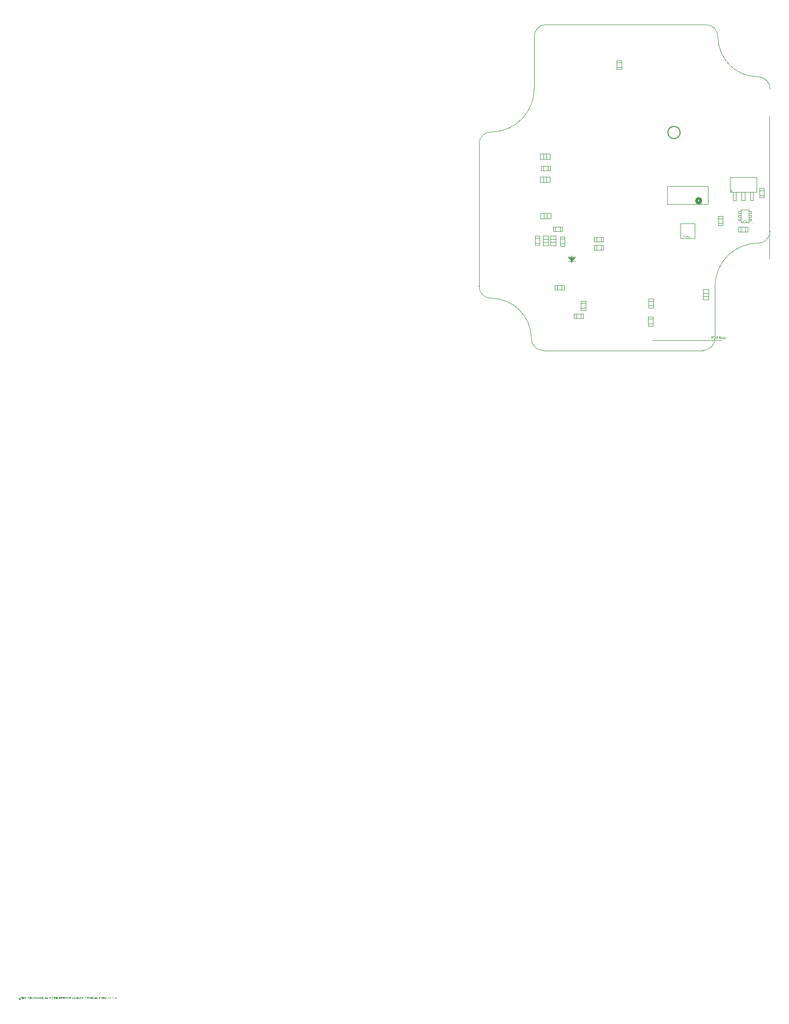
<source format=gm1>
G04*
G04 #@! TF.GenerationSoftware,Altium Limited,Altium Designer,21.6.1 (37)*
G04*
G04 Layer_Color=16711935*
%FSLAX44Y44*%
%MOMM*%
G71*
G04*
G04 #@! TF.SameCoordinates,92C9E3DA-2EC7-41D8-9103-AA549F60DB15*
G04*
G04*
G04 #@! TF.FilePolarity,Positive*
G04*
G01*
G75*
%ADD15C,0.1000*%
%ADD16C,0.5080*%
%ADD19C,0.1270*%
%ADD121C,0.0254*%
%ADD122C,0.0127*%
G36*
X473499Y219708D02*
X473493Y219702D01*
X473487Y219690D01*
X473470Y219672D01*
X473446Y219643D01*
X473393Y219573D01*
X473323Y219490D01*
X473247Y219402D01*
X473170Y219320D01*
X473100Y219244D01*
X473071Y219209D01*
X473041Y219185D01*
X473047D01*
X473059Y219179D01*
X473076D01*
X473100Y219174D01*
X473135Y219168D01*
X473170Y219156D01*
X473258Y219138D01*
X473364Y219115D01*
X473475Y219091D01*
X473716Y219027D01*
X473593Y218634D01*
X473587D01*
X473575Y218640D01*
X473552Y218651D01*
X473522Y218657D01*
X473487Y218675D01*
X473440Y218692D01*
X473346Y218728D01*
X473241Y218769D01*
X473135Y218816D01*
X473035Y218863D01*
X472953Y218904D01*
Y218898D01*
Y218880D01*
X472959Y218857D01*
Y218822D01*
X472965Y218780D01*
X472971Y218734D01*
X472977Y218628D01*
X472988Y218517D01*
X473000Y218399D01*
X473006Y218299D01*
Y218252D01*
Y218211D01*
X472607D01*
Y218217D01*
Y218223D01*
Y218241D01*
Y218258D01*
X472613Y218323D01*
X472619Y218399D01*
X472631Y218499D01*
X472636Y218622D01*
X472654Y218757D01*
X472672Y218904D01*
X472666D01*
X472660Y218898D01*
X472642Y218892D01*
X472619Y218880D01*
X472560Y218851D01*
X472484Y218816D01*
X472390Y218775D01*
X472279Y218728D01*
X472155Y218681D01*
X472020Y218634D01*
X471891Y219027D01*
X471897D01*
X471909Y219033D01*
X471926Y219039D01*
X471950Y219044D01*
X471985Y219056D01*
X472020Y219068D01*
X472108Y219091D01*
X472214Y219115D01*
X472331Y219144D01*
X472454Y219168D01*
X472584Y219185D01*
X472578Y219191D01*
X472554Y219215D01*
X472513Y219250D01*
X472460Y219303D01*
X472390Y219379D01*
X472314Y219467D01*
X472214Y219578D01*
X472108Y219708D01*
X472437Y219936D01*
X472443Y219925D01*
X472466Y219895D01*
X472501Y219848D01*
X472548Y219784D01*
X472601Y219696D01*
X472666Y219596D01*
X472742Y219479D01*
X472818Y219350D01*
Y219356D01*
X472824Y219367D01*
X472836Y219385D01*
X472854Y219414D01*
X472889Y219485D01*
X472936Y219567D01*
X472994Y219661D01*
X473053Y219760D01*
X473117Y219854D01*
X473176Y219936D01*
X473499Y219708D01*
D02*
G37*
G36*
X406889Y24825D02*
X406941Y24819D01*
X407006Y24813D01*
X407071Y24807D01*
X407147Y24790D01*
X407305Y24754D01*
X407481Y24702D01*
X407569Y24666D01*
X407651Y24625D01*
X407733Y24573D01*
X407816Y24520D01*
X407822Y24514D01*
X407833Y24508D01*
X407857Y24490D01*
X407886Y24461D01*
X407915Y24432D01*
X407956Y24391D01*
X407998Y24344D01*
X408044Y24297D01*
X408091Y24238D01*
X408138Y24168D01*
X408191Y24097D01*
X408238Y24021D01*
X408279Y23933D01*
X408326Y23845D01*
X408361Y23751D01*
X408396Y23646D01*
X407868Y23522D01*
Y23528D01*
X407863Y23540D01*
X407851Y23563D01*
X407839Y23593D01*
X407827Y23628D01*
X407810Y23675D01*
X407763Y23769D01*
X407704Y23874D01*
X407634Y23980D01*
X407546Y24080D01*
X407452Y24168D01*
X407440Y24179D01*
X407405Y24203D01*
X407346Y24232D01*
X407270Y24273D01*
X407170Y24309D01*
X407059Y24344D01*
X406924Y24367D01*
X406777Y24373D01*
X406730D01*
X406701Y24367D01*
X406660D01*
X406613Y24361D01*
X406501Y24344D01*
X406378Y24320D01*
X406249Y24279D01*
X406114Y24220D01*
X405991Y24144D01*
X405985D01*
X405979Y24132D01*
X405938Y24103D01*
X405885Y24056D01*
X405821Y23986D01*
X405744Y23898D01*
X405674Y23798D01*
X405610Y23675D01*
X405551Y23540D01*
Y23534D01*
X405545Y23522D01*
X405539Y23505D01*
X405533Y23475D01*
X405522Y23440D01*
X405510Y23399D01*
X405492Y23299D01*
X405469Y23182D01*
X405445Y23053D01*
X405434Y22912D01*
X405428Y22759D01*
Y22754D01*
Y22736D01*
Y22707D01*
Y22671D01*
X405434Y22630D01*
Y22578D01*
X405439Y22519D01*
X405445Y22454D01*
X405463Y22314D01*
X405492Y22161D01*
X405527Y22009D01*
X405574Y21856D01*
Y21850D01*
X405580Y21838D01*
X405592Y21821D01*
X405604Y21791D01*
X405639Y21721D01*
X405692Y21639D01*
X405756Y21545D01*
X405838Y21445D01*
X405932Y21357D01*
X406044Y21275D01*
X406049D01*
X406061Y21269D01*
X406079Y21257D01*
X406102Y21246D01*
X406132Y21234D01*
X406167Y21216D01*
X406249Y21181D01*
X406355Y21146D01*
X406472Y21117D01*
X406601Y21093D01*
X406736Y21087D01*
X406777D01*
X406812Y21093D01*
X406853D01*
X406894Y21099D01*
X407000Y21123D01*
X407123Y21152D01*
X407247Y21199D01*
X407376Y21263D01*
X407440Y21298D01*
X407499Y21345D01*
X407505Y21351D01*
X407510Y21357D01*
X407528Y21375D01*
X407552Y21392D01*
X407575Y21422D01*
X407604Y21457D01*
X407640Y21492D01*
X407669Y21539D01*
X407704Y21592D01*
X407745Y21651D01*
X407780Y21709D01*
X407816Y21780D01*
X407845Y21856D01*
X407874Y21938D01*
X407904Y22026D01*
X407927Y22120D01*
X408467Y21985D01*
Y21979D01*
X408461Y21956D01*
X408449Y21920D01*
X408432Y21874D01*
X408414Y21821D01*
X408391Y21756D01*
X408361Y21686D01*
X408326Y21609D01*
X408244Y21445D01*
X408138Y21281D01*
X408074Y21199D01*
X408009Y21117D01*
X407939Y21046D01*
X407857Y20976D01*
X407851Y20970D01*
X407839Y20958D01*
X407810Y20947D01*
X407780Y20923D01*
X407733Y20894D01*
X407687Y20864D01*
X407622Y20835D01*
X407557Y20806D01*
X407481Y20770D01*
X407399Y20741D01*
X407311Y20712D01*
X407217Y20682D01*
X407117Y20659D01*
X407012Y20647D01*
X406900Y20635D01*
X406783Y20630D01*
X406718D01*
X406671Y20635D01*
X406619D01*
X406554Y20641D01*
X406484Y20653D01*
X406402Y20665D01*
X406231Y20694D01*
X406055Y20741D01*
X405879Y20806D01*
X405797Y20847D01*
X405715Y20894D01*
X405709Y20900D01*
X405698Y20905D01*
X405674Y20923D01*
X405650Y20947D01*
X405615Y20970D01*
X405574Y21005D01*
X405527Y21046D01*
X405480Y21093D01*
X405434Y21146D01*
X405381Y21199D01*
X405275Y21334D01*
X405175Y21492D01*
X405087Y21668D01*
Y21674D01*
X405075Y21692D01*
X405070Y21721D01*
X405052Y21756D01*
X405040Y21803D01*
X405023Y21862D01*
X404999Y21926D01*
X404982Y21997D01*
X404964Y22073D01*
X404941Y22161D01*
X404911Y22343D01*
X404888Y22548D01*
X404876Y22759D01*
Y22765D01*
Y22789D01*
Y22824D01*
X404882Y22865D01*
Y22924D01*
X404888Y22982D01*
X404894Y23059D01*
X404905Y23135D01*
X404935Y23305D01*
X404976Y23493D01*
X405034Y23681D01*
X405117Y23863D01*
X405122Y23868D01*
X405128Y23886D01*
X405140Y23909D01*
X405164Y23939D01*
X405187Y23980D01*
X405216Y24027D01*
X405293Y24132D01*
X405392Y24250D01*
X405510Y24367D01*
X405645Y24485D01*
X405803Y24584D01*
X405809Y24590D01*
X405827Y24596D01*
X405850Y24608D01*
X405879Y24625D01*
X405926Y24643D01*
X405973Y24660D01*
X406032Y24684D01*
X406096Y24708D01*
X406167Y24731D01*
X406243Y24754D01*
X406407Y24790D01*
X406595Y24819D01*
X406789Y24831D01*
X406847D01*
X406889Y24825D01*
D02*
G37*
G36*
X420577Y20700D02*
X420114D01*
Y21070D01*
X420108Y21064D01*
X420102Y21052D01*
X420084Y21029D01*
X420061Y20999D01*
X420032Y20970D01*
X419996Y20935D01*
X419955Y20894D01*
X419902Y20853D01*
X419850Y20812D01*
X419791Y20770D01*
X419721Y20735D01*
X419644Y20706D01*
X419568Y20677D01*
X419480Y20653D01*
X419386Y20641D01*
X419286Y20635D01*
X419251D01*
X419228Y20641D01*
X419157Y20647D01*
X419075Y20659D01*
X418975Y20682D01*
X418864Y20718D01*
X418753Y20765D01*
X418641Y20829D01*
X418635D01*
X418629Y20841D01*
X418594Y20864D01*
X418541Y20911D01*
X418477Y20970D01*
X418400Y21046D01*
X418324Y21140D01*
X418248Y21246D01*
X418183Y21369D01*
Y21375D01*
X418177Y21386D01*
X418172Y21404D01*
X418160Y21428D01*
X418148Y21463D01*
X418130Y21504D01*
X418119Y21545D01*
X418107Y21598D01*
X418078Y21715D01*
X418048Y21850D01*
X418031Y22003D01*
X418025Y22167D01*
Y22173D01*
Y22185D01*
Y22208D01*
Y22243D01*
X418031Y22278D01*
Y22325D01*
X418042Y22431D01*
X418060Y22554D01*
X418089Y22689D01*
X418125Y22830D01*
X418172Y22965D01*
Y22971D01*
X418177Y22982D01*
X418189Y23000D01*
X418201Y23024D01*
X418236Y23088D01*
X418283Y23170D01*
X418342Y23258D01*
X418418Y23346D01*
X418506Y23440D01*
X418612Y23516D01*
X418618D01*
X418623Y23522D01*
X418641Y23534D01*
X418664Y23546D01*
X418723Y23575D01*
X418805Y23616D01*
X418899Y23651D01*
X419011Y23681D01*
X419134Y23704D01*
X419263Y23710D01*
X419310D01*
X419357Y23704D01*
X419421Y23698D01*
X419498Y23681D01*
X419580Y23663D01*
X419662Y23634D01*
X419738Y23593D01*
X419750Y23587D01*
X419773Y23575D01*
X419809Y23546D01*
X419855Y23516D01*
X419914Y23475D01*
X419967Y23423D01*
X420026Y23370D01*
X420079Y23305D01*
Y24760D01*
X420577D01*
Y20700D01*
D02*
G37*
G36*
X417438Y24279D02*
X415038D01*
Y23041D01*
X417286D01*
Y22560D01*
X415038D01*
Y21181D01*
X417532D01*
Y20700D01*
X414499D01*
Y24760D01*
X417438D01*
Y24279D01*
D02*
G37*
G36*
X410743Y24754D02*
X410790D01*
X410896Y24743D01*
X411013Y24731D01*
X411137Y24708D01*
X411260Y24678D01*
X411371Y24637D01*
X411377D01*
X411383Y24631D01*
X411418Y24614D01*
X411471Y24584D01*
X411530Y24543D01*
X411600Y24490D01*
X411676Y24426D01*
X411747Y24344D01*
X411811Y24256D01*
X411817Y24244D01*
X411835Y24209D01*
X411864Y24162D01*
X411894Y24091D01*
X411923Y24009D01*
X411952Y23921D01*
X411970Y23821D01*
X411976Y23722D01*
Y23710D01*
Y23681D01*
X411970Y23628D01*
X411958Y23563D01*
X411940Y23487D01*
X411911Y23405D01*
X411876Y23323D01*
X411829Y23235D01*
X411823Y23223D01*
X411805Y23200D01*
X411770Y23153D01*
X411723Y23106D01*
X411665Y23047D01*
X411594Y22982D01*
X411506Y22924D01*
X411407Y22865D01*
X411412D01*
X411424Y22859D01*
X411442Y22853D01*
X411465Y22842D01*
X411535Y22818D01*
X411618Y22777D01*
X411706Y22724D01*
X411805Y22660D01*
X411894Y22583D01*
X411976Y22490D01*
X411982Y22478D01*
X412005Y22443D01*
X412040Y22390D01*
X412075Y22319D01*
X412111Y22226D01*
X412146Y22126D01*
X412169Y22009D01*
X412175Y21879D01*
Y21874D01*
Y21868D01*
Y21832D01*
X412169Y21774D01*
X412158Y21703D01*
X412146Y21621D01*
X412122Y21533D01*
X412093Y21439D01*
X412052Y21345D01*
X412046Y21334D01*
X412028Y21304D01*
X412005Y21263D01*
X411970Y21205D01*
X411923Y21146D01*
X411876Y21081D01*
X411817Y21017D01*
X411753Y20964D01*
X411747Y20958D01*
X411723Y20941D01*
X411682Y20917D01*
X411629Y20894D01*
X411565Y20859D01*
X411489Y20823D01*
X411407Y20794D01*
X411307Y20765D01*
X411295D01*
X411260Y20753D01*
X411201Y20747D01*
X411125Y20735D01*
X411031Y20724D01*
X410919Y20712D01*
X410796Y20706D01*
X410655Y20700D01*
X409106D01*
Y24760D01*
X410702D01*
X410743Y24754D01*
D02*
G37*
G36*
X403004D02*
X403104Y24748D01*
X403210Y24743D01*
X403310Y24731D01*
X403397Y24719D01*
X403409D01*
X403450Y24708D01*
X403503Y24696D01*
X403573Y24678D01*
X403650Y24649D01*
X403732Y24614D01*
X403820Y24573D01*
X403896Y24526D01*
X403908Y24520D01*
X403931Y24502D01*
X403967Y24467D01*
X404013Y24426D01*
X404066Y24373D01*
X404119Y24303D01*
X404178Y24226D01*
X404225Y24138D01*
X404231Y24127D01*
X404242Y24097D01*
X404266Y24044D01*
X404289Y23974D01*
X404307Y23892D01*
X404330Y23798D01*
X404342Y23692D01*
X404348Y23581D01*
Y23575D01*
Y23558D01*
Y23534D01*
X404342Y23493D01*
X404336Y23452D01*
X404330Y23399D01*
X404319Y23340D01*
X404307Y23276D01*
X404266Y23141D01*
X404242Y23070D01*
X404207Y22994D01*
X404166Y22918D01*
X404125Y22847D01*
X404072Y22777D01*
X404013Y22707D01*
X404008Y22701D01*
X403996Y22689D01*
X403978Y22671D01*
X403949Y22654D01*
X403914Y22624D01*
X403867Y22595D01*
X403808Y22560D01*
X403744Y22531D01*
X403667Y22496D01*
X403579Y22460D01*
X403485Y22431D01*
X403374Y22407D01*
X403257Y22384D01*
X403128Y22366D01*
X402981Y22355D01*
X402828Y22349D01*
X401790D01*
Y20700D01*
X401250D01*
Y24760D01*
X402916D01*
X403004Y24754D01*
D02*
G37*
G36*
X425829Y23704D02*
X425876Y23698D01*
X425934Y23686D01*
X425999Y23675D01*
X426075Y23657D01*
X426145Y23640D01*
X426227Y23610D01*
X426304Y23581D01*
X426386Y23540D01*
X426468Y23493D01*
X426550Y23440D01*
X426627Y23376D01*
X426697Y23305D01*
X426703Y23299D01*
X426715Y23288D01*
X426732Y23264D01*
X426756Y23229D01*
X426785Y23188D01*
X426814Y23141D01*
X426850Y23082D01*
X426885Y23012D01*
X426920Y22936D01*
X426955Y22853D01*
X426984Y22759D01*
X427014Y22660D01*
X427037Y22548D01*
X427055Y22431D01*
X427067Y22308D01*
X427072Y22173D01*
Y22167D01*
Y22143D01*
Y22102D01*
X427067Y22044D01*
X424866D01*
Y22038D01*
Y22020D01*
X424872Y21997D01*
Y21962D01*
X424878Y21920D01*
X424890Y21874D01*
X424907Y21768D01*
X424943Y21651D01*
X424990Y21521D01*
X425054Y21404D01*
X425136Y21298D01*
X425142D01*
X425148Y21287D01*
X425183Y21257D01*
X425236Y21216D01*
X425306Y21175D01*
X425400Y21128D01*
X425506Y21087D01*
X425623Y21058D01*
X425688Y21052D01*
X425758Y21046D01*
X425805D01*
X425858Y21052D01*
X425922Y21064D01*
X425993Y21081D01*
X426075Y21105D01*
X426151Y21140D01*
X426227Y21187D01*
X426233Y21193D01*
X426263Y21216D01*
X426298Y21252D01*
X426339Y21298D01*
X426386Y21363D01*
X426439Y21445D01*
X426492Y21539D01*
X426539Y21651D01*
X427055Y21586D01*
Y21580D01*
X427049Y21568D01*
X427043Y21545D01*
X427031Y21510D01*
X427014Y21474D01*
X426996Y21428D01*
X426949Y21328D01*
X426890Y21216D01*
X426808Y21099D01*
X426715Y20988D01*
X426597Y20882D01*
X426591D01*
X426580Y20870D01*
X426562Y20859D01*
X426539Y20841D01*
X426503Y20823D01*
X426468Y20806D01*
X426421Y20782D01*
X426368Y20759D01*
X426310Y20735D01*
X426251Y20712D01*
X426104Y20677D01*
X425940Y20647D01*
X425758Y20635D01*
X425694D01*
X425653Y20641D01*
X425600Y20647D01*
X425535Y20659D01*
X425465Y20671D01*
X425388Y20682D01*
X425224Y20729D01*
X425136Y20765D01*
X425054Y20800D01*
X424966Y20847D01*
X424884Y20900D01*
X424808Y20958D01*
X424731Y21029D01*
X424725Y21035D01*
X424714Y21046D01*
X424696Y21070D01*
X424673Y21105D01*
X424643Y21146D01*
X424614Y21193D01*
X424579Y21252D01*
X424544Y21316D01*
X424508Y21392D01*
X424473Y21474D01*
X424444Y21568D01*
X424414Y21668D01*
X424391Y21774D01*
X424373Y21891D01*
X424362Y22014D01*
X424356Y22143D01*
Y22149D01*
Y22179D01*
Y22214D01*
X424362Y22267D01*
X424368Y22331D01*
X424373Y22402D01*
X424385Y22484D01*
X424403Y22566D01*
X424450Y22754D01*
X424479Y22847D01*
X424514Y22947D01*
X424561Y23041D01*
X424614Y23129D01*
X424673Y23217D01*
X424737Y23299D01*
X424743Y23305D01*
X424755Y23317D01*
X424778Y23335D01*
X424808Y23364D01*
X424843Y23393D01*
X424890Y23428D01*
X424943Y23469D01*
X425007Y23505D01*
X425072Y23546D01*
X425148Y23581D01*
X425230Y23616D01*
X425318Y23646D01*
X425412Y23675D01*
X425512Y23692D01*
X425617Y23704D01*
X425729Y23710D01*
X425788D01*
X425829Y23704D01*
D02*
G37*
G36*
X422537D02*
X422578Y23698D01*
X422631Y23686D01*
X422690Y23675D01*
X422754Y23657D01*
X422819Y23634D01*
X422889Y23604D01*
X422959Y23569D01*
X423036Y23528D01*
X423106Y23481D01*
X423176Y23423D01*
X423247Y23358D01*
X423311Y23282D01*
Y23646D01*
X423769D01*
Y21099D01*
Y21093D01*
Y21070D01*
Y21035D01*
Y20988D01*
X423763Y20935D01*
Y20870D01*
X423757Y20800D01*
X423751Y20724D01*
X423734Y20565D01*
X423710Y20401D01*
X423693Y20324D01*
X423675Y20254D01*
X423652Y20190D01*
X423628Y20131D01*
Y20125D01*
X423622Y20119D01*
X423599Y20084D01*
X423570Y20031D01*
X423523Y19967D01*
X423458Y19896D01*
X423382Y19820D01*
X423288Y19744D01*
X423182Y19679D01*
X423176D01*
X423171Y19673D01*
X423153Y19662D01*
X423130Y19656D01*
X423100Y19638D01*
X423065Y19626D01*
X422977Y19597D01*
X422871Y19562D01*
X422742Y19538D01*
X422596Y19515D01*
X422437Y19509D01*
X422384D01*
X422349Y19515D01*
X422302D01*
X422255Y19521D01*
X422197Y19527D01*
X422132Y19538D01*
X421997Y19568D01*
X421856Y19609D01*
X421716Y19667D01*
X421586Y19749D01*
X421581Y19755D01*
X421575Y19761D01*
X421534Y19797D01*
X421487Y19849D01*
X421428Y19926D01*
X421369Y20025D01*
X421316Y20148D01*
X421299Y20219D01*
X421287Y20295D01*
X421275Y20371D01*
Y20459D01*
X421762Y20395D01*
Y20383D01*
X421768Y20360D01*
X421780Y20319D01*
X421792Y20266D01*
X421815Y20213D01*
X421845Y20160D01*
X421880Y20107D01*
X421927Y20066D01*
X421939Y20061D01*
X421962Y20043D01*
X422003Y20019D01*
X422062Y19996D01*
X422132Y19967D01*
X422220Y19943D01*
X422326Y19926D01*
X422437Y19920D01*
X422496D01*
X422555Y19926D01*
X422637Y19937D01*
X422719Y19955D01*
X422807Y19978D01*
X422895Y20013D01*
X422971Y20061D01*
X422977Y20066D01*
X423000Y20084D01*
X423036Y20119D01*
X423077Y20160D01*
X423118Y20219D01*
X423159Y20283D01*
X423200Y20360D01*
X423229Y20448D01*
Y20454D01*
X423235Y20477D01*
X423241Y20524D01*
X423247Y20583D01*
X423253Y20624D01*
Y20671D01*
X423259Y20724D01*
Y20782D01*
Y20847D01*
X423265Y20923D01*
Y20999D01*
Y21087D01*
X423259Y21081D01*
X423247Y21070D01*
X423229Y21052D01*
X423206Y21029D01*
X423176Y20999D01*
X423135Y20964D01*
X423088Y20929D01*
X423041Y20894D01*
X422918Y20823D01*
X422783Y20759D01*
X422707Y20735D01*
X422625Y20718D01*
X422537Y20706D01*
X422449Y20700D01*
X422420D01*
X422390Y20706D01*
X422349D01*
X422296Y20712D01*
X422238Y20724D01*
X422173Y20735D01*
X422103Y20753D01*
X422026Y20776D01*
X421950Y20806D01*
X421874Y20841D01*
X421792Y20882D01*
X421716Y20935D01*
X421639Y20993D01*
X421569Y21058D01*
X421504Y21134D01*
X421498Y21140D01*
X421493Y21152D01*
X421475Y21181D01*
X421451Y21210D01*
X421428Y21257D01*
X421399Y21304D01*
X421369Y21363D01*
X421340Y21433D01*
X421311Y21504D01*
X421281Y21586D01*
X421252Y21668D01*
X421228Y21762D01*
X421187Y21962D01*
X421182Y22073D01*
X421176Y22185D01*
Y22190D01*
Y22202D01*
Y22226D01*
Y22255D01*
X421182Y22296D01*
Y22337D01*
X421193Y22443D01*
X421211Y22560D01*
X421240Y22689D01*
X421275Y22824D01*
X421328Y22959D01*
Y22965D01*
X421334Y22977D01*
X421346Y22994D01*
X421358Y23018D01*
X421393Y23082D01*
X421440Y23164D01*
X421504Y23252D01*
X421581Y23340D01*
X421669Y23434D01*
X421768Y23510D01*
X421774D01*
X421780Y23516D01*
X421798Y23528D01*
X421821Y23540D01*
X421880Y23575D01*
X421962Y23610D01*
X422062Y23646D01*
X422179Y23681D01*
X422308Y23704D01*
X422449Y23710D01*
X422502D01*
X422537Y23704D01*
D02*
G37*
G36*
X-763942Y-1113524D02*
X-763901D01*
X-763789Y-1113536D01*
X-763666Y-1113554D01*
X-763537Y-1113583D01*
X-763396Y-1113618D01*
X-763267Y-1113665D01*
X-763261D01*
X-763250Y-1113671D01*
X-763232Y-1113683D01*
X-763208Y-1113695D01*
X-763150Y-1113724D01*
X-763074Y-1113777D01*
X-762986Y-1113835D01*
X-762897Y-1113912D01*
X-762815Y-1114000D01*
X-762739Y-1114100D01*
Y-1114105D01*
X-762733Y-1114111D01*
X-762721Y-1114129D01*
X-762710Y-1114146D01*
X-762680Y-1114205D01*
X-762645Y-1114281D01*
X-762604Y-1114375D01*
X-762575Y-1114487D01*
X-762545Y-1114604D01*
X-762534Y-1114733D01*
X-763050Y-1114774D01*
Y-1114768D01*
Y-1114757D01*
X-763056Y-1114739D01*
X-763062Y-1114710D01*
X-763079Y-1114645D01*
X-763103Y-1114557D01*
X-763138Y-1114463D01*
X-763191Y-1114369D01*
X-763255Y-1114281D01*
X-763337Y-1114199D01*
X-763349Y-1114193D01*
X-763379Y-1114170D01*
X-763437Y-1114135D01*
X-763513Y-1114100D01*
X-763613Y-1114064D01*
X-763731Y-1114029D01*
X-763877Y-1114006D01*
X-763880Y-1114006D01*
X-763870Y-1114018D01*
X-763805Y-1114106D01*
X-763799Y-1114118D01*
X-763776Y-1114147D01*
X-763752Y-1114200D01*
X-763711Y-1114276D01*
X-763676Y-1114364D01*
X-763629Y-1114464D01*
X-763588Y-1114581D01*
X-763553Y-1114710D01*
Y-1114716D01*
X-763547Y-1114728D01*
X-763541Y-1114745D01*
X-763535Y-1114775D01*
X-763529Y-1114810D01*
X-763523Y-1114851D01*
X-763512Y-1114904D01*
X-763506Y-1114962D01*
X-763494Y-1115027D01*
X-763488Y-1115097D01*
X-763482Y-1115180D01*
X-763471Y-1115262D01*
X-763465Y-1115356D01*
Y-1115399D01*
X-763349Y-1115431D01*
X-763279Y-1115455D01*
X-763214Y-1115478D01*
X-763156Y-1115496D01*
X-763109Y-1115519D01*
X-763103D01*
X-763091Y-1115525D01*
X-763074Y-1115537D01*
X-763050Y-1115549D01*
X-762986Y-1115584D01*
X-762909Y-1115631D01*
X-762821Y-1115695D01*
X-762733Y-1115766D01*
X-762651Y-1115848D01*
X-762581Y-1115936D01*
X-762575Y-1115948D01*
X-762574Y-1115948D01*
X-761470D01*
Y-1116447D01*
X-762414D01*
X-762411Y-1116511D01*
Y-1116517D01*
Y-1116523D01*
Y-1116540D01*
Y-1116564D01*
X-762422Y-1116628D01*
X-762434Y-1116711D01*
X-762457Y-1116804D01*
X-762487Y-1116904D01*
X-762534Y-1117010D01*
X-762598Y-1117121D01*
Y-1117127D01*
X-762604Y-1117133D01*
X-762633Y-1117168D01*
X-762674Y-1117221D01*
X-762733Y-1117280D01*
X-762809Y-1117350D01*
X-762903Y-1117426D01*
X-763009Y-1117497D01*
X-763132Y-1117561D01*
X-763138D01*
X-763150Y-1117567D01*
X-763167Y-1117573D01*
X-763191Y-1117585D01*
X-763226Y-1117596D01*
X-763267Y-1117614D01*
X-763361Y-1117637D01*
X-763473Y-1117667D01*
X-763607Y-1117696D01*
X-763754Y-1117714D01*
X-763913Y-1117720D01*
X-764006D01*
X-764053Y-1117714D01*
X-764106D01*
X-764165Y-1117708D01*
X-764235Y-1117702D01*
X-764382Y-1117679D01*
X-764400Y-1117676D01*
X-764480Y-1117702D01*
X-764627Y-1117726D01*
X-764785Y-1117738D01*
X-764844D01*
X-764885Y-1117732D01*
X-764932Y-1117726D01*
X-764990Y-1117714D01*
X-765055Y-1117702D01*
X-765125Y-1117685D01*
X-765196Y-1117662D01*
X-765272Y-1117638D01*
X-765348Y-1117603D01*
X-765425Y-1117562D01*
X-765501Y-1117515D01*
X-765577Y-1117456D01*
X-765648Y-1117392D01*
X-765712Y-1117321D01*
X-765718Y-1117315D01*
X-765730Y-1117298D01*
X-765747Y-1117268D01*
X-765777Y-1117221D01*
X-765806Y-1117169D01*
X-765835Y-1117098D01*
X-765876Y-1117016D01*
X-765911Y-1116922D01*
X-765947Y-1116817D01*
X-765982Y-1116693D01*
X-766017Y-1116558D01*
X-766047Y-1116406D01*
X-766076Y-1116242D01*
X-766093Y-1116066D01*
X-766105Y-1115872D01*
X-766111Y-1115667D01*
Y-1115661D01*
Y-1115637D01*
Y-1115596D01*
Y-1115549D01*
X-766105Y-1115485D01*
Y-1115414D01*
X-766099Y-1115338D01*
X-766093Y-1115250D01*
X-766076Y-1115068D01*
X-766047Y-1114874D01*
X-766011Y-1114681D01*
X-765988Y-1114593D01*
X-765964Y-1114505D01*
Y-1114499D01*
X-765958Y-1114487D01*
X-765947Y-1114464D01*
X-765935Y-1114434D01*
X-765923Y-1114393D01*
X-765900Y-1114352D01*
X-765853Y-1114252D01*
X-765794Y-1114147D01*
X-765718Y-1114035D01*
X-765630Y-1113924D01*
X-765524Y-1113830D01*
X-765518D01*
X-765513Y-1113818D01*
X-765495Y-1113807D01*
X-765471Y-1113795D01*
X-765442Y-1113771D01*
X-765407Y-1113754D01*
X-765319Y-1113707D01*
X-765213Y-1113666D01*
X-765090Y-1113625D01*
X-764943Y-1113601D01*
X-764785Y-1113589D01*
X-764732D01*
X-764668Y-1113595D01*
X-764632Y-1113601D01*
X-764587Y-1113589D01*
X-764476Y-1113566D01*
X-764347Y-1113542D01*
X-764212Y-1113524D01*
X-764059Y-1113519D01*
X-763983D01*
X-763942Y-1113524D01*
D02*
G37*
G36*
X-645368Y-1113577D02*
X-645321Y-1113583D01*
X-645268Y-1113589D01*
X-645209Y-1113595D01*
X-645151Y-1113613D01*
X-645010Y-1113648D01*
X-644869Y-1113700D01*
X-644798Y-1113736D01*
X-644728Y-1113777D01*
X-644663Y-1113830D01*
X-644599Y-1113882D01*
X-644593Y-1113888D01*
X-644587Y-1113894D01*
X-644570Y-1113912D01*
X-644546Y-1113935D01*
X-644523Y-1113970D01*
X-644493Y-1114006D01*
X-644435Y-1114094D01*
X-644376Y-1114205D01*
X-644323Y-1114334D01*
X-644282Y-1114481D01*
X-644276Y-1114557D01*
X-644270Y-1114639D01*
Y-1114645D01*
Y-1114651D01*
Y-1114686D01*
X-644276Y-1114739D01*
X-644288Y-1114804D01*
X-644306Y-1114886D01*
X-644335Y-1114968D01*
X-644370Y-1115050D01*
X-644423Y-1115132D01*
X-644429Y-1115144D01*
X-644452Y-1115167D01*
X-644488Y-1115202D01*
X-644534Y-1115249D01*
X-644599Y-1115302D01*
X-644675Y-1115355D01*
X-644763Y-1115408D01*
X-644869Y-1115455D01*
X-644863D01*
X-644851Y-1115461D01*
X-644834Y-1115467D01*
X-644810Y-1115478D01*
X-644740Y-1115508D01*
X-644658Y-1115549D01*
X-644570Y-1115607D01*
X-644476Y-1115672D01*
X-644388Y-1115754D01*
X-644306Y-1115848D01*
Y-1115854D01*
X-644300Y-1115860D01*
X-644276Y-1115895D01*
X-644241Y-1115954D01*
X-644206Y-1116030D01*
X-644171Y-1116124D01*
X-644135Y-1116235D01*
X-644112Y-1116358D01*
X-644106Y-1116493D01*
Y-1116499D01*
Y-1116517D01*
Y-1116546D01*
X-644112Y-1116581D01*
X-644118Y-1116622D01*
X-644124Y-1116675D01*
X-644135Y-1116734D01*
X-644153Y-1116798D01*
X-644194Y-1116933D01*
X-644223Y-1117010D01*
X-644265Y-1117080D01*
X-644306Y-1117156D01*
X-644352Y-1117227D01*
X-644411Y-1117297D01*
X-644476Y-1117368D01*
X-644482Y-1117374D01*
X-644493Y-1117385D01*
X-644511Y-1117403D01*
X-644540Y-1117420D01*
X-644581Y-1117450D01*
X-644622Y-1117479D01*
X-644675Y-1117508D01*
X-644734Y-1117544D01*
X-644798Y-1117579D01*
X-644875Y-1117608D01*
X-644957Y-1117637D01*
X-645039Y-1117667D01*
X-645133Y-1117684D01*
X-645233Y-1117702D01*
X-645332Y-1117714D01*
X-645444Y-1117720D01*
X-645502D01*
X-645544Y-1117714D01*
X-645596Y-1117708D01*
X-645655Y-1117702D01*
X-645720Y-1117690D01*
X-645734Y-1117687D01*
X-645818Y-1117702D01*
X-645917Y-1117720D01*
X-646017Y-1117732D01*
X-646129Y-1117738D01*
X-646187D01*
X-646228Y-1117732D01*
X-646281Y-1117726D01*
X-646340Y-1117720D01*
X-646404Y-1117708D01*
X-646475Y-1117691D01*
X-646633Y-1117650D01*
X-646715Y-1117620D01*
X-646792Y-1117591D01*
X-646874Y-1117550D01*
X-646956Y-1117503D01*
X-647032Y-1117450D01*
X-647103Y-1117386D01*
X-647108Y-1117380D01*
X-647120Y-1117368D01*
X-647138Y-1117350D01*
X-647161Y-1117321D01*
X-647185Y-1117286D01*
X-647220Y-1117245D01*
X-647249Y-1117198D01*
X-647284Y-1117139D01*
X-647320Y-1117081D01*
X-647349Y-1117010D01*
X-647408Y-1116863D01*
X-647428Y-1116789D01*
X-647433Y-1116804D01*
Y-1116810D01*
X-647439Y-1116822D01*
X-647450Y-1116845D01*
X-647462Y-1116875D01*
X-647474Y-1116916D01*
X-647497Y-1116957D01*
X-647544Y-1117057D01*
X-647603Y-1117162D01*
X-647679Y-1117280D01*
X-647767Y-1117385D01*
X-647873Y-1117485D01*
X-647879D01*
X-647885Y-1117497D01*
X-647902Y-1117508D01*
X-647926Y-1117520D01*
X-647955Y-1117538D01*
X-647984Y-1117561D01*
X-648072Y-1117602D01*
X-648178Y-1117643D01*
X-648301Y-1117684D01*
X-648448Y-1117708D01*
X-648606Y-1117720D01*
X-648665D01*
X-648706Y-1117714D01*
X-648753Y-1117708D01*
X-648812Y-1117696D01*
X-648876Y-1117684D01*
X-648878Y-1117684D01*
X-648880Y-1117685D01*
X-648974Y-1117702D01*
X-649074Y-1117720D01*
X-649174Y-1117732D01*
X-649285Y-1117738D01*
X-649344D01*
X-649385Y-1117732D01*
X-649438Y-1117726D01*
X-649497Y-1117720D01*
X-649561Y-1117708D01*
X-649631Y-1117691D01*
X-649790Y-1117650D01*
X-649872Y-1117620D01*
X-649948Y-1117591D01*
X-650030Y-1117550D01*
X-650113Y-1117503D01*
X-650189Y-1117450D01*
X-650259Y-1117386D01*
X-650265Y-1117380D01*
X-650277Y-1117368D01*
X-650294Y-1117350D01*
X-650318Y-1117321D01*
X-650341Y-1117286D01*
X-650377Y-1117245D01*
X-650406Y-1117198D01*
X-650441Y-1117139D01*
X-650476Y-1117081D01*
X-650506Y-1117010D01*
X-650564Y-1116863D01*
X-650588Y-1116776D01*
X-650605Y-1116687D01*
X-650617Y-1116594D01*
X-650623Y-1116500D01*
Y-1116494D01*
Y-1116482D01*
Y-1116459D01*
X-650617Y-1116435D01*
Y-1116400D01*
X-650611Y-1116359D01*
X-650600Y-1116265D01*
X-650576Y-1116159D01*
X-650541Y-1116054D01*
X-650488Y-1115942D01*
X-650424Y-1115837D01*
Y-1115831D01*
X-650412Y-1115825D01*
X-650388Y-1115796D01*
X-650341Y-1115749D01*
X-650277Y-1115690D01*
X-650195Y-1115631D01*
X-650095Y-1115567D01*
X-649984Y-1115514D01*
X-649929Y-1115498D01*
X-649927Y-1115467D01*
Y-1115438D01*
X-649954Y-1115426D01*
X-650024Y-1115391D01*
X-650101Y-1115344D01*
X-650177Y-1115285D01*
X-650247Y-1115221D01*
X-650312Y-1115150D01*
X-650318Y-1115138D01*
X-650335Y-1115115D01*
X-650359Y-1115068D01*
X-650382Y-1115009D01*
X-650412Y-1114933D01*
X-650435Y-1114845D01*
X-650453Y-1114745D01*
X-650459Y-1114640D01*
Y-1114634D01*
Y-1114622D01*
Y-1114599D01*
X-650453Y-1114564D01*
X-650447Y-1114528D01*
X-650441Y-1114481D01*
X-650418Y-1114382D01*
X-650382Y-1114264D01*
X-650324Y-1114141D01*
X-650289Y-1114077D01*
X-650247Y-1114012D01*
X-650195Y-1113953D01*
X-650142Y-1113895D01*
X-650136Y-1113889D01*
X-650124Y-1113883D01*
X-650107Y-1113865D01*
X-650083Y-1113848D01*
X-650054Y-1113824D01*
X-650013Y-1113801D01*
X-649966Y-1113771D01*
X-649919Y-1113742D01*
X-649860Y-1113713D01*
X-649796Y-1113683D01*
X-649725Y-1113660D01*
X-649649Y-1113636D01*
X-649485Y-1113601D01*
X-649391Y-1113595D01*
X-649297Y-1113589D01*
X-649244D01*
X-649209Y-1113595D01*
X-649162Y-1113601D01*
X-649109Y-1113607D01*
X-649051Y-1113613D01*
X-648992Y-1113631D01*
X-648987Y-1113632D01*
X-648912Y-1113607D01*
X-648765Y-1113583D01*
X-648606Y-1113571D01*
X-648554D01*
X-648489Y-1113577D01*
X-648413Y-1113589D01*
X-648325Y-1113607D01*
X-648231Y-1113630D01*
X-648131Y-1113659D01*
X-648037Y-1113706D01*
X-648031D01*
X-648026Y-1113712D01*
X-647996Y-1113730D01*
X-647949Y-1113759D01*
X-647891Y-1113800D01*
X-647826Y-1113859D01*
X-647756Y-1113923D01*
X-647691Y-1114000D01*
X-647626Y-1114088D01*
X-647621Y-1114100D01*
X-647597Y-1114129D01*
X-647574Y-1114182D01*
X-647533Y-1114258D01*
X-647497Y-1114346D01*
X-647450Y-1114446D01*
X-647409Y-1114563D01*
X-647374Y-1114692D01*
Y-1114698D01*
X-647368Y-1114710D01*
X-647363Y-1114727D01*
X-647357Y-1114757D01*
X-647351Y-1114792D01*
X-647345Y-1114833D01*
X-647333Y-1114886D01*
X-647327Y-1114944D01*
X-647316Y-1115009D01*
X-647310Y-1115079D01*
X-647304Y-1115162D01*
X-647292Y-1115244D01*
X-647286Y-1115338D01*
Y-1115431D01*
X-647280Y-1115537D01*
Y-1115648D01*
Y-1115654D01*
Y-1115678D01*
Y-1115719D01*
Y-1115766D01*
X-647286Y-1115830D01*
Y-1115868D01*
X-647267Y-1115837D01*
Y-1115831D01*
X-647255Y-1115825D01*
X-647232Y-1115796D01*
X-647185Y-1115749D01*
X-647120Y-1115690D01*
X-647038Y-1115631D01*
X-646938Y-1115567D01*
X-646827Y-1115514D01*
X-646692Y-1115473D01*
X-646698D01*
X-646704Y-1115467D01*
X-646721Y-1115461D01*
X-646745Y-1115450D01*
X-646797Y-1115426D01*
X-646868Y-1115391D01*
X-646944Y-1115344D01*
X-647020Y-1115285D01*
X-647091Y-1115221D01*
X-647155Y-1115150D01*
X-647161Y-1115138D01*
X-647179Y-1115115D01*
X-647202Y-1115068D01*
X-647226Y-1115009D01*
X-647255Y-1114933D01*
X-647279Y-1114845D01*
X-647296Y-1114745D01*
X-647302Y-1114640D01*
Y-1114634D01*
Y-1114622D01*
Y-1114599D01*
X-647296Y-1114564D01*
X-647290Y-1114528D01*
X-647284Y-1114481D01*
X-647261Y-1114382D01*
X-647226Y-1114264D01*
X-647167Y-1114141D01*
X-647132Y-1114077D01*
X-647091Y-1114012D01*
X-647038Y-1113953D01*
X-646985Y-1113895D01*
X-646979Y-1113889D01*
X-646968Y-1113883D01*
X-646950Y-1113865D01*
X-646926Y-1113848D01*
X-646897Y-1113824D01*
X-646856Y-1113801D01*
X-646809Y-1113771D01*
X-646762Y-1113742D01*
X-646704Y-1113713D01*
X-646639Y-1113683D01*
X-646569Y-1113660D01*
X-646492Y-1113636D01*
X-646328Y-1113601D01*
X-646234Y-1113595D01*
X-646140Y-1113589D01*
X-646087D01*
X-646052Y-1113595D01*
X-646005Y-1113601D01*
X-645953Y-1113607D01*
X-645894Y-1113613D01*
X-645841Y-1113629D01*
X-645808Y-1113618D01*
X-645643Y-1113583D01*
X-645549Y-1113577D01*
X-645456Y-1113571D01*
X-645403D01*
X-645368Y-1113577D01*
D02*
G37*
G36*
X-743975Y-1114423D02*
X-743962Y-1114464D01*
X-743950Y-1114546D01*
X-743938Y-1114628D01*
X-743932Y-1114716D01*
Y-1114728D01*
Y-1114757D01*
X-743938Y-1114804D01*
X-743944Y-1114869D01*
X-743956Y-1114939D01*
X-743975Y-1115007D01*
Y-1117186D01*
X-743926D01*
Y-1117667D01*
X-746619D01*
Y-1117662D01*
Y-1117638D01*
Y-1117603D01*
X-746614Y-1117556D01*
X-746608Y-1117503D01*
X-746596Y-1117444D01*
X-746584Y-1117386D01*
X-746561Y-1117321D01*
Y-1117315D01*
X-746555Y-1117309D01*
X-746543Y-1117274D01*
X-746520Y-1117221D01*
X-746485Y-1117151D01*
X-746438Y-1117069D01*
X-746379Y-1116975D01*
X-746314Y-1116881D01*
X-746232Y-1116781D01*
Y-1116776D01*
X-746221Y-1116770D01*
X-746191Y-1116734D01*
X-746138Y-1116682D01*
X-746062Y-1116605D01*
X-745974Y-1116517D01*
X-745863Y-1116412D01*
X-745728Y-1116294D01*
X-745581Y-1116171D01*
X-745575Y-1116165D01*
X-745552Y-1116148D01*
X-745540Y-1116138D01*
X-746452Y-1114771D01*
X-746526Y-1114763D01*
Y-1114757D01*
X-746520Y-1114740D01*
Y-1114710D01*
X-746515Y-1114676D01*
X-746656Y-1114463D01*
Y-1117649D01*
X-747173D01*
Y-1113589D01*
X-746621D01*
X-746292Y-1114082D01*
X-746244Y-1114018D01*
X-746191Y-1113953D01*
X-746133Y-1113895D01*
X-746127Y-1113889D01*
X-746115Y-1113883D01*
X-746097Y-1113865D01*
X-746068Y-1113848D01*
X-746033Y-1113824D01*
X-745992Y-1113801D01*
X-745945Y-1113771D01*
X-745886Y-1113742D01*
X-745822Y-1113713D01*
X-745751Y-1113683D01*
X-745675Y-1113660D01*
X-745593Y-1113636D01*
X-745505Y-1113619D01*
X-745411Y-1113601D01*
X-745311Y-1113595D01*
X-745206Y-1113589D01*
X-745147D01*
X-745106Y-1113595D01*
X-745059Y-1113601D01*
X-745000Y-1113607D01*
X-744936Y-1113619D01*
X-744871Y-1113631D01*
X-744718Y-1113672D01*
X-744566Y-1113730D01*
X-744491Y-1113765D01*
Y-1113589D01*
X-743975D01*
Y-1114423D01*
D02*
G37*
G36*
X-659414Y-1116236D02*
X-659330D01*
Y-1116693D01*
X-659414D01*
Y-1117649D01*
X-659882D01*
Y-1117667D01*
X-660380D01*
Y-1116693D01*
X-661913D01*
X-661919Y-1116716D01*
X-661949Y-1116804D01*
Y-1116810D01*
X-661955Y-1116822D01*
X-661966Y-1116845D01*
X-661978Y-1116875D01*
X-661990Y-1116916D01*
X-662013Y-1116957D01*
X-662060Y-1117057D01*
X-662119Y-1117162D01*
X-662195Y-1117280D01*
X-662283Y-1117385D01*
X-662389Y-1117485D01*
X-662395D01*
X-662401Y-1117497D01*
X-662418Y-1117508D01*
X-662442Y-1117520D01*
X-662471Y-1117538D01*
X-662500Y-1117561D01*
X-662588Y-1117602D01*
X-662694Y-1117643D01*
X-662817Y-1117684D01*
X-662964Y-1117708D01*
X-663122Y-1117720D01*
X-663181D01*
X-663222Y-1117714D01*
X-663269Y-1117708D01*
X-663328Y-1117696D01*
X-663392Y-1117684D01*
X-663427Y-1117676D01*
X-663437Y-1117679D01*
X-663531Y-1117702D01*
X-663631Y-1117720D01*
X-663731Y-1117732D01*
X-663842Y-1117738D01*
X-663895D01*
X-663930Y-1117732D01*
X-663977Y-1117726D01*
X-664030Y-1117720D01*
X-664089Y-1117708D01*
X-664153Y-1117697D01*
X-664294Y-1117662D01*
X-664441Y-1117603D01*
X-664517Y-1117568D01*
X-664587Y-1117526D01*
X-664658Y-1117474D01*
X-664728Y-1117421D01*
X-664734Y-1117415D01*
X-664746Y-1117403D01*
X-664763Y-1117386D01*
X-664781Y-1117362D01*
X-664810Y-1117333D01*
X-664840Y-1117292D01*
X-664875Y-1117251D01*
X-664910Y-1117198D01*
X-664945Y-1117139D01*
X-664980Y-1117081D01*
X-665045Y-1116940D01*
X-665098Y-1116776D01*
X-665116Y-1116687D01*
X-665117Y-1116675D01*
X-665510D01*
Y-1117649D01*
X-666009D01*
Y-1117196D01*
X-666072Y-1117286D01*
X-666178Y-1117397D01*
X-666295Y-1117497D01*
X-666301D01*
X-666312Y-1117509D01*
X-666330Y-1117521D01*
X-666354Y-1117532D01*
X-666389Y-1117550D01*
X-666424Y-1117573D01*
X-666471Y-1117597D01*
X-666518Y-1117615D01*
X-666629Y-1117662D01*
X-666764Y-1117702D01*
X-666911Y-1117726D01*
X-667075Y-1117738D01*
X-667122D01*
X-667151Y-1117732D01*
X-667193D01*
X-667240Y-1117726D01*
X-667351Y-1117702D01*
X-667474Y-1117673D01*
X-667603Y-1117626D01*
X-667732Y-1117562D01*
X-667797Y-1117521D01*
X-667856Y-1117474D01*
X-667861Y-1117468D01*
X-667867Y-1117462D01*
X-667885Y-1117444D01*
X-667903Y-1117427D01*
X-667926Y-1117397D01*
X-667955Y-1117362D01*
X-668014Y-1117280D01*
X-668073Y-1117175D01*
X-668131Y-1117045D01*
X-668178Y-1116899D01*
X-668214Y-1116729D01*
X-667732Y-1116687D01*
Y-1116693D01*
X-667727Y-1116705D01*
Y-1116717D01*
X-667721Y-1116740D01*
X-667703Y-1116805D01*
X-667680Y-1116875D01*
X-667650Y-1116957D01*
X-667609Y-1117039D01*
X-667562Y-1117116D01*
X-667504Y-1117180D01*
X-667498Y-1117186D01*
X-667474Y-1117204D01*
X-667433Y-1117227D01*
X-667386Y-1117251D01*
X-667322Y-1117280D01*
X-667245Y-1117304D01*
X-667157Y-1117321D01*
X-667064Y-1117327D01*
X-667022D01*
X-666981Y-1117321D01*
X-666928Y-1117315D01*
X-666864Y-1117304D01*
X-666799Y-1117286D01*
X-666729Y-1117262D01*
X-666665Y-1117227D01*
X-666659Y-1117221D01*
X-666635Y-1117210D01*
X-666600Y-1117186D01*
X-666565Y-1117151D01*
X-666518Y-1117110D01*
X-666471Y-1117063D01*
X-666424Y-1117010D01*
X-666377Y-1116946D01*
X-666371Y-1116940D01*
X-666359Y-1116910D01*
X-666336Y-1116869D01*
X-666312Y-1116817D01*
X-666283Y-1116746D01*
X-666258Y-1116675D01*
X-667775D01*
Y-1116218D01*
X-667702Y-1116114D01*
X-667738Y-1116095D01*
X-667809Y-1116042D01*
X-667879Y-1115989D01*
X-667944Y-1115925D01*
X-667949Y-1115919D01*
X-667961Y-1115907D01*
X-667973Y-1115890D01*
X-667996Y-1115860D01*
X-668026Y-1115819D01*
X-668055Y-1115778D01*
X-668084Y-1115725D01*
X-668114Y-1115667D01*
X-668149Y-1115602D01*
X-668178Y-1115532D01*
X-668208Y-1115450D01*
X-668237Y-1115367D01*
X-668260Y-1115273D01*
X-668272Y-1115174D01*
X-668284Y-1115074D01*
X-668290Y-1114962D01*
Y-1114957D01*
Y-1114933D01*
Y-1114904D01*
X-668284Y-1114863D01*
X-668278Y-1114810D01*
X-668272Y-1114745D01*
X-668260Y-1114681D01*
X-668243Y-1114605D01*
X-668202Y-1114452D01*
X-668172Y-1114370D01*
X-668137Y-1114282D01*
X-668096Y-1114200D01*
X-668043Y-1114123D01*
X-667990Y-1114041D01*
X-667926Y-1113971D01*
X-667920Y-1113965D01*
X-667908Y-1113953D01*
X-667891Y-1113936D01*
X-667861Y-1113912D01*
X-667826Y-1113883D01*
X-667779Y-1113848D01*
X-667732Y-1113818D01*
X-667674Y-1113777D01*
X-667615Y-1113742D01*
X-667545Y-1113713D01*
X-667386Y-1113648D01*
X-667304Y-1113625D01*
X-667210Y-1113607D01*
X-667116Y-1113595D01*
X-667017Y-1113589D01*
X-666975D01*
X-666946Y-1113595D01*
X-666917D01*
X-666876Y-1113601D01*
X-666776Y-1113619D01*
X-666665Y-1113642D01*
X-666541Y-1113683D01*
X-666418Y-1113736D01*
X-666295Y-1113807D01*
X-666289D01*
X-666283Y-1113818D01*
X-666265Y-1113830D01*
X-666242Y-1113848D01*
X-666183Y-1113895D01*
X-666151Y-1113922D01*
X-665915Y-1113589D01*
X-665510D01*
Y-1116218D01*
X-664959D01*
Y-1116572D01*
X-664629Y-1116529D01*
Y-1116535D01*
X-664623Y-1116547D01*
X-664617Y-1116570D01*
X-664611Y-1116600D01*
X-664605Y-1116635D01*
X-664593Y-1116676D01*
X-664564Y-1116764D01*
X-664523Y-1116869D01*
X-664470Y-1116969D01*
X-664411Y-1117063D01*
X-664341Y-1117145D01*
X-664329Y-1117151D01*
X-664306Y-1117175D01*
X-664259Y-1117204D01*
X-664200Y-1117233D01*
X-664130Y-1117268D01*
X-664059Y-1117292D01*
X-664067Y-1117280D01*
X-664085Y-1117250D01*
X-664114Y-1117203D01*
X-664143Y-1117150D01*
X-664173Y-1117080D01*
X-664214Y-1116998D01*
X-664249Y-1116904D01*
X-664284Y-1116798D01*
X-664319Y-1116675D01*
X-664354Y-1116540D01*
X-664384Y-1116388D01*
X-664413Y-1116224D01*
X-664431Y-1116048D01*
X-664443Y-1115854D01*
X-664448Y-1115648D01*
Y-1115643D01*
Y-1115619D01*
Y-1115578D01*
Y-1115531D01*
X-664443Y-1115467D01*
Y-1115396D01*
X-664437Y-1115320D01*
X-664431Y-1115232D01*
X-664413Y-1115050D01*
X-664384Y-1114856D01*
X-664349Y-1114663D01*
X-664325Y-1114575D01*
X-664302Y-1114487D01*
Y-1114481D01*
X-664296Y-1114469D01*
X-664284Y-1114446D01*
X-664272Y-1114416D01*
X-664261Y-1114375D01*
X-664237Y-1114334D01*
X-664190Y-1114234D01*
X-664131Y-1114129D01*
X-664071Y-1114040D01*
X-664095Y-1114047D01*
X-664171Y-1114077D01*
X-664253Y-1114123D01*
X-664329Y-1114182D01*
X-664335Y-1114188D01*
X-664359Y-1114217D01*
X-664394Y-1114258D01*
X-664435Y-1114317D01*
X-664476Y-1114393D01*
X-664517Y-1114487D01*
X-664552Y-1114599D01*
X-664576Y-1114728D01*
X-665074Y-1114640D01*
Y-1114634D01*
X-665069Y-1114616D01*
X-665063Y-1114593D01*
X-665057Y-1114558D01*
X-665045Y-1114517D01*
X-665027Y-1114470D01*
X-664992Y-1114358D01*
X-664934Y-1114229D01*
X-664863Y-1114100D01*
X-664775Y-1113977D01*
X-664664Y-1113865D01*
X-664658Y-1113859D01*
X-664646Y-1113854D01*
X-664629Y-1113842D01*
X-664605Y-1113824D01*
X-664576Y-1113801D01*
X-664535Y-1113777D01*
X-664493Y-1113754D01*
X-664441Y-1113724D01*
X-664323Y-1113678D01*
X-664188Y-1113631D01*
X-664030Y-1113601D01*
X-663948Y-1113589D01*
X-663801D01*
X-663737Y-1113595D01*
X-663660Y-1113607D01*
X-663567Y-1113625D01*
X-663520Y-1113637D01*
X-663427Y-1113607D01*
X-663281Y-1113583D01*
X-663122Y-1113571D01*
X-663070D01*
X-663005Y-1113577D01*
X-662929Y-1113589D01*
X-662841Y-1113607D01*
X-662747Y-1113630D01*
X-662647Y-1113659D01*
X-662553Y-1113706D01*
X-662547D01*
X-662541Y-1113712D01*
X-662512Y-1113730D01*
X-662465Y-1113759D01*
X-662406Y-1113800D01*
X-662342Y-1113859D01*
X-662271Y-1113923D01*
X-662207Y-1114000D01*
X-662142Y-1114088D01*
X-662137Y-1114100D01*
X-662113Y-1114129D01*
X-662090Y-1114182D01*
X-662049Y-1114258D01*
X-662013Y-1114346D01*
X-661966Y-1114446D01*
X-661925Y-1114563D01*
X-661890Y-1114692D01*
Y-1114698D01*
X-661884Y-1114710D01*
X-661878Y-1114727D01*
X-661873Y-1114757D01*
X-661867Y-1114792D01*
X-661861Y-1114833D01*
X-661849Y-1114886D01*
X-661843Y-1114944D01*
X-661832Y-1115009D01*
X-661826Y-1115079D01*
X-661820Y-1115162D01*
X-661808Y-1115244D01*
X-661802Y-1115338D01*
Y-1115431D01*
X-661796Y-1115537D01*
Y-1115648D01*
Y-1115654D01*
Y-1115678D01*
Y-1115719D01*
Y-1115741D01*
X-660287Y-1113607D01*
X-659882D01*
Y-1113792D01*
X-659860Y-1113765D01*
X-659796Y-1113671D01*
X-659737Y-1113571D01*
X-659414D01*
Y-1116236D01*
D02*
G37*
G36*
X-651211Y-1114724D02*
X-651210Y-1114728D01*
X-651204Y-1114745D01*
X-651198Y-1114775D01*
X-651192Y-1114810D01*
X-651186Y-1114851D01*
X-651174Y-1114904D01*
X-651169Y-1114962D01*
X-651157Y-1115027D01*
X-651151Y-1115097D01*
X-651145Y-1115180D01*
X-651133Y-1115262D01*
X-651128Y-1115356D01*
Y-1115450D01*
X-651122Y-1115555D01*
Y-1115667D01*
Y-1115672D01*
Y-1115696D01*
Y-1115737D01*
Y-1115784D01*
X-651128Y-1115848D01*
Y-1115919D01*
X-651133Y-1115995D01*
X-651139Y-1116077D01*
X-651157Y-1116265D01*
X-651186Y-1116459D01*
X-651211Y-1116593D01*
Y-1117649D01*
X-651710D01*
Y-1117499D01*
X-651714Y-1117503D01*
X-651720D01*
X-651726Y-1117515D01*
X-651744Y-1117526D01*
X-651767Y-1117538D01*
X-651796Y-1117556D01*
X-651826Y-1117579D01*
X-651914Y-1117620D01*
X-652019Y-1117662D01*
X-652143Y-1117702D01*
X-652289Y-1117726D01*
X-652448Y-1117738D01*
X-652506D01*
X-652548Y-1117732D01*
X-652595Y-1117726D01*
X-652653Y-1117714D01*
X-652718Y-1117702D01*
X-652788Y-1117685D01*
X-652859Y-1117662D01*
X-652935Y-1117638D01*
X-653011Y-1117603D01*
X-653087Y-1117562D01*
X-653164Y-1117515D01*
X-653240Y-1117456D01*
X-653310Y-1117392D01*
X-653375Y-1117321D01*
X-653381Y-1117315D01*
X-653392Y-1117298D01*
X-653410Y-1117268D01*
X-653439Y-1117221D01*
X-653469Y-1117169D01*
X-653498Y-1117098D01*
X-653539Y-1117016D01*
X-653574Y-1116922D01*
X-653609Y-1116817D01*
X-653645Y-1116693D01*
X-653680Y-1116558D01*
X-653705Y-1116429D01*
X-654338D01*
X-654343Y-1116459D01*
X-654378Y-1116646D01*
X-654402Y-1116734D01*
X-654431Y-1116822D01*
Y-1116828D01*
X-654437Y-1116840D01*
X-654449Y-1116863D01*
X-654460Y-1116893D01*
X-654472Y-1116934D01*
X-654495Y-1116975D01*
X-654542Y-1117075D01*
X-654601Y-1117180D01*
X-654677Y-1117298D01*
X-654765Y-1117403D01*
X-654871Y-1117503D01*
X-654877D01*
X-654883Y-1117515D01*
X-654900Y-1117526D01*
X-654924Y-1117538D01*
X-654953Y-1117556D01*
X-654983Y-1117579D01*
X-655070Y-1117620D01*
X-655176Y-1117662D01*
X-655299Y-1117702D01*
X-655446Y-1117726D01*
X-655604Y-1117738D01*
X-655663D01*
X-655704Y-1117732D01*
X-655751Y-1117726D01*
X-655810Y-1117714D01*
X-655874Y-1117702D01*
X-655945Y-1117685D01*
X-656015Y-1117662D01*
X-656091Y-1117638D01*
X-656168Y-1117603D01*
X-656244Y-1117562D01*
X-656257Y-1117553D01*
Y-1117649D01*
X-656756D01*
Y-1116846D01*
X-656766Y-1116817D01*
X-656801Y-1116693D01*
X-656837Y-1116558D01*
X-656866Y-1116406D01*
X-656895Y-1116242D01*
X-656913Y-1116066D01*
X-656925Y-1115872D01*
X-656930Y-1115667D01*
Y-1115661D01*
Y-1115637D01*
Y-1115596D01*
Y-1115549D01*
X-656925Y-1115485D01*
Y-1115414D01*
X-656919Y-1115338D01*
X-656913Y-1115250D01*
X-656895Y-1115068D01*
X-656866Y-1114874D01*
X-656831Y-1114681D01*
X-656807Y-1114593D01*
X-656784Y-1114505D01*
Y-1114499D01*
X-656783Y-1114498D01*
X-656791Y-1114504D01*
X-656827Y-1114539D01*
X-656885Y-1114581D01*
X-656950Y-1114633D01*
X-657032Y-1114692D01*
X-657126Y-1114757D01*
X-657232Y-1114821D01*
X-657237D01*
X-657243Y-1114827D01*
X-657278Y-1114850D01*
X-657337Y-1114880D01*
X-657408Y-1114915D01*
X-657490Y-1114956D01*
X-657578Y-1114997D01*
X-657666Y-1115038D01*
X-657754Y-1115073D01*
Y-1114592D01*
X-657748D01*
X-657736Y-1114581D01*
X-657713Y-1114575D01*
X-657683Y-1114557D01*
X-657648Y-1114539D01*
X-657607Y-1114516D01*
X-657507Y-1114457D01*
X-657390Y-1114393D01*
X-657272Y-1114311D01*
X-657149Y-1114217D01*
X-657026Y-1114117D01*
X-657020Y-1114111D01*
X-657014Y-1114105D01*
X-656997Y-1114088D01*
X-656973Y-1114070D01*
X-656920Y-1114012D01*
X-656850Y-1113941D01*
X-656780Y-1113859D01*
X-656703Y-1113765D01*
X-656639Y-1113671D01*
X-656580Y-1113571D01*
X-656257D01*
Y-1113769D01*
X-656226Y-1113754D01*
X-656138Y-1113707D01*
X-656033Y-1113666D01*
X-655910Y-1113625D01*
X-655763Y-1113601D01*
X-655604Y-1113589D01*
X-655552D01*
X-655487Y-1113595D01*
X-655411Y-1113607D01*
X-655323Y-1113625D01*
X-655229Y-1113648D01*
X-655129Y-1113678D01*
X-655035Y-1113724D01*
X-655029D01*
X-655024Y-1113730D01*
X-654994Y-1113748D01*
X-654947Y-1113777D01*
X-654889Y-1113818D01*
X-654824Y-1113877D01*
X-654754Y-1113941D01*
X-654689Y-1114018D01*
X-654625Y-1114106D01*
X-654619Y-1114118D01*
X-654595Y-1114147D01*
X-654572Y-1114200D01*
X-654531Y-1114276D01*
X-654495Y-1114364D01*
X-654449Y-1114464D01*
X-654408Y-1114581D01*
X-654372Y-1114710D01*
Y-1114716D01*
X-654366Y-1114728D01*
X-654361Y-1114745D01*
X-654355Y-1114775D01*
X-654349Y-1114810D01*
X-654343Y-1114851D01*
X-654331Y-1114904D01*
X-654325Y-1114962D01*
X-654314Y-1115027D01*
X-654308Y-1115097D01*
X-654302Y-1115180D01*
X-654290Y-1115262D01*
X-654284Y-1115356D01*
Y-1115450D01*
X-654278Y-1115555D01*
Y-1115667D01*
Y-1115672D01*
Y-1115696D01*
Y-1115737D01*
Y-1115784D01*
X-654284Y-1115848D01*
Y-1115919D01*
X-654285Y-1115930D01*
X-653764D01*
X-653768Y-1115872D01*
X-653774Y-1115667D01*
Y-1115661D01*
Y-1115637D01*
Y-1115596D01*
Y-1115549D01*
X-653768Y-1115485D01*
Y-1115414D01*
X-653762Y-1115338D01*
X-653756Y-1115250D01*
X-653739Y-1115068D01*
X-653709Y-1114874D01*
X-653674Y-1114681D01*
X-653651Y-1114593D01*
X-653627Y-1114505D01*
Y-1114499D01*
X-653621Y-1114487D01*
X-653609Y-1114464D01*
X-653598Y-1114434D01*
X-653586Y-1114393D01*
X-653563Y-1114352D01*
X-653516Y-1114252D01*
X-653457Y-1114147D01*
X-653381Y-1114035D01*
X-653293Y-1113924D01*
X-653187Y-1113830D01*
X-653181D01*
X-653175Y-1113818D01*
X-653158Y-1113807D01*
X-653134Y-1113795D01*
X-653105Y-1113771D01*
X-653070Y-1113754D01*
X-652982Y-1113707D01*
X-652876Y-1113666D01*
X-652753Y-1113625D01*
X-652606Y-1113601D01*
X-652448Y-1113589D01*
X-652395D01*
X-652330Y-1113595D01*
X-652254Y-1113607D01*
X-652166Y-1113625D01*
X-652072Y-1113648D01*
X-651973Y-1113678D01*
X-651879Y-1113724D01*
X-651873D01*
X-651867Y-1113730D01*
X-651838Y-1113748D01*
X-651791Y-1113777D01*
X-651732Y-1113818D01*
X-651714Y-1113835D01*
X-651657Y-1113765D01*
X-651593Y-1113671D01*
X-651534Y-1113571D01*
X-651211D01*
Y-1114724D01*
D02*
G37*
G36*
X-708663Y-1114646D02*
X-708646Y-1114710D01*
Y-1114716D01*
X-708640Y-1114728D01*
X-708634Y-1114745D01*
X-708628Y-1114775D01*
X-708622Y-1114810D01*
X-708616Y-1114851D01*
X-708605Y-1114904D01*
X-708599Y-1114962D01*
X-708587Y-1115027D01*
X-708581Y-1115097D01*
X-708575Y-1115180D01*
X-708564Y-1115262D01*
X-708558Y-1115356D01*
Y-1115450D01*
X-708552Y-1115555D01*
Y-1115667D01*
Y-1115672D01*
Y-1115696D01*
Y-1115737D01*
Y-1115784D01*
X-708558Y-1115848D01*
Y-1115919D01*
X-708564Y-1115995D01*
X-708569Y-1116077D01*
X-708587Y-1116265D01*
X-708616Y-1116459D01*
X-708652Y-1116646D01*
X-708675Y-1116734D01*
X-708704Y-1116822D01*
Y-1116828D01*
X-708710Y-1116840D01*
X-708722Y-1116863D01*
X-708734Y-1116893D01*
X-708745Y-1116934D01*
X-708769Y-1116975D01*
X-708816Y-1117075D01*
X-708875Y-1117180D01*
X-708951Y-1117298D01*
X-709039Y-1117403D01*
X-709145Y-1117503D01*
X-709150D01*
X-709156Y-1117515D01*
X-709174Y-1117526D01*
X-709197Y-1117538D01*
X-709227Y-1117556D01*
X-709256Y-1117579D01*
X-709344Y-1117620D01*
X-709450Y-1117662D01*
X-709573Y-1117702D01*
X-709719Y-1117726D01*
X-709878Y-1117738D01*
X-709937D01*
X-709978Y-1117732D01*
X-710025Y-1117726D01*
X-710083Y-1117714D01*
X-710148Y-1117702D01*
X-710218Y-1117685D01*
X-710289Y-1117662D01*
X-710365Y-1117638D01*
X-710441Y-1117603D01*
X-710517Y-1117562D01*
X-710594Y-1117515D01*
X-710670Y-1117456D01*
X-710740Y-1117392D01*
X-710805Y-1117321D01*
X-710811Y-1117315D01*
X-710823Y-1117298D01*
X-710840Y-1117268D01*
X-710870Y-1117221D01*
X-710899Y-1117169D01*
X-710928Y-1117098D01*
X-710969Y-1117016D01*
X-711004Y-1116922D01*
X-711040Y-1116817D01*
X-711075Y-1116693D01*
X-711110Y-1116558D01*
X-711139Y-1116406D01*
X-711169Y-1116242D01*
X-711186Y-1116066D01*
X-711198Y-1115872D01*
X-711204Y-1115667D01*
Y-1115661D01*
Y-1115637D01*
Y-1115596D01*
Y-1115549D01*
X-711198Y-1115485D01*
Y-1115414D01*
X-711192Y-1115338D01*
X-711186Y-1115250D01*
X-711169Y-1115068D01*
X-711139Y-1114874D01*
X-711104Y-1114681D01*
X-711081Y-1114593D01*
X-711057Y-1114505D01*
Y-1114499D01*
X-711053Y-1114492D01*
X-711657Y-1113589D01*
X-711006D01*
X-710759Y-1113970D01*
X-710723Y-1113924D01*
X-710617Y-1113830D01*
X-710611D01*
X-710605Y-1113818D01*
X-710588Y-1113807D01*
X-710564Y-1113795D01*
X-710535Y-1113771D01*
X-710500Y-1113754D01*
X-710412Y-1113707D01*
X-710306Y-1113666D01*
X-710183Y-1113625D01*
X-710036Y-1113601D01*
X-709878Y-1113589D01*
X-709825D01*
X-709761Y-1113595D01*
X-709684Y-1113607D01*
X-709596Y-1113625D01*
X-709502Y-1113648D01*
X-709403Y-1113678D01*
X-709309Y-1113724D01*
X-709303D01*
X-709297Y-1113730D01*
X-709268Y-1113748D01*
X-709221Y-1113777D01*
X-709162Y-1113818D01*
X-709098Y-1113877D01*
X-709027Y-1113941D01*
X-708963Y-1114018D01*
X-708898Y-1114106D01*
X-708897Y-1114107D01*
X-708559Y-1113589D01*
X-707932D01*
X-708663Y-1114646D01*
D02*
G37*
G36*
X-712359Y-1115948D02*
X-711609D01*
Y-1116447D01*
X-712155D01*
X-711663Y-1117649D01*
X-712273D01*
X-712737Y-1116447D01*
X-713152D01*
Y-1116417D01*
X-713604D01*
Y-1116693D01*
X-714155D01*
Y-1117667D01*
X-714654D01*
Y-1116987D01*
X-714890Y-1117649D01*
X-715460D01*
X-715095Y-1116693D01*
X-716371D01*
X-716633Y-1117649D01*
X-717161D01*
X-717219Y-1117438D01*
X-717242Y-1117456D01*
X-717288Y-1117485D01*
X-717341Y-1117521D01*
X-717406Y-1117550D01*
X-717470Y-1117585D01*
X-717547Y-1117620D01*
X-717623Y-1117650D01*
X-717711Y-1117679D01*
X-717805Y-1117702D01*
X-717905Y-1117720D01*
X-718004Y-1117732D01*
X-718116Y-1117738D01*
X-718168D01*
X-718204Y-1117732D01*
X-718251Y-1117726D01*
X-718304Y-1117720D01*
X-718362Y-1117708D01*
X-718427Y-1117697D01*
X-718568Y-1117662D01*
X-718714Y-1117603D01*
X-718791Y-1117568D01*
X-718861Y-1117526D01*
X-718931Y-1117474D01*
X-719002Y-1117421D01*
X-719008Y-1117415D01*
X-719019Y-1117403D01*
X-719037Y-1117386D01*
X-719045Y-1117375D01*
X-719121Y-1117649D01*
X-719684D01*
X-719983Y-1116505D01*
X-720005Y-1116611D01*
X-720034Y-1116711D01*
X-720064Y-1116799D01*
Y-1116805D01*
X-720070Y-1116817D01*
X-720081Y-1116840D01*
X-720093Y-1116875D01*
X-720111Y-1116910D01*
X-720134Y-1116957D01*
X-720193Y-1117057D01*
X-720263Y-1117169D01*
X-720345Y-1117286D01*
X-720451Y-1117397D01*
X-720568Y-1117497D01*
X-720574D01*
X-720586Y-1117509D01*
X-720603Y-1117521D01*
X-720627Y-1117532D01*
X-720662Y-1117550D01*
X-720697Y-1117573D01*
X-720744Y-1117597D01*
X-720791Y-1117615D01*
X-720835Y-1117633D01*
X-720822Y-1117649D01*
X-720874D01*
X-720903Y-1117662D01*
X-721038Y-1117702D01*
X-721184Y-1117726D01*
X-721349Y-1117738D01*
X-721396D01*
X-721425Y-1117732D01*
X-721466D01*
X-721513Y-1117726D01*
X-721624Y-1117702D01*
X-721748Y-1117673D01*
X-721877Y-1117626D01*
X-722006Y-1117562D01*
X-722070Y-1117521D01*
X-722129Y-1117474D01*
X-722135Y-1117468D01*
X-722141Y-1117462D01*
X-722158Y-1117444D01*
X-722176Y-1117427D01*
X-722199Y-1117397D01*
X-722229Y-1117362D01*
X-722287Y-1117280D01*
X-722346Y-1117175D01*
X-722405Y-1117045D01*
X-722452Y-1116899D01*
X-722487Y-1116729D01*
X-722199Y-1116704D01*
X-722976Y-1115602D01*
X-723335Y-1115948D01*
X-722968D01*
Y-1116447D01*
X-723639D01*
Y-1117649D01*
X-724178D01*
Y-1116447D01*
X-724511D01*
Y-1115948D01*
X-724178D01*
Y-1113589D01*
X-723639D01*
Y-1115607D01*
X-722467Y-1114429D01*
X-722446Y-1114370D01*
X-722411Y-1114282D01*
X-722370Y-1114200D01*
X-722317Y-1114123D01*
X-722264Y-1114041D01*
X-722199Y-1113971D01*
X-722194Y-1113965D01*
X-722182Y-1113953D01*
X-722164Y-1113936D01*
X-722135Y-1113912D01*
X-722100Y-1113883D01*
X-722053Y-1113848D01*
X-722006Y-1113818D01*
X-721947Y-1113777D01*
X-721888Y-1113742D01*
X-721818Y-1113713D01*
X-721712Y-1113670D01*
X-721632Y-1113589D01*
X-720899D01*
X-720951Y-1113640D01*
X-720938Y-1113642D01*
X-720815Y-1113683D01*
X-720710Y-1113728D01*
X-720746Y-1113589D01*
X-720189D01*
X-719584Y-1116253D01*
Y-1116259D01*
X-719578Y-1116270D01*
X-719573Y-1116294D01*
X-719567Y-1116323D01*
X-719561Y-1116364D01*
X-719549Y-1116405D01*
X-719537Y-1116458D01*
X-719526Y-1116517D01*
X-719496Y-1116640D01*
X-719467Y-1116781D01*
X-719438Y-1116933D01*
X-719408Y-1117086D01*
Y-1117080D01*
X-719402Y-1117057D01*
X-719391Y-1117027D01*
X-719385Y-1116980D01*
X-719373Y-1116933D01*
X-719355Y-1116875D01*
X-719349Y-1116845D01*
X-719371Y-1116776D01*
X-719389Y-1116687D01*
X-719401Y-1116594D01*
X-719284Y-1116579D01*
X-719279Y-1116552D01*
X-719262Y-1116493D01*
X-719250Y-1116441D01*
X-719238Y-1116394D01*
X-719226Y-1116358D01*
X-719221Y-1116335D01*
X-718625Y-1114209D01*
X-718632Y-1114217D01*
X-718667Y-1114258D01*
X-718708Y-1114317D01*
X-718749Y-1114393D01*
X-718791Y-1114487D01*
X-718826Y-1114599D01*
X-718849Y-1114728D01*
X-719348Y-1114640D01*
Y-1114634D01*
X-719342Y-1114616D01*
X-719336Y-1114593D01*
X-719330Y-1114558D01*
X-719318Y-1114517D01*
X-719301Y-1114470D01*
X-719266Y-1114358D01*
X-719207Y-1114229D01*
X-719137Y-1114100D01*
X-719049Y-1113977D01*
X-718937Y-1113865D01*
X-718931Y-1113859D01*
X-718920Y-1113854D01*
X-718902Y-1113842D01*
X-718878Y-1113824D01*
X-718849Y-1113801D01*
X-718808Y-1113777D01*
X-718767Y-1113754D01*
X-718714Y-1113724D01*
X-718597Y-1113678D01*
X-718464Y-1113631D01*
X-718452Y-1113589D01*
X-717801D01*
X-717786Y-1113640D01*
X-717734Y-1113654D01*
X-717629Y-1113689D01*
X-717523Y-1113736D01*
X-717517D01*
X-717511Y-1113742D01*
X-717476Y-1113760D01*
X-717423Y-1113795D01*
X-717365Y-1113836D01*
X-717294Y-1113895D01*
X-717224Y-1113959D01*
X-717153Y-1114035D01*
X-717095Y-1114123D01*
X-717089Y-1114135D01*
X-717071Y-1114165D01*
X-717048Y-1114217D01*
X-717019Y-1114282D01*
X-716989Y-1114358D01*
X-716966Y-1114446D01*
X-716948Y-1114546D01*
X-716942Y-1114646D01*
Y-1114657D01*
Y-1114693D01*
X-716948Y-1114740D01*
X-716960Y-1114804D01*
X-716977Y-1114880D01*
X-717007Y-1114962D01*
X-717042Y-1115045D01*
X-717089Y-1115127D01*
X-717095Y-1115138D01*
X-717112Y-1115162D01*
X-717148Y-1115203D01*
X-717195Y-1115250D01*
X-717253Y-1115303D01*
X-717309Y-1115349D01*
X-717248Y-1115570D01*
X-717206Y-1115590D01*
X-717112Y-1115649D01*
X-717024Y-1115725D01*
X-716942Y-1115813D01*
X-716936Y-1115825D01*
X-716913Y-1115860D01*
X-716878Y-1115919D01*
X-716842Y-1115995D01*
X-716807Y-1116089D01*
X-716772Y-1116200D01*
X-716749Y-1116330D01*
X-716746Y-1116389D01*
X-716745Y-1116382D01*
X-716698Y-1116200D01*
X-716064Y-1113589D01*
X-715518D01*
X-716134Y-1115831D01*
X-714560Y-1113607D01*
X-714155D01*
Y-1114230D01*
X-713911Y-1113589D01*
X-713324D01*
X-712359Y-1115948D01*
D02*
G37*
G36*
X-699639Y-1115780D02*
Y-1116236D01*
X-699088D01*
Y-1116693D01*
X-699639D01*
Y-1117667D01*
X-700138D01*
Y-1117058D01*
X-700369Y-1117649D01*
X-700932D01*
X-701302Y-1116693D01*
X-701904D01*
Y-1116236D01*
X-701630Y-1115848D01*
X-702504Y-1113589D01*
X-701918D01*
X-701284Y-1115359D01*
X-700044Y-1113607D01*
X-699639D01*
Y-1114416D01*
X-699330Y-1113589D01*
X-698784D01*
X-699639Y-1115780D01*
D02*
G37*
G36*
X-690693Y-1115913D02*
X-689976Y-1117667D01*
X-690586D01*
X-690693Y-1117389D01*
Y-1117649D01*
X-691251D01*
X-692060Y-1116435D01*
X-692763D01*
X-693203Y-1117667D01*
X-693772D01*
X-693765Y-1117649D01*
X-693891D01*
Y-1113589D01*
X-693339D01*
X-692625Y-1114660D01*
X-692223Y-1113607D01*
X-691636D01*
X-691210Y-1114650D01*
Y-1113589D01*
X-690693D01*
Y-1115913D01*
D02*
G37*
G36*
X-781200Y-1113642D02*
X-779872D01*
Y-1114117D01*
X-781299D01*
X-781425Y-1114728D01*
X-780938D01*
Y-1114956D01*
X-780893D01*
X-780858Y-1114962D01*
X-780811Y-1114968D01*
X-780758Y-1114974D01*
X-780699Y-1114986D01*
X-780635Y-1115003D01*
X-780494Y-1115044D01*
X-780417Y-1115073D01*
X-780351Y-1115109D01*
Y-1114722D01*
X-779782D01*
Y-1115291D01*
X-780086D01*
X-780048Y-1115326D01*
X-780042Y-1115332D01*
X-780030Y-1115343D01*
X-780013Y-1115361D01*
X-779989Y-1115390D01*
X-779960Y-1115431D01*
X-779930Y-1115472D01*
X-779895Y-1115525D01*
X-779860Y-1115584D01*
X-779831Y-1115648D01*
X-779796Y-1115719D01*
X-779766Y-1115801D01*
X-779737Y-1115883D01*
X-779713Y-1115971D01*
X-779696Y-1116071D01*
X-779684Y-1116171D01*
X-779678Y-1116276D01*
Y-1116282D01*
Y-1116300D01*
Y-1116329D01*
X-779684Y-1116370D01*
X-779690Y-1116417D01*
X-779696Y-1116470D01*
X-779708Y-1116534D01*
X-779719Y-1116599D01*
X-779754Y-1116751D01*
X-779813Y-1116910D01*
X-779848Y-1116992D01*
X-779895Y-1117068D01*
X-779912Y-1117098D01*
X-779782D01*
Y-1117667D01*
X-780351D01*
Y-1117519D01*
X-780353Y-1117520D01*
X-780435Y-1117561D01*
X-780523Y-1117602D01*
X-780617Y-1117643D01*
X-780717Y-1117673D01*
X-780828Y-1117696D01*
X-780946Y-1117714D01*
X-781069Y-1117720D01*
X-781122D01*
X-781163Y-1117714D01*
X-781210Y-1117708D01*
X-781262Y-1117702D01*
X-781327Y-1117696D01*
X-781392Y-1117679D01*
X-781538Y-1117643D01*
X-781685Y-1117591D01*
X-781761Y-1117555D01*
X-781837Y-1117514D01*
X-781908Y-1117467D01*
X-781972Y-1117419D01*
X-782035Y-1117738D01*
X-782452D01*
X-782288Y-1116936D01*
X-782289Y-1116933D01*
X-782342Y-1116769D01*
X-782360Y-1116681D01*
X-782371Y-1116587D01*
X-782215Y-1116575D01*
X-782211Y-1116558D01*
X-782963D01*
X-782976Y-1116628D01*
X-782999Y-1116716D01*
X-783028Y-1116804D01*
Y-1116810D01*
X-783034Y-1116822D01*
X-783046Y-1116845D01*
X-783058Y-1116875D01*
X-783070Y-1116916D01*
X-783093Y-1116957D01*
X-783140Y-1117057D01*
X-783199Y-1117162D01*
X-783205Y-1117171D01*
X-783320Y-1117738D01*
X-783731D01*
X-783707Y-1117617D01*
X-783774Y-1117643D01*
X-783897Y-1117684D01*
X-784044Y-1117708D01*
X-784202Y-1117720D01*
X-784261D01*
X-784302Y-1117714D01*
X-784349Y-1117708D01*
X-784407Y-1117696D01*
X-784472Y-1117684D01*
X-784540Y-1117667D01*
X-785016D01*
Y-1117418D01*
X-785064Y-1117374D01*
X-785129Y-1117303D01*
X-785135Y-1117297D01*
X-785147Y-1117280D01*
X-785164Y-1117250D01*
X-785194Y-1117203D01*
X-785223Y-1117150D01*
X-785252Y-1117080D01*
X-785293Y-1116998D01*
X-785329Y-1116904D01*
X-785364Y-1116798D01*
X-785399Y-1116675D01*
X-785434Y-1116540D01*
X-785463Y-1116388D01*
X-785493Y-1116224D01*
X-785510Y-1116048D01*
X-785522Y-1115854D01*
X-785525Y-1115755D01*
X-786258D01*
X-786220Y-1115795D01*
X-786215Y-1115807D01*
X-786191Y-1115842D01*
X-786156Y-1115901D01*
X-786121Y-1115977D01*
X-786085Y-1116071D01*
X-786050Y-1116182D01*
X-786027Y-1116311D01*
X-786021Y-1116452D01*
Y-1116458D01*
Y-1116476D01*
Y-1116505D01*
X-786027Y-1116540D01*
X-786033Y-1116587D01*
X-786044Y-1116640D01*
X-786056Y-1116699D01*
X-786068Y-1116763D01*
X-786115Y-1116904D01*
X-786150Y-1116980D01*
X-786185Y-1117051D01*
X-786232Y-1117127D01*
X-786285Y-1117203D01*
X-786344Y-1117280D01*
X-786414Y-1117350D01*
X-786420Y-1117356D01*
X-786432Y-1117368D01*
X-786455Y-1117385D01*
X-786484Y-1117409D01*
X-786520Y-1117438D01*
X-786566Y-1117467D01*
X-786619Y-1117503D01*
X-786684Y-1117532D01*
X-786748Y-1117567D01*
X-786825Y-1117602D01*
X-786901Y-1117632D01*
X-786989Y-1117661D01*
X-787083Y-1117684D01*
X-787183Y-1117702D01*
X-787282Y-1117714D01*
X-787394Y-1117720D01*
X-787447D01*
X-787482Y-1117714D01*
X-787529Y-1117708D01*
X-787582Y-1117702D01*
X-787640Y-1117690D01*
X-787705Y-1117679D01*
X-787846Y-1117643D01*
X-787992Y-1117585D01*
X-788069Y-1117550D01*
X-788139Y-1117508D01*
X-788209Y-1117456D01*
X-788280Y-1117403D01*
X-788286Y-1117397D01*
X-788297Y-1117385D01*
X-788315Y-1117368D01*
X-788333Y-1117344D01*
X-788362Y-1117315D01*
X-788391Y-1117274D01*
X-788427Y-1117233D01*
X-788462Y-1117180D01*
X-788497Y-1117121D01*
X-788532Y-1117063D01*
X-788597Y-1116922D01*
X-788650Y-1116757D01*
X-788667Y-1116669D01*
X-788679Y-1116575D01*
X-788180Y-1116511D01*
Y-1116517D01*
X-788174Y-1116529D01*
X-788168Y-1116552D01*
X-788163Y-1116581D01*
X-788157Y-1116617D01*
X-788145Y-1116658D01*
X-788115Y-1116746D01*
X-788074Y-1116851D01*
X-788022Y-1116951D01*
X-787963Y-1117045D01*
X-787893Y-1117127D01*
X-787881Y-1117133D01*
X-787857Y-1117156D01*
X-787810Y-1117186D01*
X-787752Y-1117215D01*
X-787681Y-1117250D01*
X-787656Y-1117259D01*
Y-1115715D01*
X-787699Y-1115725D01*
X-787656Y-1115404D01*
Y-1114033D01*
X-787722Y-1114058D01*
X-787805Y-1114105D01*
X-787881Y-1114164D01*
X-787887Y-1114170D01*
X-787910Y-1114199D01*
X-787945Y-1114240D01*
X-787987Y-1114299D01*
X-788027Y-1114375D01*
X-788069Y-1114469D01*
X-788104Y-1114581D01*
X-788127Y-1114710D01*
X-788367Y-1114667D01*
X-788366Y-1114675D01*
X-788360Y-1114786D01*
Y-1114792D01*
Y-1114810D01*
Y-1114833D01*
X-788366Y-1114874D01*
X-788372Y-1114915D01*
X-788378Y-1114968D01*
X-788390Y-1115027D01*
X-788401Y-1115091D01*
X-788442Y-1115227D01*
X-788466Y-1115297D01*
X-788501Y-1115373D01*
X-788542Y-1115450D01*
X-788583Y-1115520D01*
X-788636Y-1115590D01*
X-788695Y-1115661D01*
X-788700Y-1115667D01*
X-788712Y-1115678D01*
X-788730Y-1115696D01*
X-788759Y-1115714D01*
X-788794Y-1115743D01*
X-788841Y-1115772D01*
X-788900Y-1115807D01*
X-788965Y-1115837D01*
X-789041Y-1115872D01*
X-789129Y-1115907D01*
X-789223Y-1115937D01*
X-789334Y-1115960D01*
X-789452Y-1115983D01*
X-789581Y-1116001D01*
X-789727Y-1116013D01*
X-789880Y-1116019D01*
X-789964D01*
Y-1117649D01*
X-790462D01*
Y-1116019D01*
X-790918D01*
Y-1117667D01*
X-791458D01*
Y-1115073D01*
X-791460Y-1115073D01*
Y-1114592D01*
X-791458D01*
Y-1113607D01*
X-790307D01*
X-790286Y-1113571D01*
X-789964D01*
Y-1113607D01*
X-789792D01*
X-789704Y-1113613D01*
X-789604Y-1113619D01*
X-789499Y-1113625D01*
X-789399Y-1113636D01*
X-789311Y-1113648D01*
X-789299D01*
X-789258Y-1113660D01*
X-789205Y-1113672D01*
X-789135Y-1113689D01*
X-789058Y-1113719D01*
X-788976Y-1113754D01*
X-788888Y-1113795D01*
X-788812Y-1113842D01*
X-788800Y-1113848D01*
X-788777Y-1113865D01*
X-788742Y-1113901D01*
X-788695Y-1113941D01*
X-788642Y-1113994D01*
X-788589Y-1114065D01*
X-788530Y-1114141D01*
X-788489Y-1114219D01*
X-788485Y-1114211D01*
X-788415Y-1114082D01*
X-788327Y-1113959D01*
X-788215Y-1113847D01*
X-788209Y-1113841D01*
X-788198Y-1113835D01*
X-788180Y-1113824D01*
X-788157Y-1113806D01*
X-788127Y-1113783D01*
X-788086Y-1113759D01*
X-788045Y-1113736D01*
X-787992Y-1113706D01*
X-787875Y-1113659D01*
X-787740Y-1113613D01*
X-787582Y-1113583D01*
X-787499Y-1113571D01*
X-787353D01*
X-787288Y-1113577D01*
X-787212Y-1113589D01*
X-787118Y-1113607D01*
X-787116Y-1113607D01*
X-787116D01*
D01*
X-787012Y-1113636D01*
X-786907Y-1113671D01*
X-786801Y-1113718D01*
X-786795D01*
X-786789Y-1113724D01*
X-786754Y-1113742D01*
X-786702Y-1113777D01*
X-786643Y-1113818D01*
X-786572Y-1113876D01*
X-786502Y-1113941D01*
X-786432Y-1114017D01*
X-786373Y-1114105D01*
X-786367Y-1114117D01*
X-786349Y-1114146D01*
X-786326Y-1114199D01*
X-786297Y-1114264D01*
X-786267Y-1114340D01*
X-786244Y-1114428D01*
X-786226Y-1114528D01*
X-786220Y-1114628D01*
Y-1114639D01*
Y-1114675D01*
X-786226Y-1114721D01*
X-786238Y-1114786D01*
X-786256Y-1114862D01*
X-786285Y-1114944D01*
X-786320Y-1115026D01*
X-786367Y-1115109D01*
X-786373Y-1115120D01*
X-786391Y-1115144D01*
X-786426Y-1115185D01*
X-786473Y-1115232D01*
X-786519Y-1115273D01*
X-785513D01*
X-785510Y-1115232D01*
X-785493Y-1115050D01*
X-785463Y-1114856D01*
X-785428Y-1114663D01*
X-785405Y-1114575D01*
X-785381Y-1114487D01*
Y-1114481D01*
X-785376Y-1114469D01*
X-785364Y-1114446D01*
X-785352Y-1114416D01*
X-785340Y-1114375D01*
X-785317Y-1114334D01*
X-785270Y-1114234D01*
X-785211Y-1114129D01*
X-785135Y-1114017D01*
X-785047Y-1113906D01*
X-785016Y-1113878D01*
Y-1113607D01*
X-784509D01*
X-784507Y-1113607D01*
X-784360Y-1113583D01*
X-784202Y-1113571D01*
X-784149D01*
X-784085Y-1113577D01*
X-784008Y-1113589D01*
X-783920Y-1113607D01*
X-783827Y-1113630D01*
X-783727Y-1113659D01*
X-783633Y-1113706D01*
X-783627D01*
X-783621Y-1113712D01*
X-783592Y-1113730D01*
X-783545Y-1113759D01*
X-783486Y-1113800D01*
X-783422Y-1113859D01*
X-783351Y-1113923D01*
X-783287Y-1114000D01*
X-783222Y-1114088D01*
X-783216Y-1114100D01*
X-783193Y-1114129D01*
X-783169Y-1114182D01*
X-783128Y-1114258D01*
X-783093Y-1114346D01*
X-783057Y-1114422D01*
X-782874Y-1113537D01*
X-782464D01*
X-782704Y-1114728D01*
X-782095D01*
X-781890Y-1113642D01*
X-781617D01*
X-781595Y-1113537D01*
X-781179D01*
X-781200Y-1113642D01*
D02*
G37*
G36*
X-631491Y-1113524D02*
X-631450D01*
X-631339Y-1113536D01*
X-631215Y-1113554D01*
X-631086Y-1113583D01*
X-630946Y-1113618D01*
X-630816Y-1113665D01*
X-630811D01*
X-630799Y-1113671D01*
X-630781Y-1113683D01*
X-630758Y-1113695D01*
X-630699Y-1113724D01*
X-630623Y-1113777D01*
X-630535Y-1113835D01*
X-630447Y-1113912D01*
X-630365Y-1114000D01*
X-630288Y-1114100D01*
Y-1114105D01*
X-630283Y-1114111D01*
X-630271Y-1114129D01*
X-630259Y-1114146D01*
X-630230Y-1114205D01*
X-630195Y-1114281D01*
X-630153Y-1114375D01*
X-630124Y-1114487D01*
X-630095Y-1114604D01*
X-630083Y-1114733D01*
X-630599Y-1114774D01*
Y-1114768D01*
Y-1114757D01*
X-630605Y-1114739D01*
X-630611Y-1114710D01*
X-630629Y-1114645D01*
X-630652Y-1114557D01*
X-630687Y-1114463D01*
X-630740Y-1114369D01*
X-630805Y-1114281D01*
X-630887Y-1114199D01*
X-630899Y-1114193D01*
X-630928Y-1114170D01*
X-630987Y-1114135D01*
X-631063Y-1114100D01*
X-631163Y-1114064D01*
X-631280Y-1114029D01*
X-631427Y-1114006D01*
X-631591Y-1114000D01*
X-631673D01*
X-631708Y-1114006D01*
X-631755Y-1114012D01*
X-631861Y-1114023D01*
X-631978Y-1114047D01*
X-632095Y-1114076D01*
X-632207Y-1114123D01*
X-632254Y-1114152D01*
X-632301Y-1114182D01*
X-632313Y-1114187D01*
X-632336Y-1114211D01*
X-632371Y-1114252D01*
X-632407Y-1114299D01*
X-632448Y-1114363D01*
X-632483Y-1114434D01*
X-632506Y-1114516D01*
X-632518Y-1114610D01*
Y-1114622D01*
Y-1114645D01*
X-632512Y-1114686D01*
X-632500Y-1114733D01*
X-632483Y-1114792D01*
X-632453Y-1114850D01*
X-632418Y-1114909D01*
X-632365Y-1114968D01*
X-632360Y-1114974D01*
X-632330Y-1114991D01*
X-632307Y-1115009D01*
X-632283Y-1115021D01*
X-632248Y-1115038D01*
X-632207Y-1115062D01*
X-632154Y-1115079D01*
X-632095Y-1115103D01*
X-632031Y-1115126D01*
X-631955Y-1115156D01*
X-631872Y-1115179D01*
X-631779Y-1115208D01*
X-631673Y-1115232D01*
X-631556Y-1115261D01*
X-631550D01*
X-631526Y-1115267D01*
X-631491Y-1115273D01*
X-631450Y-1115285D01*
X-631397Y-1115296D01*
X-631333Y-1115314D01*
X-631268Y-1115332D01*
X-631198Y-1115349D01*
X-631045Y-1115390D01*
X-630899Y-1115431D01*
X-630828Y-1115455D01*
X-630764Y-1115478D01*
X-630705Y-1115496D01*
X-630658Y-1115519D01*
X-630652D01*
X-630640Y-1115525D01*
X-630623Y-1115537D01*
X-630599Y-1115549D01*
X-630535Y-1115584D01*
X-630458Y-1115631D01*
X-630370Y-1115695D01*
X-630283Y-1115766D01*
X-630200Y-1115848D01*
X-630130Y-1115936D01*
X-630124Y-1115948D01*
X-630101Y-1115977D01*
X-630077Y-1116030D01*
X-630042Y-1116100D01*
X-630013Y-1116182D01*
X-629983Y-1116282D01*
X-629966Y-1116394D01*
X-629960Y-1116511D01*
Y-1116517D01*
Y-1116523D01*
Y-1116540D01*
Y-1116564D01*
X-629972Y-1116628D01*
X-629983Y-1116711D01*
X-630007Y-1116804D01*
X-630036Y-1116904D01*
X-630083Y-1117010D01*
X-630148Y-1117121D01*
Y-1117127D01*
X-630153Y-1117133D01*
X-630183Y-1117168D01*
X-630224Y-1117221D01*
X-630283Y-1117280D01*
X-630359Y-1117350D01*
X-630453Y-1117426D01*
X-630558Y-1117497D01*
X-630681Y-1117561D01*
X-630687D01*
X-630699Y-1117567D01*
X-630717Y-1117573D01*
X-630740Y-1117585D01*
X-630775Y-1117596D01*
X-630816Y-1117614D01*
X-630910Y-1117637D01*
X-631022Y-1117667D01*
X-631157Y-1117696D01*
X-631303Y-1117714D01*
X-631462Y-1117720D01*
X-631556D01*
X-631603Y-1117714D01*
X-631656D01*
X-631714Y-1117708D01*
X-631785Y-1117702D01*
X-631931Y-1117679D01*
X-632084Y-1117655D01*
X-632236Y-1117614D01*
X-632383Y-1117561D01*
X-632389D01*
X-632401Y-1117555D01*
X-632418Y-1117544D01*
X-632442Y-1117532D01*
X-632512Y-1117497D01*
X-632594Y-1117444D01*
X-632688Y-1117374D01*
X-632788Y-1117291D01*
X-632882Y-1117192D01*
X-632970Y-1117080D01*
Y-1117074D01*
X-632981Y-1117063D01*
X-632987Y-1117045D01*
X-633005Y-1117021D01*
X-633017Y-1116992D01*
X-633034Y-1116957D01*
X-633075Y-1116869D01*
X-633116Y-1116757D01*
X-633152Y-1116634D01*
X-633175Y-1116493D01*
X-633187Y-1116347D01*
X-632682Y-1116300D01*
Y-1116306D01*
Y-1116311D01*
X-632676Y-1116329D01*
Y-1116353D01*
X-632665Y-1116405D01*
X-632647Y-1116482D01*
X-632624Y-1116558D01*
X-632600Y-1116646D01*
X-632559Y-1116728D01*
X-632518Y-1116804D01*
X-632512Y-1116810D01*
X-632495Y-1116834D01*
X-632465Y-1116875D01*
X-632418Y-1116916D01*
X-632360Y-1116969D01*
X-632295Y-1117021D01*
X-632207Y-1117074D01*
X-632113Y-1117121D01*
X-632107D01*
X-632101Y-1117127D01*
X-632084Y-1117133D01*
X-632066Y-1117139D01*
X-632007Y-1117156D01*
X-631931Y-1117180D01*
X-631837Y-1117203D01*
X-631732Y-1117221D01*
X-631614Y-1117233D01*
X-631485Y-1117238D01*
X-631432D01*
X-631374Y-1117233D01*
X-631303Y-1117227D01*
X-631221Y-1117215D01*
X-631127Y-1117203D01*
X-631034Y-1117180D01*
X-630946Y-1117150D01*
X-630934Y-1117145D01*
X-630904Y-1117133D01*
X-630863Y-1117109D01*
X-630811Y-1117086D01*
X-630758Y-1117045D01*
X-630699Y-1117004D01*
X-630640Y-1116957D01*
X-630593Y-1116898D01*
X-630588Y-1116892D01*
X-630576Y-1116869D01*
X-630558Y-1116840D01*
X-630535Y-1116793D01*
X-630511Y-1116746D01*
X-630494Y-1116687D01*
X-630482Y-1116622D01*
X-630476Y-1116552D01*
Y-1116546D01*
Y-1116517D01*
X-630482Y-1116482D01*
X-630488Y-1116435D01*
X-630505Y-1116388D01*
X-630523Y-1116329D01*
X-630552Y-1116270D01*
X-630593Y-1116218D01*
X-630599Y-1116212D01*
X-630617Y-1116194D01*
X-630640Y-1116171D01*
X-630681Y-1116135D01*
X-630728Y-1116100D01*
X-630793Y-1116059D01*
X-630869Y-1116018D01*
X-630957Y-1115983D01*
X-630963Y-1115977D01*
X-630992Y-1115971D01*
X-631039Y-1115954D01*
X-631069Y-1115948D01*
X-631110Y-1115936D01*
X-631151Y-1115918D01*
X-631204Y-1115907D01*
X-631262Y-1115889D01*
X-631333Y-1115871D01*
X-631403Y-1115854D01*
X-631485Y-1115830D01*
X-631579Y-1115807D01*
X-631679Y-1115783D01*
X-631685D01*
X-631702Y-1115778D01*
X-631732Y-1115772D01*
X-631767Y-1115760D01*
X-631814Y-1115748D01*
X-631867Y-1115736D01*
X-631984Y-1115701D01*
X-632113Y-1115660D01*
X-632248Y-1115619D01*
X-632365Y-1115578D01*
X-632418Y-1115555D01*
X-632465Y-1115531D01*
X-632471D01*
X-632477Y-1115525D01*
X-632512Y-1115502D01*
X-632565Y-1115472D01*
X-632624Y-1115425D01*
X-632694Y-1115373D01*
X-632764Y-1115308D01*
X-632835Y-1115232D01*
X-632893Y-1115150D01*
X-632899Y-1115138D01*
X-632917Y-1115109D01*
X-632940Y-1115062D01*
X-632964Y-1115003D01*
X-632987Y-1114927D01*
X-633011Y-1114839D01*
X-633028Y-1114745D01*
X-633034Y-1114645D01*
Y-1114639D01*
Y-1114633D01*
Y-1114616D01*
Y-1114592D01*
X-633023Y-1114534D01*
X-633011Y-1114457D01*
X-632993Y-1114369D01*
X-632964Y-1114270D01*
X-632923Y-1114170D01*
X-632864Y-1114070D01*
Y-1114064D01*
X-632858Y-1114058D01*
X-632829Y-1114023D01*
X-632788Y-1113976D01*
X-632735Y-1113918D01*
X-632665Y-1113853D01*
X-632577Y-1113783D01*
X-632471Y-1113718D01*
X-632354Y-1113659D01*
X-632348D01*
X-632336Y-1113654D01*
X-632318Y-1113648D01*
X-632295Y-1113636D01*
X-632266Y-1113624D01*
X-632225Y-1113613D01*
X-632137Y-1113589D01*
X-632025Y-1113566D01*
X-631896Y-1113542D01*
X-631761Y-1113524D01*
X-631609Y-1113519D01*
X-631532D01*
X-631491Y-1113524D01*
D02*
G37*
G36*
X-677497Y-1116236D02*
X-677003D01*
Y-1116693D01*
X-677497D01*
Y-1117649D01*
X-677554D01*
Y-1117667D01*
X-678053D01*
Y-1116693D01*
X-679023D01*
Y-1117649D01*
X-679563D01*
Y-1116693D01*
X-679819D01*
Y-1116236D01*
X-679563Y-1115873D01*
Y-1115736D01*
X-681663D01*
Y-1117649D01*
X-681961D01*
Y-1117667D01*
X-682530D01*
Y-1117098D01*
X-682203D01*
Y-1115291D01*
X-682530D01*
Y-1114722D01*
X-682203D01*
Y-1113589D01*
X-681663D01*
Y-1115255D01*
X-679563D01*
Y-1113589D01*
X-679023D01*
Y-1115110D01*
X-678037Y-1113717D01*
Y-1113589D01*
X-677497D01*
Y-1116236D01*
D02*
G37*
G36*
X-687758Y-1115537D02*
X-686238Y-1117667D01*
X-686901D01*
X-687928Y-1116224D01*
X-687934Y-1116218D01*
X-687945Y-1116200D01*
X-687957Y-1116177D01*
X-687981Y-1116148D01*
X-688034Y-1116066D01*
X-688092Y-1115977D01*
X-688098Y-1115983D01*
X-688116Y-1116007D01*
X-688139Y-1116042D01*
X-688168Y-1116089D01*
X-688233Y-1116183D01*
X-688262Y-1116224D01*
X-688286Y-1116259D01*
X-689156Y-1117452D01*
Y-1117649D01*
Y-1117655D01*
Y-1117661D01*
Y-1117679D01*
Y-1117702D01*
X-689162Y-1117755D01*
X-689168Y-1117831D01*
X-689185Y-1117907D01*
X-689203Y-1117995D01*
X-689232Y-1118078D01*
X-689268Y-1118154D01*
X-689273Y-1118160D01*
X-689291Y-1118183D01*
X-689314Y-1118218D01*
X-689355Y-1118265D01*
X-689402Y-1118312D01*
X-689461Y-1118359D01*
X-689537Y-1118412D01*
X-689620Y-1118453D01*
X-689760Y-1118242D01*
X-689754Y-1118236D01*
X-689737Y-1118230D01*
X-689707Y-1118213D01*
X-689672Y-1118189D01*
X-689637Y-1118160D01*
X-689596Y-1118124D01*
X-689561Y-1118083D01*
X-689531Y-1118036D01*
X-689526Y-1118031D01*
X-689520Y-1118013D01*
X-689508Y-1117978D01*
X-689490Y-1117937D01*
X-689479Y-1117884D01*
X-689461Y-1117813D01*
X-689449Y-1117737D01*
X-689445Y-1117667D01*
X-689958D01*
X-689725Y-1117355D01*
Y-1117080D01*
X-689520D01*
X-688391Y-1115567D01*
X-689776Y-1113607D01*
X-689137D01*
X-688397Y-1114651D01*
Y-1114657D01*
X-688386Y-1114663D01*
X-688374Y-1114681D01*
X-688356Y-1114704D01*
X-688321Y-1114763D01*
X-688268Y-1114833D01*
X-688215Y-1114915D01*
X-688163Y-1114998D01*
X-688116Y-1115074D01*
X-688075Y-1115144D01*
X-688069Y-1115133D01*
X-688051Y-1115109D01*
X-688022Y-1115062D01*
X-687981Y-1115004D01*
X-687934Y-1114939D01*
X-687875Y-1114857D01*
X-687816Y-1114775D01*
X-687746Y-1114687D01*
X-686936Y-1113607D01*
X-686350D01*
X-687758Y-1115537D01*
D02*
G37*
G36*
X-642223Y-1113577D02*
X-642146Y-1113589D01*
X-642053Y-1113607D01*
X-641947Y-1113636D01*
X-641841Y-1113671D01*
X-641736Y-1113718D01*
X-641730D01*
X-641724Y-1113724D01*
X-641689Y-1113742D01*
X-641636Y-1113777D01*
X-641577Y-1113818D01*
X-641507Y-1113876D01*
X-641436Y-1113941D01*
X-641366Y-1114017D01*
X-641307Y-1114105D01*
X-641301Y-1114117D01*
X-641284Y-1114146D01*
X-641260Y-1114199D01*
X-641231Y-1114264D01*
X-641202Y-1114340D01*
X-641178Y-1114428D01*
X-641161Y-1114528D01*
X-641155Y-1114628D01*
Y-1114639D01*
Y-1114675D01*
X-641161Y-1114721D01*
X-641172Y-1114786D01*
X-641190Y-1114862D01*
X-641219Y-1114944D01*
X-641255Y-1115026D01*
X-641301Y-1115109D01*
X-641307Y-1115120D01*
X-641325Y-1115144D01*
X-641360Y-1115185D01*
X-641407Y-1115232D01*
X-641466Y-1115285D01*
X-641536Y-1115343D01*
X-641618Y-1115396D01*
X-641718Y-1115449D01*
X-641712D01*
X-641700Y-1115455D01*
X-641683Y-1115461D01*
X-641659Y-1115467D01*
X-641595Y-1115490D01*
X-641513Y-1115525D01*
X-641419Y-1115572D01*
X-641325Y-1115631D01*
X-641237Y-1115707D01*
X-641155Y-1115795D01*
X-641149Y-1115807D01*
X-641125Y-1115842D01*
X-641090Y-1115901D01*
X-641055Y-1115977D01*
X-641020Y-1116071D01*
X-640985Y-1116182D01*
X-640961Y-1116311D01*
X-640955Y-1116452D01*
Y-1116458D01*
Y-1116476D01*
Y-1116505D01*
X-640961Y-1116540D01*
X-640967Y-1116587D01*
X-640979Y-1116640D01*
X-640991Y-1116699D01*
X-641002Y-1116763D01*
X-641049Y-1116904D01*
X-641084Y-1116980D01*
X-641120Y-1117051D01*
X-641167Y-1117127D01*
X-641219Y-1117203D01*
X-641278Y-1117280D01*
X-641348Y-1117350D01*
X-641354Y-1117356D01*
X-641366Y-1117368D01*
X-641389Y-1117385D01*
X-641419Y-1117409D01*
X-641454Y-1117438D01*
X-641501Y-1117467D01*
X-641554Y-1117503D01*
X-641618Y-1117532D01*
X-641683Y-1117567D01*
X-641759Y-1117602D01*
X-641835Y-1117632D01*
X-641923Y-1117661D01*
X-642017Y-1117684D01*
X-642117Y-1117702D01*
X-642217Y-1117714D01*
X-642328Y-1117720D01*
X-642381D01*
X-642416Y-1117714D01*
X-642463Y-1117708D01*
X-642516Y-1117702D01*
X-642575Y-1117690D01*
X-642639Y-1117679D01*
X-642780Y-1117643D01*
X-642927Y-1117585D01*
X-643003Y-1117550D01*
X-643073Y-1117508D01*
X-643144Y-1117456D01*
X-643214Y-1117403D01*
X-643220Y-1117397D01*
X-643232Y-1117385D01*
X-643249Y-1117368D01*
X-643267Y-1117344D01*
X-643296Y-1117315D01*
X-643326Y-1117274D01*
X-643361Y-1117233D01*
X-643396Y-1117180D01*
X-643431Y-1117121D01*
X-643466Y-1117063D01*
X-643531Y-1116922D01*
X-643584Y-1116757D01*
X-643602Y-1116669D01*
X-643613Y-1116575D01*
X-643114Y-1116511D01*
Y-1116517D01*
X-643109Y-1116529D01*
X-643103Y-1116552D01*
X-643097Y-1116581D01*
X-643091Y-1116617D01*
X-643079Y-1116658D01*
X-643050Y-1116746D01*
X-643009Y-1116851D01*
X-642956Y-1116951D01*
X-642897Y-1117045D01*
X-642827Y-1117127D01*
X-642815Y-1117133D01*
X-642792Y-1117156D01*
X-642745Y-1117186D01*
X-642686Y-1117215D01*
X-642616Y-1117250D01*
X-642528Y-1117280D01*
X-642428Y-1117303D01*
X-642322Y-1117309D01*
X-642287D01*
X-642264Y-1117303D01*
X-642199Y-1117297D01*
X-642117Y-1117280D01*
X-642023Y-1117250D01*
X-641923Y-1117209D01*
X-641824Y-1117150D01*
X-641730Y-1117068D01*
X-641718Y-1117057D01*
X-641689Y-1117021D01*
X-641654Y-1116969D01*
X-641607Y-1116898D01*
X-641560Y-1116810D01*
X-641524Y-1116711D01*
X-641495Y-1116593D01*
X-641483Y-1116464D01*
Y-1116458D01*
Y-1116446D01*
Y-1116429D01*
X-641489Y-1116405D01*
X-641495Y-1116341D01*
X-641513Y-1116264D01*
X-641536Y-1116171D01*
X-641577Y-1116077D01*
X-641636Y-1115983D01*
X-641712Y-1115895D01*
X-641724Y-1115883D01*
X-641753Y-1115860D01*
X-641800Y-1115825D01*
X-641865Y-1115783D01*
X-641947Y-1115742D01*
X-642047Y-1115707D01*
X-642158Y-1115684D01*
X-642281Y-1115672D01*
X-642334D01*
X-642375Y-1115678D01*
X-642428Y-1115684D01*
X-642487Y-1115695D01*
X-642557Y-1115707D01*
X-642633Y-1115725D01*
X-642575Y-1115285D01*
X-642545D01*
X-642522Y-1115291D01*
X-642446D01*
X-642381Y-1115279D01*
X-642305Y-1115267D01*
X-642217Y-1115249D01*
X-642117Y-1115220D01*
X-642023Y-1115179D01*
X-641923Y-1115126D01*
X-641917D01*
X-641912Y-1115120D01*
X-641882Y-1115097D01*
X-641841Y-1115056D01*
X-641794Y-1115003D01*
X-641747Y-1114927D01*
X-641706Y-1114839D01*
X-641677Y-1114739D01*
X-641665Y-1114680D01*
Y-1114616D01*
Y-1114610D01*
Y-1114604D01*
Y-1114569D01*
X-641677Y-1114522D01*
X-641689Y-1114457D01*
X-641712Y-1114387D01*
X-641741Y-1114311D01*
X-641788Y-1114234D01*
X-641853Y-1114164D01*
X-641859Y-1114158D01*
X-641888Y-1114135D01*
X-641929Y-1114105D01*
X-641982Y-1114070D01*
X-642053Y-1114041D01*
X-642135Y-1114012D01*
X-642228Y-1113988D01*
X-642334Y-1113982D01*
X-642381D01*
X-642434Y-1113994D01*
X-642504Y-1114006D01*
X-642581Y-1114029D01*
X-642657Y-1114058D01*
X-642739Y-1114105D01*
X-642815Y-1114164D01*
X-642821Y-1114170D01*
X-642845Y-1114199D01*
X-642880Y-1114240D01*
X-642921Y-1114299D01*
X-642962Y-1114375D01*
X-643003Y-1114469D01*
X-643038Y-1114581D01*
X-643062Y-1114710D01*
X-643560Y-1114622D01*
Y-1114616D01*
X-643555Y-1114598D01*
X-643549Y-1114575D01*
X-643543Y-1114539D01*
X-643531Y-1114499D01*
X-643513Y-1114452D01*
X-643478Y-1114340D01*
X-643420Y-1114211D01*
X-643349Y-1114082D01*
X-643261Y-1113959D01*
X-643150Y-1113847D01*
X-643144Y-1113841D01*
X-643132Y-1113835D01*
X-643114Y-1113824D01*
X-643091Y-1113806D01*
X-643062Y-1113783D01*
X-643021Y-1113759D01*
X-642980Y-1113736D01*
X-642927Y-1113706D01*
X-642809Y-1113659D01*
X-642674Y-1113613D01*
X-642516Y-1113583D01*
X-642434Y-1113571D01*
X-642287D01*
X-642223Y-1113577D01*
D02*
G37*
G36*
X-703814Y-1114474D02*
X-703201Y-1113607D01*
X-702796D01*
Y-1116236D01*
X-702244D01*
Y-1116693D01*
X-702796D01*
Y-1116965D01*
X-702516Y-1117649D01*
X-702796D01*
Y-1117667D01*
X-703295D01*
Y-1117213D01*
X-703495Y-1116693D01*
X-705061D01*
Y-1116417D01*
X-705303D01*
X-705401Y-1116692D01*
Y-1116693D01*
X-705402D01*
X-705743Y-1117649D01*
X-705953D01*
Y-1117667D01*
X-706451D01*
Y-1116693D01*
X-708217D01*
Y-1116236D01*
X-706357Y-1113607D01*
X-705953D01*
Y-1116236D01*
X-705773D01*
X-704763Y-1113589D01*
X-704176D01*
X-703814Y-1114474D01*
D02*
G37*
G36*
X-726330Y-1113593D02*
X-726283Y-1113589D01*
X-726230D01*
X-726166Y-1113595D01*
X-726089Y-1113607D01*
X-726085Y-1113608D01*
X-726009Y-1113618D01*
X-725868Y-1113636D01*
X-725739Y-1113665D01*
X-725675Y-1113683D01*
X-725622Y-1113700D01*
X-725616D01*
X-725610Y-1113706D01*
X-725575Y-1113724D01*
X-725522Y-1113747D01*
X-725458Y-1113789D01*
X-725387Y-1113841D01*
X-725311Y-1113912D01*
X-725240Y-1113994D01*
X-725170Y-1114088D01*
Y-1114094D01*
X-725164Y-1114100D01*
X-725141Y-1114135D01*
X-725117Y-1114193D01*
X-725082Y-1114270D01*
X-725053Y-1114358D01*
X-725023Y-1114463D01*
X-725006Y-1114575D01*
X-725000Y-1114698D01*
Y-1114704D01*
Y-1114716D01*
Y-1114739D01*
X-725006Y-1114768D01*
Y-1114809D01*
X-725012Y-1114850D01*
X-725017Y-1114873D01*
X-725010Y-1114904D01*
X-725004Y-1114962D01*
X-724992Y-1115027D01*
X-724986Y-1115097D01*
X-724981Y-1115180D01*
X-724969Y-1115262D01*
X-724963Y-1115356D01*
Y-1115450D01*
X-724957Y-1115555D01*
Y-1115667D01*
Y-1115672D01*
Y-1115696D01*
Y-1115737D01*
Y-1115784D01*
X-724963Y-1115848D01*
Y-1115919D01*
X-724969Y-1115995D01*
X-724975Y-1116077D01*
X-724992Y-1116265D01*
X-725022Y-1116459D01*
X-725057Y-1116646D01*
X-725080Y-1116734D01*
X-725110Y-1116822D01*
Y-1116828D01*
X-725116Y-1116840D01*
X-725127Y-1116863D01*
X-725139Y-1116893D01*
X-725144Y-1116911D01*
X-724677Y-1117649D01*
X-725346D01*
X-725480Y-1117437D01*
X-725550Y-1117503D01*
X-725556D01*
X-725561Y-1117515D01*
X-725579Y-1117526D01*
X-725602Y-1117538D01*
X-725632Y-1117556D01*
X-725661Y-1117579D01*
X-725749Y-1117620D01*
X-725855Y-1117662D01*
X-725978Y-1117702D01*
X-726125Y-1117726D01*
X-726283Y-1117738D01*
X-726342D01*
X-726383Y-1117732D01*
X-726430Y-1117726D01*
X-726488Y-1117714D01*
X-726553Y-1117702D01*
X-726623Y-1117685D01*
X-726694Y-1117662D01*
X-726770Y-1117638D01*
X-726846Y-1117603D01*
X-726923Y-1117562D01*
X-726999Y-1117515D01*
X-727075Y-1117456D01*
X-727146Y-1117392D01*
X-727210Y-1117321D01*
X-727216Y-1117315D01*
X-727228Y-1117298D01*
X-727245Y-1117268D01*
X-727275Y-1117221D01*
X-727304Y-1117169D01*
X-727333Y-1117098D01*
X-727374Y-1117016D01*
X-727410Y-1116922D01*
X-727445Y-1116817D01*
X-727480Y-1116693D01*
X-727515Y-1116558D01*
X-727545Y-1116406D01*
X-727574Y-1116242D01*
X-727592Y-1116066D01*
X-727603Y-1115872D01*
X-727604Y-1115848D01*
X-727705D01*
Y-1117649D01*
X-728245D01*
Y-1116693D01*
X-728671D01*
Y-1117667D01*
X-729170D01*
Y-1117649D01*
X-729295D01*
X-729664Y-1116693D01*
X-730936D01*
Y-1116417D01*
X-731276D01*
Y-1116693D01*
X-731570D01*
X-731828Y-1117414D01*
Y-1117667D01*
X-732327D01*
Y-1117649D01*
X-732481D01*
X-732327Y-1117245D01*
Y-1116693D01*
X-734093D01*
Y-1116236D01*
X-733911Y-1115979D01*
X-733942Y-1115983D01*
X-734089Y-1115995D01*
X-734241Y-1116001D01*
X-735280D01*
Y-1117649D01*
X-735819D01*
Y-1113589D01*
X-734153D01*
X-734065Y-1113595D01*
X-733965Y-1113601D01*
X-733860Y-1113607D01*
X-733760Y-1113618D01*
X-733672Y-1113630D01*
X-733660D01*
X-733619Y-1113642D01*
X-733566Y-1113654D01*
X-733496Y-1113671D01*
X-733420Y-1113700D01*
X-733337Y-1113736D01*
X-733250Y-1113777D01*
X-733173Y-1113824D01*
X-733161Y-1113830D01*
X-733138Y-1113847D01*
X-733103Y-1113882D01*
X-733056Y-1113923D01*
X-733003Y-1113976D01*
X-732950Y-1114047D01*
X-732892Y-1114123D01*
X-732845Y-1114211D01*
X-732839Y-1114223D01*
X-732827Y-1114252D01*
X-732804Y-1114305D01*
X-732780Y-1114375D01*
X-732779Y-1114380D01*
X-732233Y-1113607D01*
X-731828D01*
Y-1115938D01*
X-730932Y-1113589D01*
X-730345D01*
X-729876Y-1114737D01*
X-729076Y-1113607D01*
X-728671D01*
Y-1116236D01*
X-728245D01*
Y-1113589D01*
X-726361D01*
X-726330Y-1113593D01*
D02*
G37*
G36*
X-657335Y-1116447D02*
X-658878D01*
Y-1115948D01*
X-657335D01*
Y-1116447D01*
D02*
G37*
G36*
X-635481Y-1115936D02*
Y-1115942D01*
Y-1115965D01*
Y-1115995D01*
Y-1116036D01*
X-635487Y-1116088D01*
Y-1116147D01*
X-635493Y-1116218D01*
X-635499Y-1116288D01*
X-635516Y-1116446D01*
X-635540Y-1116611D01*
X-635575Y-1116769D01*
X-635598Y-1116845D01*
X-635622Y-1116916D01*
Y-1116922D01*
X-635628Y-1116933D01*
X-635639Y-1116951D01*
X-635651Y-1116974D01*
X-635686Y-1117039D01*
X-635739Y-1117121D01*
X-635810Y-1117215D01*
X-635892Y-1117309D01*
X-635997Y-1117409D01*
X-636126Y-1117497D01*
X-636132D01*
X-636144Y-1117508D01*
X-636162Y-1117514D01*
X-636191Y-1117532D01*
X-636226Y-1117550D01*
X-636273Y-1117567D01*
X-636320Y-1117585D01*
X-636379Y-1117608D01*
X-636443Y-1117632D01*
X-636514Y-1117649D01*
X-636590Y-1117667D01*
X-636678Y-1117684D01*
X-636766Y-1117696D01*
X-636860Y-1117708D01*
X-637071Y-1117720D01*
X-637124D01*
X-637165Y-1117714D01*
X-637212D01*
X-637271Y-1117708D01*
X-637335Y-1117702D01*
X-637400Y-1117696D01*
X-637546Y-1117673D01*
X-637705Y-1117637D01*
X-637857Y-1117591D01*
X-638004Y-1117526D01*
X-638010D01*
X-638022Y-1117514D01*
X-638039Y-1117503D01*
X-638063Y-1117491D01*
X-638127Y-1117444D01*
X-638204Y-1117379D01*
X-638292Y-1117297D01*
X-638374Y-1117203D01*
X-638456Y-1117086D01*
X-638520Y-1116957D01*
Y-1116951D01*
X-638526Y-1116939D01*
X-638532Y-1116916D01*
X-638544Y-1116887D01*
X-638555Y-1116851D01*
X-638567Y-1116804D01*
X-638585Y-1116751D01*
X-638597Y-1116687D01*
X-638608Y-1116617D01*
X-638626Y-1116540D01*
X-638638Y-1116458D01*
X-638649Y-1116370D01*
X-638661Y-1116270D01*
X-638667Y-1116165D01*
X-638673Y-1116053D01*
Y-1115936D01*
Y-1113589D01*
X-638133D01*
Y-1115936D01*
Y-1115942D01*
Y-1115959D01*
Y-1115989D01*
Y-1116024D01*
X-638127Y-1116065D01*
Y-1116118D01*
X-638121Y-1116229D01*
X-638110Y-1116358D01*
X-638092Y-1116488D01*
X-638069Y-1116611D01*
X-638057Y-1116664D01*
X-638039Y-1116716D01*
X-638033Y-1116728D01*
X-638022Y-1116757D01*
X-637992Y-1116798D01*
X-637957Y-1116857D01*
X-637916Y-1116916D01*
X-637857Y-1116980D01*
X-637787Y-1117045D01*
X-637705Y-1117098D01*
X-637693Y-1117104D01*
X-637664Y-1117121D01*
X-637611Y-1117139D01*
X-637541Y-1117162D01*
X-637458Y-1117192D01*
X-637353Y-1117209D01*
X-637241Y-1117227D01*
X-637118Y-1117233D01*
X-637059D01*
X-637024Y-1117227D01*
X-636971D01*
X-636918Y-1117221D01*
X-636789Y-1117197D01*
X-636649Y-1117168D01*
X-636514Y-1117121D01*
X-636385Y-1117057D01*
X-636326Y-1117016D01*
X-636273Y-1116969D01*
X-636267Y-1116963D01*
X-636261Y-1116957D01*
X-636250Y-1116939D01*
X-636232Y-1116916D01*
X-636214Y-1116881D01*
X-636191Y-1116845D01*
X-636167Y-1116793D01*
X-636144Y-1116740D01*
X-636120Y-1116675D01*
X-636103Y-1116599D01*
X-636079Y-1116511D01*
X-636062Y-1116417D01*
X-636044Y-1116311D01*
X-636032Y-1116200D01*
X-636021Y-1116071D01*
Y-1115936D01*
Y-1113589D01*
X-635481D01*
Y-1115936D01*
D02*
G37*
G36*
X-623212Y-1117649D02*
X-623781D01*
Y-1117080D01*
X-623212D01*
Y-1117649D01*
D02*
G37*
G36*
X-624292D02*
X-624902D01*
X-625377Y-1116417D01*
X-627079D01*
X-627519Y-1117649D01*
X-628088D01*
X-626539Y-1113589D01*
X-625952D01*
X-624292Y-1117649D01*
D02*
G37*
G36*
X-628575D02*
X-629144D01*
Y-1117080D01*
X-628575D01*
Y-1117649D01*
D02*
G37*
G36*
X-633938D02*
X-634507D01*
Y-1117080D01*
X-633938D01*
Y-1117649D01*
D02*
G37*
G36*
X-674675Y-1113524D02*
X-674622D01*
X-674570Y-1113530D01*
X-674499Y-1113542D01*
X-674429Y-1113554D01*
X-674276Y-1113583D01*
X-674100Y-1113630D01*
X-673930Y-1113700D01*
X-673842Y-1113742D01*
X-673754Y-1113789D01*
X-673748Y-1113794D01*
X-673736Y-1113800D01*
X-673713Y-1113818D01*
X-673678Y-1113835D01*
X-673643Y-1113865D01*
X-673596Y-1113900D01*
X-673496Y-1113982D01*
X-673390Y-1114088D01*
X-673273Y-1114217D01*
X-673161Y-1114369D01*
X-673148Y-1114394D01*
X-673148Y-1114393D01*
X-673124Y-1114352D01*
X-673077Y-1114252D01*
X-673019Y-1114147D01*
X-672943Y-1114035D01*
X-672855Y-1113924D01*
X-672749Y-1113830D01*
X-672743D01*
X-672737Y-1113818D01*
X-672720Y-1113807D01*
X-672696Y-1113795D01*
X-672667Y-1113771D01*
X-672632Y-1113754D01*
X-672544Y-1113707D01*
X-672438Y-1113666D01*
X-672315Y-1113625D01*
X-672168Y-1113601D01*
X-672010Y-1113589D01*
X-671957D01*
X-671892Y-1113595D01*
X-671816Y-1113607D01*
X-671728Y-1113625D01*
X-671634Y-1113648D01*
X-671534Y-1113678D01*
X-671441Y-1113724D01*
X-671435D01*
X-671429Y-1113730D01*
X-671400Y-1113748D01*
X-671352Y-1113777D01*
X-671294Y-1113818D01*
X-671229Y-1113877D01*
X-671159Y-1113941D01*
X-671094Y-1114018D01*
X-671030Y-1114106D01*
X-671024Y-1114118D01*
X-671001Y-1114147D01*
X-670977Y-1114200D01*
X-670936Y-1114276D01*
X-670901Y-1114364D01*
X-670854Y-1114464D01*
X-670813Y-1114581D01*
X-670778Y-1114710D01*
Y-1114716D01*
X-670772Y-1114728D01*
X-670766Y-1114745D01*
X-670760Y-1114775D01*
X-670754Y-1114810D01*
X-670748Y-1114851D01*
X-670736Y-1114904D01*
X-670731Y-1114962D01*
X-670719Y-1115027D01*
X-670713Y-1115097D01*
X-670707Y-1115180D01*
X-670695Y-1115262D01*
X-670689Y-1115356D01*
Y-1115450D01*
X-670684Y-1115555D01*
Y-1115667D01*
Y-1115672D01*
Y-1115696D01*
Y-1115737D01*
Y-1115784D01*
X-670689Y-1115848D01*
Y-1115875D01*
X-669072Y-1113589D01*
X-668667D01*
Y-1116218D01*
X-668115D01*
Y-1116675D01*
X-668667D01*
Y-1117649D01*
X-669166D01*
Y-1116675D01*
X-670791D01*
X-670807Y-1116734D01*
X-670836Y-1116822D01*
Y-1116828D01*
X-670842Y-1116840D01*
X-670854Y-1116863D01*
X-670865Y-1116893D01*
X-670877Y-1116934D01*
X-670901Y-1116975D01*
X-670948Y-1117075D01*
X-671006Y-1117180D01*
X-671083Y-1117298D01*
X-671171Y-1117403D01*
X-671276Y-1117503D01*
X-671282D01*
X-671288Y-1117515D01*
X-671306Y-1117526D01*
X-671329Y-1117538D01*
X-671358Y-1117556D01*
X-671388Y-1117579D01*
X-671476Y-1117620D01*
X-671581Y-1117662D01*
X-671705Y-1117702D01*
X-671851Y-1117726D01*
X-672010Y-1117738D01*
X-672068D01*
X-672109Y-1117732D01*
X-672156Y-1117726D01*
X-672215Y-1117714D01*
X-672280Y-1117702D01*
X-672350Y-1117685D01*
X-672420Y-1117662D01*
X-672497Y-1117638D01*
X-672573Y-1117603D01*
X-672649Y-1117562D01*
X-672726Y-1117515D01*
X-672802Y-1117456D01*
X-672872Y-1117392D01*
X-672937Y-1117321D01*
X-672943Y-1117315D01*
X-672954Y-1117298D01*
X-672972Y-1117268D01*
X-673001Y-1117221D01*
X-673031Y-1117169D01*
X-673060Y-1117098D01*
X-673101Y-1117016D01*
X-673136Y-1116922D01*
X-673155Y-1116865D01*
X-673179Y-1116898D01*
X-673261Y-1117010D01*
X-673361Y-1117127D01*
X-673478Y-1117250D01*
X-673619Y-1117368D01*
X-673783Y-1117473D01*
X-673789D01*
X-673801Y-1117485D01*
X-673830Y-1117497D01*
X-673866Y-1117514D01*
X-673907Y-1117532D01*
X-673953Y-1117550D01*
X-674012Y-1117573D01*
X-674077Y-1117596D01*
X-674147Y-1117620D01*
X-674223Y-1117643D01*
X-674394Y-1117679D01*
X-674576Y-1117708D01*
X-674769Y-1117720D01*
X-674828D01*
X-674863Y-1117714D01*
X-674916D01*
X-674975Y-1117702D01*
X-675039Y-1117696D01*
X-675115Y-1117684D01*
X-675274Y-1117649D01*
X-675444Y-1117602D01*
X-675620Y-1117532D01*
X-675708Y-1117491D01*
X-675796Y-1117444D01*
X-675802Y-1117438D01*
X-675814Y-1117432D01*
X-675837Y-1117415D01*
X-675872Y-1117391D01*
X-675907Y-1117368D01*
X-675948Y-1117332D01*
X-676048Y-1117244D01*
X-676160Y-1117139D01*
X-676277Y-1117010D01*
X-676383Y-1116863D01*
X-676482Y-1116693D01*
X-676663D01*
Y-1116236D01*
X-676646Y-1116212D01*
X-676676Y-1116059D01*
X-676700Y-1115877D01*
X-676711Y-1115678D01*
Y-1115672D01*
Y-1115666D01*
Y-1115631D01*
X-676705Y-1115578D01*
Y-1115508D01*
X-676694Y-1115425D01*
X-676682Y-1115326D01*
X-676664Y-1115214D01*
X-676641Y-1115097D01*
X-676617Y-1114974D01*
X-676582Y-1114845D01*
X-676535Y-1114716D01*
X-676482Y-1114581D01*
X-676424Y-1114452D01*
X-676347Y-1114322D01*
X-676265Y-1114205D01*
X-676171Y-1114094D01*
X-676166Y-1114088D01*
X-676148Y-1114070D01*
X-676113Y-1114041D01*
X-676072Y-1114006D01*
X-676019Y-1113959D01*
X-675954Y-1113912D01*
X-675878Y-1113859D01*
X-675790Y-1113806D01*
X-675696Y-1113753D01*
X-675591Y-1113700D01*
X-675473Y-1113654D01*
X-675350Y-1113607D01*
X-675215Y-1113571D01*
X-675074Y-1113542D01*
X-674928Y-1113524D01*
X-674769Y-1113519D01*
X-674716D01*
X-674675Y-1113524D01*
D02*
G37*
G36*
X-752483Y-1113595D02*
X-752430D01*
X-752307Y-1113601D01*
X-752178Y-1113618D01*
X-752037Y-1113636D01*
X-751908Y-1113665D01*
X-751843Y-1113683D01*
X-751790Y-1113700D01*
X-751785D01*
X-751779Y-1113706D01*
X-751743Y-1113724D01*
X-751691Y-1113747D01*
X-751626Y-1113789D01*
X-751556Y-1113841D01*
X-751479Y-1113912D01*
X-751409Y-1113994D01*
X-751339Y-1114088D01*
Y-1114094D01*
X-751333Y-1114100D01*
X-751309Y-1114135D01*
X-751286Y-1114193D01*
X-751251Y-1114270D01*
X-751221Y-1114358D01*
X-751192Y-1114463D01*
X-751174Y-1114575D01*
X-751169Y-1114698D01*
Y-1114704D01*
Y-1114716D01*
Y-1114739D01*
X-751174Y-1114768D01*
Y-1114809D01*
X-751180Y-1114850D01*
X-751204Y-1114950D01*
X-751239Y-1115068D01*
X-751286Y-1115191D01*
X-751356Y-1115314D01*
X-751403Y-1115373D01*
X-751450Y-1115431D01*
X-751456Y-1115437D01*
X-751462Y-1115443D01*
X-751479Y-1115461D01*
X-751503Y-1115478D01*
X-751532Y-1115502D01*
X-751568Y-1115525D01*
X-751614Y-1115555D01*
X-751661Y-1115590D01*
X-751720Y-1115619D01*
X-751785Y-1115648D01*
X-751855Y-1115684D01*
X-751931Y-1115713D01*
X-752019Y-1115736D01*
X-752107Y-1115766D01*
X-752207Y-1115783D01*
X-752313Y-1115801D01*
X-752301Y-1115807D01*
X-752278Y-1115819D01*
X-752242Y-1115842D01*
X-752195Y-1115866D01*
X-752090Y-1115930D01*
X-752037Y-1115971D01*
X-751990Y-1116006D01*
X-751978Y-1116018D01*
X-751949Y-1116048D01*
X-751902Y-1116094D01*
X-751843Y-1116153D01*
X-751779Y-1116235D01*
X-751702Y-1116323D01*
X-751654Y-1116391D01*
Y-1115948D01*
X-750111D01*
Y-1116447D01*
X-751613D01*
X-751544Y-1116546D01*
X-750846Y-1117649D01*
X-751515D01*
X-752049Y-1116804D01*
Y-1116798D01*
X-752060Y-1116787D01*
X-752072Y-1116769D01*
X-752090Y-1116746D01*
X-752105Y-1116721D01*
X-752111Y-1116752D01*
X-752129Y-1116817D01*
X-752170Y-1116952D01*
X-752199Y-1117028D01*
X-752241Y-1117098D01*
X-752282Y-1117175D01*
X-752328Y-1117245D01*
X-752387Y-1117315D01*
X-752452Y-1117386D01*
X-752458Y-1117392D01*
X-752469Y-1117403D01*
X-752487Y-1117421D01*
X-752516Y-1117439D01*
X-752557Y-1117468D01*
X-752598Y-1117497D01*
X-752651Y-1117526D01*
X-752710Y-1117562D01*
X-752774Y-1117597D01*
X-752851Y-1117626D01*
X-752933Y-1117656D01*
X-753015Y-1117685D01*
X-753109Y-1117702D01*
X-753209Y-1117720D01*
X-753308Y-1117732D01*
X-753420Y-1117738D01*
X-753478D01*
X-753520Y-1117732D01*
X-753572Y-1117726D01*
X-753631Y-1117720D01*
X-753696Y-1117708D01*
X-753766Y-1117691D01*
X-753924Y-1117650D01*
X-753926Y-1117649D01*
X-754413D01*
Y-1117366D01*
X-754429Y-1117350D01*
X-754453Y-1117321D01*
X-754476Y-1117286D01*
X-754511Y-1117245D01*
X-754540Y-1117198D01*
X-754576Y-1117139D01*
X-754611Y-1117081D01*
X-754640Y-1117010D01*
X-754699Y-1116863D01*
X-754722Y-1116776D01*
X-754740Y-1116687D01*
X-754752Y-1116594D01*
X-754758Y-1116500D01*
Y-1116494D01*
Y-1116482D01*
Y-1116459D01*
X-754752Y-1116435D01*
Y-1116400D01*
X-754746Y-1116359D01*
X-754734Y-1116265D01*
X-754711Y-1116159D01*
X-754676Y-1116054D01*
X-754623Y-1115942D01*
X-754558Y-1115837D01*
Y-1115831D01*
X-754546Y-1115825D01*
X-754523Y-1115796D01*
X-754476Y-1115749D01*
X-754413Y-1115692D01*
Y-1115187D01*
X-754447Y-1115150D01*
X-754453Y-1115138D01*
X-754470Y-1115115D01*
X-754494Y-1115068D01*
X-754517Y-1115009D01*
X-754546Y-1114933D01*
X-754570Y-1114845D01*
X-754587Y-1114745D01*
X-754593Y-1114640D01*
Y-1114634D01*
Y-1114622D01*
Y-1114599D01*
X-754587Y-1114564D01*
X-754582Y-1114528D01*
X-754576Y-1114481D01*
X-754552Y-1114382D01*
X-754517Y-1114264D01*
X-754458Y-1114141D01*
X-754423Y-1114077D01*
X-754413Y-1114061D01*
Y-1113589D01*
X-752530D01*
X-752483Y-1113595D01*
D02*
G37*
G36*
X-748118Y-1113589D02*
X-747828D01*
Y-1117667D01*
X-748327D01*
Y-1117649D01*
X-748657D01*
Y-1114748D01*
X-748697Y-1114775D01*
X-748802Y-1114839D01*
X-748808D01*
X-748814Y-1114845D01*
X-748849Y-1114869D01*
X-748908Y-1114898D01*
X-748978Y-1114933D01*
X-749060Y-1114974D01*
X-749148Y-1115015D01*
X-749236Y-1115056D01*
X-749324Y-1115091D01*
Y-1114610D01*
X-749318D01*
X-749307Y-1114599D01*
X-749283Y-1114593D01*
X-749254Y-1114575D01*
X-749219Y-1114558D01*
X-749178Y-1114534D01*
X-749078Y-1114475D01*
X-748961Y-1114411D01*
X-748843Y-1114329D01*
X-748720Y-1114235D01*
X-748657Y-1114184D01*
Y-1113589D01*
X-748118D01*
Y-1113589D01*
D02*
G37*
G36*
X-755258Y-1114070D02*
X-755814D01*
Y-1115308D01*
X-755411D01*
Y-1115789D01*
X-755814D01*
Y-1116236D01*
X-755262D01*
Y-1116693D01*
X-755814D01*
Y-1117168D01*
X-755164D01*
Y-1117649D01*
X-755814D01*
Y-1117667D01*
X-756312D01*
Y-1117649D01*
X-758198D01*
Y-1113589D01*
X-755258D01*
Y-1114070D01*
D02*
G37*
G36*
X-758761Y-1113957D02*
X-758742Y-1113977D01*
X-758712Y-1114006D01*
X-758683Y-1114047D01*
X-758654Y-1114088D01*
X-758618Y-1114141D01*
X-758560Y-1114252D01*
X-758501Y-1114393D01*
X-758478Y-1114464D01*
X-758466Y-1114546D01*
X-758454Y-1114628D01*
X-758448Y-1114716D01*
Y-1114728D01*
Y-1114757D01*
X-758454Y-1114804D01*
X-758460Y-1114869D01*
X-758472Y-1114939D01*
X-758495Y-1115021D01*
X-758519Y-1115109D01*
X-758554Y-1115197D01*
X-758560Y-1115209D01*
X-758571Y-1115238D01*
X-758595Y-1115285D01*
X-758630Y-1115350D01*
X-758677Y-1115420D01*
X-758736Y-1115508D01*
X-758806Y-1115596D01*
X-758888Y-1115696D01*
X-758900Y-1115708D01*
X-758929Y-1115743D01*
X-758959Y-1115772D01*
X-758988Y-1115801D01*
X-759023Y-1115837D01*
X-759070Y-1115884D01*
X-759117Y-1115931D01*
X-759176Y-1115983D01*
X-759234Y-1116042D01*
X-759305Y-1116107D01*
X-759381Y-1116171D01*
X-759463Y-1116247D01*
X-759557Y-1116324D01*
X-759651Y-1116406D01*
X-759657Y-1116412D01*
X-759669Y-1116423D01*
X-759692Y-1116441D01*
X-759721Y-1116464D01*
X-759757Y-1116500D01*
X-759798Y-1116535D01*
X-759892Y-1116611D01*
X-759991Y-1116699D01*
X-760085Y-1116787D01*
X-760099Y-1116800D01*
Y-1117186D01*
X-758442D01*
Y-1117667D01*
X-761135D01*
Y-1117662D01*
Y-1117638D01*
Y-1117603D01*
X-761130Y-1117556D01*
X-761124Y-1117503D01*
X-761112Y-1117444D01*
X-761100Y-1117386D01*
X-761077Y-1117321D01*
Y-1117315D01*
X-761071Y-1117309D01*
X-761059Y-1117274D01*
X-761036Y-1117221D01*
X-761001Y-1117151D01*
X-760954Y-1117069D01*
X-760895Y-1116975D01*
X-760830Y-1116881D01*
X-760748Y-1116781D01*
Y-1116776D01*
X-760736Y-1116770D01*
X-760707Y-1116734D01*
X-760654Y-1116682D01*
X-760639Y-1116666D01*
Y-1114805D01*
X-761042Y-1114763D01*
Y-1114757D01*
X-761036Y-1114740D01*
Y-1114710D01*
X-761030Y-1114669D01*
X-761018Y-1114622D01*
X-761006Y-1114569D01*
X-760989Y-1114505D01*
X-760971Y-1114440D01*
X-760924Y-1114299D01*
X-760854Y-1114159D01*
X-760813Y-1114088D01*
X-760799Y-1114070D01*
X-761976D01*
Y-1113589D01*
X-758761D01*
Y-1113957D01*
D02*
G37*
G36*
X-696426Y-1113524D02*
X-696373D01*
X-696320Y-1113530D01*
X-696250Y-1113542D01*
X-696179Y-1113554D01*
X-696027Y-1113583D01*
X-695937Y-1113607D01*
X-694024D01*
Y-1114088D01*
X-695140D01*
X-695023Y-1114217D01*
X-694912Y-1114369D01*
X-694818Y-1114539D01*
Y-1114545D01*
X-694806Y-1114563D01*
X-694794Y-1114586D01*
X-694783Y-1114622D01*
X-694759Y-1114669D01*
X-694742Y-1114721D01*
X-694718Y-1114786D01*
X-694695Y-1114856D01*
X-694677Y-1114933D01*
X-694654Y-1115015D01*
X-694630Y-1115109D01*
X-694613Y-1115202D01*
X-694596Y-1115344D01*
X-694323D01*
Y-1115825D01*
X-694587D01*
X-694589Y-1115854D01*
X-694601Y-1115924D01*
X-694607Y-1116001D01*
X-694636Y-1116171D01*
X-694683Y-1116358D01*
X-694748Y-1116546D01*
X-694783Y-1116640D01*
X-694830Y-1116734D01*
Y-1116740D01*
X-694842Y-1116757D01*
X-694853Y-1116781D01*
X-694877Y-1116816D01*
X-694900Y-1116857D01*
X-694930Y-1116898D01*
X-695012Y-1117010D01*
X-695111Y-1117127D01*
X-695229Y-1117250D01*
X-695370Y-1117368D01*
X-695534Y-1117473D01*
X-695540D01*
X-695551Y-1117485D01*
X-695581Y-1117497D01*
X-695616Y-1117514D01*
X-695657Y-1117532D01*
X-695704Y-1117550D01*
X-695763Y-1117573D01*
X-695827Y-1117596D01*
X-695898Y-1117620D01*
X-695974Y-1117643D01*
X-696144Y-1117679D01*
X-696326Y-1117708D01*
X-696520Y-1117720D01*
X-696578D01*
X-696613Y-1117714D01*
X-696666D01*
X-696725Y-1117702D01*
X-696789Y-1117696D01*
X-696866Y-1117684D01*
X-697024Y-1117649D01*
X-697194Y-1117602D01*
X-697370Y-1117532D01*
X-697458Y-1117491D01*
X-697546Y-1117444D01*
X-697552Y-1117438D01*
X-697564Y-1117432D01*
X-697587Y-1117415D01*
X-697623Y-1117391D01*
X-697658Y-1117368D01*
X-697699Y-1117332D01*
X-697799Y-1117244D01*
X-697910Y-1117139D01*
X-698027Y-1117010D01*
X-698133Y-1116863D01*
X-698233Y-1116693D01*
Y-1116687D01*
X-698245Y-1116669D01*
X-698256Y-1116646D01*
X-698268Y-1116611D01*
X-698286Y-1116564D01*
X-698303Y-1116511D01*
X-698327Y-1116452D01*
X-698344Y-1116388D01*
X-698368Y-1116311D01*
X-698391Y-1116235D01*
X-698427Y-1116059D01*
X-698450Y-1115877D01*
X-698462Y-1115678D01*
Y-1115672D01*
Y-1115666D01*
Y-1115631D01*
X-698456Y-1115578D01*
Y-1115508D01*
X-698444Y-1115425D01*
X-698432Y-1115326D01*
X-698415Y-1115214D01*
X-698391Y-1115097D01*
X-698368Y-1114974D01*
X-698333Y-1114845D01*
X-698286Y-1114716D01*
X-698233Y-1114581D01*
X-698174Y-1114452D01*
X-698098Y-1114322D01*
X-698016Y-1114205D01*
X-697922Y-1114094D01*
X-697916Y-1114088D01*
X-697898Y-1114070D01*
X-697863Y-1114041D01*
X-697822Y-1114006D01*
X-697769Y-1113959D01*
X-697705Y-1113912D01*
X-697628Y-1113859D01*
X-697541Y-1113806D01*
X-697447Y-1113753D01*
X-697341Y-1113700D01*
X-697224Y-1113654D01*
X-697100Y-1113607D01*
X-696965Y-1113571D01*
X-696825Y-1113542D01*
X-696678Y-1113524D01*
X-696520Y-1113519D01*
X-696467D01*
X-696426Y-1113524D01*
D02*
G37*
G36*
X-684761D02*
X-684708D01*
X-684656Y-1113530D01*
X-684585Y-1113542D01*
X-684515Y-1113554D01*
X-684362Y-1113583D01*
X-684186Y-1113630D01*
X-684016Y-1113700D01*
X-683928Y-1113742D01*
X-683840Y-1113789D01*
X-683834Y-1113794D01*
X-683828Y-1113798D01*
X-683774Y-1113537D01*
X-683357D01*
X-683472Y-1114092D01*
X-683359Y-1114217D01*
X-683248Y-1114369D01*
X-683154Y-1114539D01*
Y-1114545D01*
X-683142Y-1114563D01*
X-683130Y-1114586D01*
X-683118Y-1114622D01*
X-683095Y-1114669D01*
X-683077Y-1114721D01*
X-683054Y-1114786D01*
X-683030Y-1114856D01*
X-683013Y-1114933D01*
X-682989Y-1115015D01*
X-682966Y-1115109D01*
X-682948Y-1115202D01*
X-682925Y-1115408D01*
X-682913Y-1115631D01*
Y-1115637D01*
Y-1115660D01*
Y-1115689D01*
X-682919Y-1115736D01*
Y-1115789D01*
X-682925Y-1115854D01*
X-682936Y-1115924D01*
X-682942Y-1116001D01*
X-682972Y-1116171D01*
X-683019Y-1116358D01*
X-683083Y-1116546D01*
X-683118Y-1116640D01*
X-683165Y-1116734D01*
Y-1116740D01*
X-683177Y-1116757D01*
X-683189Y-1116781D01*
X-683212Y-1116816D01*
X-683236Y-1116857D01*
X-683265Y-1116898D01*
X-683347Y-1117010D01*
X-683447Y-1117127D01*
X-683564Y-1117250D01*
X-683705Y-1117368D01*
X-683869Y-1117473D01*
X-683875D01*
X-683887Y-1117485D01*
X-683916Y-1117497D01*
X-683952Y-1117514D01*
X-683993Y-1117532D01*
X-684040Y-1117550D01*
X-684098Y-1117573D01*
X-684163Y-1117596D01*
X-684187Y-1117605D01*
X-684214Y-1117738D01*
X-684631D01*
X-684623Y-1117702D01*
X-684661Y-1117708D01*
X-684855Y-1117720D01*
X-684914D01*
X-684949Y-1117714D01*
X-685002D01*
X-685061Y-1117702D01*
X-685125Y-1117696D01*
X-685201Y-1117684D01*
X-685360Y-1117649D01*
X-685474Y-1117618D01*
X-685499Y-1117738D01*
X-685910D01*
X-685854Y-1117459D01*
X-685882Y-1117444D01*
X-685888Y-1117438D01*
X-685900Y-1117432D01*
X-685923Y-1117415D01*
X-685958Y-1117391D01*
X-685993Y-1117368D01*
X-686034Y-1117332D01*
X-686134Y-1117244D01*
X-686246Y-1117139D01*
X-686363Y-1117010D01*
X-686469Y-1116863D01*
X-686569Y-1116693D01*
Y-1116687D01*
X-686580Y-1116669D01*
X-686592Y-1116646D01*
X-686604Y-1116611D01*
X-686621Y-1116564D01*
X-686639Y-1116511D01*
X-686662Y-1116452D01*
X-686680Y-1116388D01*
X-686703Y-1116311D01*
X-686727Y-1116235D01*
X-686762Y-1116059D01*
X-686786Y-1115877D01*
X-686797Y-1115678D01*
Y-1115672D01*
Y-1115666D01*
Y-1115631D01*
X-686791Y-1115578D01*
Y-1115508D01*
X-686780Y-1115425D01*
X-686768Y-1115326D01*
X-686750Y-1115214D01*
X-686727Y-1115097D01*
X-686703Y-1114974D01*
X-686668Y-1114845D01*
X-686621Y-1114716D01*
X-686569Y-1114581D01*
X-686510Y-1114452D01*
X-686433Y-1114322D01*
X-686351Y-1114205D01*
X-686257Y-1114094D01*
X-686252Y-1114088D01*
X-686234Y-1114070D01*
X-686199Y-1114041D01*
X-686158Y-1114006D01*
X-686105Y-1113959D01*
X-686040Y-1113912D01*
X-685964Y-1113859D01*
X-685876Y-1113806D01*
X-685782Y-1113753D01*
X-685677Y-1113700D01*
X-685559Y-1113654D01*
X-685436Y-1113607D01*
X-685301Y-1113571D01*
X-685160Y-1113542D01*
X-685014Y-1113524D01*
X-684855Y-1113519D01*
X-684802D01*
X-684761Y-1113524D01*
D02*
G37*
G36*
X-741405Y-1113595D02*
X-741288Y-1113601D01*
X-741171Y-1113613D01*
X-741053Y-1113630D01*
X-740953Y-1113648D01*
X-740947D01*
X-740936Y-1113654D01*
X-740918D01*
X-740895Y-1113665D01*
X-740830Y-1113683D01*
X-740748Y-1113712D01*
X-740654Y-1113753D01*
X-740554Y-1113806D01*
X-740455Y-1113865D01*
X-740361Y-1113941D01*
X-740355Y-1113947D01*
X-740349Y-1113953D01*
X-740331Y-1113970D01*
X-740308Y-1113988D01*
X-740249Y-1114047D01*
X-740179Y-1114129D01*
X-740103Y-1114229D01*
X-740062Y-1114286D01*
X-740036Y-1114229D01*
X-739966Y-1114100D01*
X-739878Y-1113977D01*
X-739766Y-1113865D01*
X-739761Y-1113859D01*
X-739749Y-1113854D01*
X-739731Y-1113842D01*
X-739708Y-1113824D01*
X-739678Y-1113801D01*
X-739637Y-1113777D01*
X-739596Y-1113754D01*
X-739544Y-1113724D01*
X-739426Y-1113678D01*
X-739291Y-1113631D01*
X-739133Y-1113601D01*
X-739051Y-1113589D01*
X-738904D01*
X-738839Y-1113595D01*
X-738763Y-1113607D01*
X-738669Y-1113625D01*
X-738564Y-1113654D01*
X-738458Y-1113689D01*
X-738352Y-1113736D01*
X-738346D01*
X-738341Y-1113742D01*
X-738305Y-1113760D01*
X-738253Y-1113795D01*
X-738194Y-1113836D01*
X-738123Y-1113895D01*
X-738053Y-1113959D01*
X-737983Y-1114035D01*
X-737924Y-1114123D01*
X-737918Y-1114135D01*
X-737901Y-1114165D01*
X-737877Y-1114217D01*
X-737848Y-1114282D01*
X-737818Y-1114358D01*
X-737795Y-1114446D01*
X-737777Y-1114546D01*
X-737772Y-1114646D01*
Y-1114657D01*
Y-1114693D01*
X-737777Y-1114740D01*
X-737789Y-1114804D01*
X-737807Y-1114880D01*
X-737836Y-1114962D01*
X-737871Y-1115045D01*
X-737918Y-1115127D01*
X-737924Y-1115138D01*
X-737942Y-1115162D01*
X-737977Y-1115203D01*
X-738024Y-1115250D01*
X-738083Y-1115303D01*
X-738153Y-1115361D01*
X-738235Y-1115414D01*
X-738335Y-1115467D01*
X-738329D01*
X-738317Y-1115473D01*
X-738300Y-1115479D01*
X-738276Y-1115485D01*
X-738212Y-1115508D01*
X-738129Y-1115543D01*
X-738036Y-1115590D01*
X-737942Y-1115649D01*
X-737854Y-1115725D01*
X-737772Y-1115813D01*
X-737766Y-1115825D01*
X-737742Y-1115860D01*
X-737707Y-1115919D01*
X-737672Y-1115995D01*
X-737636Y-1116089D01*
X-737601Y-1116200D01*
X-737578Y-1116330D01*
X-737572Y-1116470D01*
Y-1116476D01*
Y-1116494D01*
Y-1116523D01*
X-737578Y-1116558D01*
X-737584Y-1116605D01*
X-737596Y-1116658D01*
X-737607Y-1116717D01*
X-737619Y-1116781D01*
X-737666Y-1116922D01*
X-737701Y-1116999D01*
X-737736Y-1117069D01*
X-737783Y-1117145D01*
X-737836Y-1117221D01*
X-737895Y-1117298D01*
X-737965Y-1117368D01*
X-737971Y-1117374D01*
X-737983Y-1117386D01*
X-738006Y-1117403D01*
X-738036Y-1117427D01*
X-738071Y-1117456D01*
X-738118Y-1117485D01*
X-738170Y-1117521D01*
X-738235Y-1117550D01*
X-738300Y-1117585D01*
X-738331Y-1117599D01*
Y-1117649D01*
X-738451D01*
X-738452Y-1117650D01*
X-738540Y-1117679D01*
X-738634Y-1117702D01*
X-738734Y-1117720D01*
X-738833Y-1117732D01*
X-738945Y-1117738D01*
X-738998D01*
X-739033Y-1117732D01*
X-739080Y-1117726D01*
X-739133Y-1117720D01*
X-739191Y-1117708D01*
X-739256Y-1117697D01*
X-739397Y-1117662D01*
X-739544Y-1117603D01*
X-739620Y-1117568D01*
X-739690Y-1117526D01*
X-739761Y-1117474D01*
X-739831Y-1117421D01*
X-739837Y-1117415D01*
X-739849Y-1117403D01*
X-739866Y-1117386D01*
X-739884Y-1117362D01*
X-739913Y-1117333D01*
X-739942Y-1117292D01*
X-739978Y-1117251D01*
X-740013Y-1117198D01*
X-740048Y-1117139D01*
X-740083Y-1117081D01*
X-740110Y-1117023D01*
X-740132Y-1117051D01*
X-740167Y-1117092D01*
X-740214Y-1117145D01*
X-740267Y-1117203D01*
X-740331Y-1117262D01*
X-740396Y-1117327D01*
X-740472Y-1117379D01*
X-740484Y-1117385D01*
X-740508Y-1117403D01*
X-740548Y-1117426D01*
X-740607Y-1117456D01*
X-740678Y-1117491D01*
X-740760Y-1117520D01*
X-740854Y-1117555D01*
X-740959Y-1117585D01*
X-740971D01*
X-740989Y-1117591D01*
X-741006Y-1117596D01*
X-741065Y-1117602D01*
X-741147Y-1117614D01*
X-741241Y-1117626D01*
X-741352Y-1117637D01*
X-741476Y-1117643D01*
X-741607Y-1117649D01*
X-741609Y-1117650D01*
X-741697Y-1117679D01*
X-741791Y-1117702D01*
X-741890Y-1117720D01*
X-741990Y-1117732D01*
X-742102Y-1117738D01*
X-742154D01*
X-742190Y-1117732D01*
X-742237Y-1117726D01*
X-742289Y-1117720D01*
X-742348Y-1117708D01*
X-742413Y-1117697D01*
X-742553Y-1117662D01*
X-742584Y-1117649D01*
X-743072D01*
Y-1117330D01*
X-743099Y-1117292D01*
X-743134Y-1117251D01*
X-743169Y-1117198D01*
X-743205Y-1117139D01*
X-743240Y-1117081D01*
X-743305Y-1116940D01*
X-743357Y-1116776D01*
X-743375Y-1116687D01*
X-743387Y-1116594D01*
X-743072Y-1116553D01*
Y-1114686D01*
X-743334Y-1114640D01*
Y-1114634D01*
X-743328Y-1114616D01*
X-743322Y-1114593D01*
X-743316Y-1114558D01*
X-743305Y-1114517D01*
X-743287Y-1114470D01*
X-743252Y-1114358D01*
X-743193Y-1114229D01*
X-743123Y-1114100D01*
X-743072Y-1114028D01*
Y-1113589D01*
X-741511D01*
X-741405Y-1113595D01*
D02*
G37*
G36*
X-766295Y-1114070D02*
X-766988D01*
X-766962Y-1114106D01*
X-766956Y-1114118D01*
X-766933Y-1114147D01*
X-766909Y-1114200D01*
X-766868Y-1114276D01*
X-766833Y-1114364D01*
X-766786Y-1114464D01*
X-766745Y-1114581D01*
X-766710Y-1114710D01*
Y-1114716D01*
X-766704Y-1114728D01*
X-766698Y-1114745D01*
X-766692Y-1114775D01*
X-766686Y-1114810D01*
X-766680Y-1114851D01*
X-766668Y-1114904D01*
X-766663Y-1114962D01*
X-766651Y-1115027D01*
X-766645Y-1115097D01*
X-766639Y-1115180D01*
X-766627Y-1115262D01*
X-766625Y-1115308D01*
X-766447D01*
Y-1115789D01*
X-766616D01*
X-766621Y-1115848D01*
Y-1115919D01*
X-766627Y-1115995D01*
X-766633Y-1116077D01*
X-766651Y-1116265D01*
X-766680Y-1116459D01*
X-766715Y-1116646D01*
X-766739Y-1116734D01*
X-766768Y-1116822D01*
Y-1116828D01*
X-766774Y-1116840D01*
X-766786Y-1116863D01*
X-766797Y-1116893D01*
X-766809Y-1116934D01*
X-766833Y-1116975D01*
X-766880Y-1117075D01*
X-766932Y-1117168D01*
X-766201D01*
Y-1117649D01*
X-767482D01*
X-767513Y-1117662D01*
X-767637Y-1117702D01*
X-767783Y-1117726D01*
X-767942Y-1117738D01*
X-768000D01*
X-768041Y-1117732D01*
X-768088Y-1117726D01*
X-768147Y-1117714D01*
X-768212Y-1117702D01*
X-768282Y-1117685D01*
X-768352Y-1117662D01*
X-768392Y-1117649D01*
X-769234D01*
Y-1116224D01*
X-769250Y-1116066D01*
X-769262Y-1115872D01*
X-769268Y-1115667D01*
Y-1115661D01*
Y-1115637D01*
Y-1115596D01*
Y-1115549D01*
X-769262Y-1115485D01*
Y-1115414D01*
X-769256Y-1115338D01*
X-769250Y-1115250D01*
X-769234Y-1115086D01*
Y-1113589D01*
X-766295D01*
Y-1114070D01*
D02*
G37*
G36*
X-775577Y-1113524D02*
X-775524Y-1113530D01*
X-775460Y-1113536D01*
X-775395Y-1113542D01*
X-775319Y-1113560D01*
X-775160Y-1113595D01*
X-774984Y-1113648D01*
X-774896Y-1113683D01*
X-774814Y-1113724D01*
X-774732Y-1113777D01*
X-774650Y-1113830D01*
X-774644Y-1113835D01*
X-774632Y-1113841D01*
X-774609Y-1113859D01*
X-774579Y-1113888D01*
X-774550Y-1113918D01*
X-774509Y-1113959D01*
X-774468Y-1114006D01*
X-774421Y-1114053D01*
X-774374Y-1114111D01*
X-774327Y-1114182D01*
X-774274Y-1114252D01*
X-774227Y-1114328D01*
X-774186Y-1114416D01*
X-774139Y-1114504D01*
X-774104Y-1114598D01*
X-774069Y-1114704D01*
X-774597Y-1114827D01*
Y-1114821D01*
X-774603Y-1114809D01*
X-774615Y-1114786D01*
X-774626Y-1114757D01*
X-774638Y-1114721D01*
X-774656Y-1114675D01*
X-774703Y-1114581D01*
X-774761Y-1114475D01*
X-774832Y-1114369D01*
X-774920Y-1114270D01*
X-775014Y-1114182D01*
X-775025Y-1114170D01*
X-775061Y-1114146D01*
X-775119Y-1114117D01*
X-775195Y-1114076D01*
X-775295Y-1114041D01*
X-775407Y-1114006D01*
X-775542Y-1113982D01*
X-775593Y-1113980D01*
Y-1117253D01*
X-775571Y-1117250D01*
X-775465Y-1117227D01*
X-775342Y-1117197D01*
X-775219Y-1117150D01*
X-775090Y-1117086D01*
X-775025Y-1117051D01*
X-774967Y-1117004D01*
X-774961Y-1116998D01*
X-774955Y-1116992D01*
X-774937Y-1116974D01*
X-774914Y-1116957D01*
X-774890Y-1116928D01*
X-774861Y-1116892D01*
X-774826Y-1116857D01*
X-774797Y-1116810D01*
X-774761Y-1116757D01*
X-774720Y-1116699D01*
X-774685Y-1116640D01*
X-774650Y-1116570D01*
X-774621Y-1116493D01*
X-774591Y-1116411D01*
X-774562Y-1116323D01*
X-774538Y-1116229D01*
X-774372Y-1116271D01*
Y-1115948D01*
X-773318D01*
Y-1113589D01*
X-772778D01*
Y-1115255D01*
X-772017D01*
X-772055Y-1115221D01*
X-772119Y-1115150D01*
X-772125Y-1115138D01*
X-772143Y-1115115D01*
X-772166Y-1115068D01*
X-772190Y-1115009D01*
X-772219Y-1114933D01*
X-772243Y-1114845D01*
X-772260Y-1114745D01*
X-772266Y-1114640D01*
Y-1114634D01*
Y-1114622D01*
Y-1114599D01*
X-772260Y-1114564D01*
X-772254Y-1114528D01*
X-772248Y-1114481D01*
X-772225Y-1114382D01*
X-772190Y-1114264D01*
X-772131Y-1114141D01*
X-772096Y-1114077D01*
X-772055Y-1114012D01*
X-772002Y-1113953D01*
X-771949Y-1113895D01*
X-771943Y-1113889D01*
X-771932Y-1113883D01*
X-771914Y-1113865D01*
X-771890Y-1113848D01*
X-771861Y-1113824D01*
X-771820Y-1113801D01*
X-771773Y-1113771D01*
X-771726Y-1113742D01*
X-771667Y-1113713D01*
X-771603Y-1113683D01*
X-771533Y-1113660D01*
X-771456Y-1113636D01*
X-771292Y-1113601D01*
X-771198Y-1113595D01*
X-771104Y-1113589D01*
X-771051D01*
X-771016Y-1113595D01*
X-770969Y-1113601D01*
X-770916Y-1113607D01*
X-770858Y-1113613D01*
X-770799Y-1113631D01*
X-770678Y-1113661D01*
Y-1113589D01*
X-770138D01*
Y-1114030D01*
X-770083Y-1114112D01*
X-770025Y-1114223D01*
X-769972Y-1114352D01*
X-769931Y-1114499D01*
X-769925Y-1114575D01*
X-769919Y-1114657D01*
Y-1114663D01*
Y-1114669D01*
Y-1114704D01*
X-769925Y-1114757D01*
X-769937Y-1114822D01*
X-769954Y-1114904D01*
X-769984Y-1114986D01*
X-770019Y-1115068D01*
X-770071Y-1115150D01*
X-770077Y-1115162D01*
X-770101Y-1115185D01*
X-770136Y-1115221D01*
X-770138Y-1115222D01*
Y-1115681D01*
X-770124Y-1115690D01*
X-770036Y-1115772D01*
X-769954Y-1115866D01*
Y-1115872D01*
X-769948Y-1115878D01*
X-769925Y-1115913D01*
X-769890Y-1115972D01*
X-769854Y-1116048D01*
X-769819Y-1116142D01*
X-769784Y-1116253D01*
X-769761Y-1116376D01*
X-769755Y-1116512D01*
Y-1116517D01*
Y-1116535D01*
Y-1116564D01*
X-769761Y-1116600D01*
X-769766Y-1116640D01*
X-769772Y-1116693D01*
X-769784Y-1116752D01*
X-769802Y-1116817D01*
X-769843Y-1116952D01*
X-769872Y-1117028D01*
X-769913Y-1117098D01*
X-769954Y-1117175D01*
X-770001Y-1117245D01*
X-770060Y-1117315D01*
X-770124Y-1117386D01*
X-770130Y-1117392D01*
X-770138Y-1117399D01*
Y-1117649D01*
X-770588D01*
X-770605Y-1117656D01*
X-770688Y-1117685D01*
X-770781Y-1117702D01*
X-770881Y-1117720D01*
X-770981Y-1117732D01*
X-771093Y-1117738D01*
X-771151D01*
X-771192Y-1117732D01*
X-771245Y-1117726D01*
X-771304Y-1117720D01*
X-771368Y-1117708D01*
X-771439Y-1117691D01*
X-771597Y-1117650D01*
X-771679Y-1117620D01*
X-771756Y-1117591D01*
X-771838Y-1117550D01*
X-771920Y-1117503D01*
X-771996Y-1117450D01*
X-772066Y-1117386D01*
X-772072Y-1117380D01*
X-772084Y-1117368D01*
X-772102Y-1117350D01*
X-772125Y-1117321D01*
X-772149Y-1117286D01*
X-772184Y-1117245D01*
X-772213Y-1117198D01*
X-772248Y-1117139D01*
X-772283Y-1117081D01*
X-772313Y-1117010D01*
X-772372Y-1116863D01*
X-772395Y-1116776D01*
X-772413Y-1116687D01*
X-772424Y-1116594D01*
X-772430Y-1116500D01*
Y-1116494D01*
Y-1116482D01*
Y-1116459D01*
X-772424Y-1116435D01*
Y-1116400D01*
X-772419Y-1116359D01*
X-772407Y-1116265D01*
X-772383Y-1116159D01*
X-772348Y-1116054D01*
X-772295Y-1115942D01*
X-772231Y-1115837D01*
Y-1115831D01*
X-772219Y-1115825D01*
X-772196Y-1115796D01*
X-772149Y-1115749D01*
X-772135Y-1115736D01*
X-772778D01*
Y-1117649D01*
X-773318D01*
Y-1116447D01*
X-774023D01*
X-774034Y-1116476D01*
X-774051Y-1116529D01*
X-774075Y-1116593D01*
X-774104Y-1116664D01*
X-774139Y-1116740D01*
X-774221Y-1116904D01*
X-774327Y-1117068D01*
X-774392Y-1117150D01*
X-774456Y-1117233D01*
X-774527Y-1117303D01*
X-774609Y-1117374D01*
X-774615Y-1117379D01*
X-774626Y-1117391D01*
X-774656Y-1117403D01*
X-774685Y-1117426D01*
X-774732Y-1117456D01*
X-774779Y-1117485D01*
X-774844Y-1117514D01*
X-774908Y-1117544D01*
X-774984Y-1117579D01*
X-775066Y-1117608D01*
X-775154Y-1117637D01*
X-775248Y-1117667D01*
X-775348Y-1117690D01*
X-775454Y-1117702D01*
X-775565Y-1117714D01*
X-775683Y-1117720D01*
X-775747D01*
X-775794Y-1117714D01*
X-775847D01*
X-775911Y-1117708D01*
X-775982Y-1117696D01*
X-776064Y-1117684D01*
X-776234Y-1117655D01*
X-776410Y-1117608D01*
X-776586Y-1117544D01*
X-776668Y-1117503D01*
X-776750Y-1117456D01*
X-776756Y-1117450D01*
X-776768Y-1117444D01*
X-776792Y-1117426D01*
X-776815Y-1117403D01*
X-776850Y-1117379D01*
X-776891Y-1117344D01*
X-776938Y-1117303D01*
X-776985Y-1117256D01*
X-777032Y-1117203D01*
X-777085Y-1117150D01*
X-777190Y-1117016D01*
X-777290Y-1116857D01*
X-777378Y-1116681D01*
Y-1116675D01*
X-777390Y-1116658D01*
X-777396Y-1116628D01*
X-777413Y-1116593D01*
X-777425Y-1116546D01*
X-777443Y-1116488D01*
X-777466Y-1116423D01*
X-777484Y-1116353D01*
X-777501Y-1116276D01*
X-777525Y-1116188D01*
X-777554Y-1116006D01*
X-777578Y-1115801D01*
X-777589Y-1115590D01*
Y-1115584D01*
Y-1115561D01*
Y-1115525D01*
X-777584Y-1115484D01*
Y-1115425D01*
X-777578Y-1115367D01*
X-777572Y-1115291D01*
X-777560Y-1115214D01*
X-777531Y-1115044D01*
X-777490Y-1114856D01*
X-777431Y-1114669D01*
X-777349Y-1114487D01*
X-777343Y-1114481D01*
X-777337Y-1114463D01*
X-777325Y-1114440D01*
X-777302Y-1114410D01*
X-777279Y-1114369D01*
X-777249Y-1114322D01*
X-777173Y-1114217D01*
X-777073Y-1114100D01*
X-776956Y-1113982D01*
X-776821Y-1113865D01*
X-776662Y-1113765D01*
X-776656Y-1113759D01*
X-776639Y-1113753D01*
X-776615Y-1113742D01*
X-776586Y-1113724D01*
X-776539Y-1113706D01*
X-776492Y-1113689D01*
X-776433Y-1113665D01*
X-776369Y-1113642D01*
X-776299Y-1113618D01*
X-776222Y-1113595D01*
X-776058Y-1113560D01*
X-775870Y-1113530D01*
X-775677Y-1113519D01*
X-775618D01*
X-775577Y-1113524D01*
D02*
G37*
G36*
X-736240Y-1117667D02*
Y-1117673D01*
Y-1117679D01*
Y-1117697D01*
Y-1117720D01*
X-736246Y-1117773D01*
X-736252Y-1117849D01*
X-736269Y-1117925D01*
X-736287Y-1118014D01*
X-736316Y-1118096D01*
X-736352Y-1118172D01*
X-736357Y-1118178D01*
X-736375Y-1118201D01*
X-736398Y-1118236D01*
X-736440Y-1118283D01*
X-736487Y-1118330D01*
X-736545Y-1118377D01*
X-736621Y-1118430D01*
X-736704Y-1118471D01*
X-736844Y-1118260D01*
X-736839Y-1118254D01*
X-736821Y-1118248D01*
X-736792Y-1118231D01*
X-736756Y-1118207D01*
X-736721Y-1118178D01*
X-736680Y-1118143D01*
X-736645Y-1118102D01*
X-736616Y-1118055D01*
X-736610Y-1118049D01*
X-736604Y-1118031D01*
X-736592Y-1117996D01*
X-736574Y-1117955D01*
X-736563Y-1117902D01*
X-736545Y-1117832D01*
X-736534Y-1117755D01*
X-736528Y-1117667D01*
X-736809D01*
Y-1117098D01*
X-736240D01*
Y-1117667D01*
D02*
G37*
%LPC*%
G36*
X419316Y23299D02*
X419286D01*
X419263Y23293D01*
X419198Y23288D01*
X419122Y23264D01*
X419034Y23235D01*
X418940Y23182D01*
X418846Y23117D01*
X418799Y23070D01*
X418758Y23024D01*
Y23018D01*
X418747Y23012D01*
X418741Y22994D01*
X418723Y22971D01*
X418705Y22941D01*
X418688Y22906D01*
X418670Y22865D01*
X418647Y22818D01*
X418623Y22759D01*
X418606Y22695D01*
X418588Y22624D01*
X418571Y22548D01*
X418559Y22466D01*
X418547Y22372D01*
X418535Y22273D01*
Y22167D01*
Y22161D01*
Y22143D01*
Y22114D01*
X418541Y22073D01*
Y22026D01*
X418547Y21973D01*
X418565Y21850D01*
X418594Y21715D01*
X418635Y21574D01*
X418694Y21439D01*
X418729Y21381D01*
X418770Y21322D01*
X418776D01*
X418782Y21310D01*
X418811Y21281D01*
X418864Y21234D01*
X418928Y21187D01*
X419011Y21134D01*
X419110Y21087D01*
X419216Y21058D01*
X419275Y21052D01*
X419333Y21046D01*
X419363D01*
X419386Y21052D01*
X419451Y21058D01*
X419527Y21081D01*
X419615Y21111D01*
X419709Y21158D01*
X419803Y21222D01*
X419850Y21263D01*
X419891Y21310D01*
Y21316D01*
X419902Y21322D01*
X419914Y21340D01*
X419926Y21363D01*
X419944Y21392D01*
X419967Y21422D01*
X419985Y21469D01*
X420008Y21516D01*
X420032Y21568D01*
X420049Y21627D01*
X420073Y21697D01*
X420090Y21768D01*
X420102Y21850D01*
X420114Y21932D01*
X420125Y22026D01*
Y22126D01*
Y22132D01*
Y22155D01*
Y22185D01*
X420120Y22226D01*
Y22273D01*
X420114Y22331D01*
X420108Y22396D01*
X420096Y22466D01*
X420067Y22607D01*
X420026Y22754D01*
X419967Y22894D01*
X419932Y22953D01*
X419891Y23012D01*
Y23018D01*
X419879Y23024D01*
X419850Y23059D01*
X419797Y23106D01*
X419732Y23159D01*
X419650Y23211D01*
X419550Y23252D01*
X419439Y23288D01*
X419380Y23293D01*
X419316Y23299D01*
D02*
G37*
G36*
X410608Y24279D02*
X409646D01*
Y23059D01*
X410644D01*
X410720Y23065D01*
X410802Y23070D01*
X410884Y23076D01*
X410966Y23088D01*
X411031Y23100D01*
X411043Y23106D01*
X411066Y23112D01*
X411101Y23129D01*
X411148Y23153D01*
X411195Y23176D01*
X411248Y23211D01*
X411301Y23258D01*
X411342Y23305D01*
X411348Y23311D01*
X411359Y23329D01*
X411377Y23364D01*
X411395Y23405D01*
X411412Y23452D01*
X411430Y23510D01*
X411442Y23581D01*
X411447Y23657D01*
Y23669D01*
Y23692D01*
X411442Y23728D01*
X411436Y23775D01*
X411424Y23833D01*
X411407Y23892D01*
X411383Y23951D01*
X411348Y24009D01*
X411342Y24015D01*
X411330Y24033D01*
X411307Y24062D01*
X411277Y24091D01*
X411236Y24127D01*
X411189Y24162D01*
X411131Y24197D01*
X411066Y24220D01*
X411060D01*
X411031Y24232D01*
X410990Y24238D01*
X410925Y24250D01*
X410837Y24262D01*
X410738Y24267D01*
X410608Y24279D01*
D02*
G37*
G36*
X410714Y22578D02*
X409646D01*
Y21181D01*
X410802D01*
X410925Y21187D01*
X410978Y21193D01*
X411025Y21199D01*
X411031D01*
X411054Y21205D01*
X411090Y21210D01*
X411131Y21222D01*
X411230Y21257D01*
X411330Y21304D01*
X411336Y21310D01*
X411354Y21322D01*
X411377Y21340D01*
X411407Y21363D01*
X411436Y21398D01*
X411477Y21433D01*
X411506Y21480D01*
X411541Y21533D01*
X411547Y21539D01*
X411553Y21557D01*
X411565Y21592D01*
X411582Y21633D01*
X411600Y21680D01*
X411612Y21739D01*
X411618Y21809D01*
X411624Y21879D01*
Y21891D01*
Y21915D01*
X411618Y21962D01*
X411606Y22014D01*
X411594Y22073D01*
X411571Y22137D01*
X411541Y22202D01*
X411500Y22267D01*
X411494Y22273D01*
X411477Y22296D01*
X411453Y22325D01*
X411418Y22360D01*
X411371Y22402D01*
X411313Y22443D01*
X411248Y22478D01*
X411172Y22507D01*
X411160Y22513D01*
X411137Y22519D01*
X411084Y22531D01*
X411019Y22542D01*
X410937Y22554D01*
X410837Y22566D01*
X410714Y22578D01*
D02*
G37*
G36*
X402952Y24279D02*
X401790D01*
Y22830D01*
X402881D01*
X402922Y22836D01*
X402963D01*
X403010Y22842D01*
X403122Y22853D01*
X403245Y22877D01*
X403368Y22912D01*
X403480Y22959D01*
X403532Y22988D01*
X403573Y23024D01*
X403585Y23035D01*
X403609Y23059D01*
X403644Y23106D01*
X403685Y23164D01*
X403726Y23241D01*
X403761Y23335D01*
X403785Y23440D01*
X403796Y23563D01*
Y23569D01*
Y23575D01*
Y23604D01*
X403791Y23657D01*
X403779Y23716D01*
X403767Y23780D01*
X403744Y23857D01*
X403708Y23927D01*
X403667Y23997D01*
X403661Y24003D01*
X403644Y24027D01*
X403615Y24056D01*
X403579Y24097D01*
X403526Y24138D01*
X403468Y24174D01*
X403403Y24209D01*
X403327Y24238D01*
X403321D01*
X403298Y24244D01*
X403262Y24250D01*
X403216Y24262D01*
X403145Y24267D01*
X403057Y24273D01*
X402952Y24279D01*
D02*
G37*
G36*
X425735Y23299D02*
X425700D01*
X425676Y23293D01*
X425611Y23288D01*
X425535Y23270D01*
X425441Y23241D01*
X425341Y23200D01*
X425248Y23141D01*
X425154Y23065D01*
X425142Y23053D01*
X425119Y23024D01*
X425078Y22971D01*
X425036Y22900D01*
X424990Y22818D01*
X424948Y22713D01*
X424913Y22589D01*
X424896Y22454D01*
X426544D01*
Y22460D01*
Y22472D01*
X426539Y22490D01*
Y22513D01*
X426527Y22583D01*
X426509Y22660D01*
X426480Y22754D01*
X426451Y22842D01*
X426404Y22930D01*
X426351Y23006D01*
Y23012D01*
X426339Y23018D01*
X426310Y23053D01*
X426257Y23100D01*
X426186Y23153D01*
X426098Y23205D01*
X425993Y23252D01*
X425870Y23288D01*
X425805Y23293D01*
X425735Y23299D01*
D02*
G37*
G36*
X422549D02*
X422455D01*
X422431Y23293D01*
X422367Y23288D01*
X422290Y23264D01*
X422197Y23235D01*
X422103Y23182D01*
X422009Y23117D01*
X421962Y23070D01*
X421915Y23024D01*
Y23018D01*
X421903Y23012D01*
X421892Y22994D01*
X421880Y22971D01*
X421862Y22947D01*
X421845Y22912D01*
X421821Y22871D01*
X421804Y22824D01*
X421780Y22771D01*
X421757Y22707D01*
X421739Y22642D01*
X421721Y22572D01*
X421710Y22490D01*
X421698Y22407D01*
X421686Y22319D01*
Y22220D01*
Y22214D01*
Y22196D01*
Y22167D01*
X421692Y22126D01*
Y22079D01*
X421698Y22020D01*
X421716Y21897D01*
X421745Y21756D01*
X421780Y21621D01*
X421839Y21486D01*
X421874Y21428D01*
X421915Y21375D01*
X421927Y21363D01*
X421956Y21334D01*
X422003Y21293D01*
X422073Y21246D01*
X422155Y21193D01*
X422255Y21152D01*
X422367Y21123D01*
X422425Y21117D01*
X422490Y21111D01*
X422525D01*
X422549Y21117D01*
X422613Y21123D01*
X422695Y21146D01*
X422783Y21175D01*
X422883Y21222D01*
X422977Y21287D01*
X423024Y21328D01*
X423071Y21375D01*
Y21381D01*
X423083Y21386D01*
X423094Y21404D01*
X423106Y21428D01*
X423124Y21451D01*
X423147Y21486D01*
X423165Y21527D01*
X423188Y21580D01*
X423212Y21633D01*
X423229Y21692D01*
X423253Y21762D01*
X423270Y21838D01*
X423282Y21915D01*
X423294Y22003D01*
X423306Y22102D01*
Y22202D01*
Y22208D01*
Y22226D01*
Y22255D01*
X423300Y22290D01*
Y22337D01*
X423294Y22390D01*
X423276Y22507D01*
X423247Y22642D01*
X423206Y22777D01*
X423147Y22912D01*
X423106Y22971D01*
X423065Y23024D01*
Y23029D01*
X423053Y23035D01*
X423024Y23065D01*
X422971Y23112D01*
X422901Y23164D01*
X422819Y23211D01*
X422719Y23258D01*
X422607Y23288D01*
X422549Y23299D01*
D02*
G37*
G36*
X-764520Y-1114069D02*
X-764546Y-1114076D01*
X-764658Y-1114123D01*
X-764705Y-1114152D01*
X-764752Y-1114182D01*
X-764763Y-1114187D01*
X-764787Y-1114211D01*
X-764822Y-1114252D01*
X-764857Y-1114299D01*
X-764898Y-1114363D01*
X-764933Y-1114434D01*
X-764957Y-1114516D01*
X-764969Y-1114610D01*
Y-1114622D01*
Y-1114645D01*
X-764963Y-1114686D01*
X-764951Y-1114733D01*
X-764933Y-1114792D01*
X-764904Y-1114850D01*
X-764869Y-1114909D01*
X-764816Y-1114968D01*
X-764810Y-1114974D01*
X-764781Y-1114991D01*
X-764757Y-1115009D01*
X-764734Y-1115021D01*
X-764699Y-1115038D01*
X-764658Y-1115062D01*
X-764605Y-1115079D01*
X-764546Y-1115103D01*
X-764482Y-1115126D01*
X-764405Y-1115156D01*
X-764323Y-1115179D01*
X-764229Y-1115208D01*
X-764124Y-1115232D01*
X-764006Y-1115261D01*
X-764000D01*
X-763985Y-1115265D01*
X-763987Y-1115232D01*
X-763999Y-1115121D01*
X-764028Y-1114898D01*
X-764046Y-1114786D01*
X-764069Y-1114681D01*
X-764093Y-1114581D01*
X-764128Y-1114487D01*
X-764163Y-1114405D01*
X-764204Y-1114335D01*
Y-1114329D01*
X-764216Y-1114323D01*
X-764228Y-1114305D01*
X-764245Y-1114282D01*
X-764298Y-1114229D01*
X-764363Y-1114165D01*
X-764451Y-1114106D01*
X-764520Y-1114069D01*
D02*
G37*
G36*
X-765484Y-1114653D02*
X-765495Y-1114693D01*
X-765518Y-1114792D01*
X-765542Y-1114904D01*
X-765559Y-1115027D01*
X-765577Y-1115168D01*
X-765589Y-1115320D01*
X-765595Y-1115485D01*
X-765601Y-1115667D01*
Y-1115678D01*
Y-1115708D01*
Y-1115760D01*
X-765595Y-1115831D01*
Y-1115907D01*
X-765589Y-1116001D01*
X-765583Y-1116101D01*
X-765571Y-1116206D01*
X-765554Y-1116339D01*
X-765133Y-1116300D01*
Y-1116306D01*
Y-1116311D01*
X-765127Y-1116329D01*
Y-1116353D01*
X-765115Y-1116405D01*
X-765098Y-1116482D01*
X-765074Y-1116558D01*
X-765051Y-1116646D01*
X-765010Y-1116728D01*
X-764969Y-1116804D01*
X-764963Y-1116810D01*
X-764945Y-1116834D01*
X-764916Y-1116875D01*
X-764869Y-1116916D01*
X-764810Y-1116969D01*
X-764746Y-1117021D01*
X-764658Y-1117074D01*
X-764564Y-1117121D01*
X-764558D01*
X-764552Y-1117127D01*
X-764535Y-1117133D01*
X-764517Y-1117139D01*
X-764458Y-1117156D01*
X-764387Y-1117178D01*
X-764351Y-1117151D01*
X-764304Y-1117104D01*
X-764257Y-1117057D01*
X-764210Y-1116999D01*
Y-1116993D01*
X-764198Y-1116981D01*
X-764186Y-1116963D01*
X-764175Y-1116934D01*
X-764151Y-1116893D01*
X-764134Y-1116840D01*
X-764110Y-1116781D01*
X-764087Y-1116711D01*
X-764069Y-1116623D01*
X-764046Y-1116529D01*
X-764022Y-1116418D01*
X-764005Y-1116300D01*
X-763993Y-1116159D01*
X-763981Y-1116013D01*
X-763969Y-1115848D01*
Y-1115822D01*
X-764030Y-1115807D01*
X-764130Y-1115783D01*
X-764136D01*
X-764153Y-1115778D01*
X-764182Y-1115772D01*
X-764218Y-1115760D01*
X-764265Y-1115748D01*
X-764317Y-1115736D01*
X-764435Y-1115701D01*
X-764564Y-1115660D01*
X-764699Y-1115619D01*
X-764816Y-1115578D01*
X-764869Y-1115555D01*
X-764916Y-1115531D01*
X-764922D01*
X-764928Y-1115525D01*
X-764963Y-1115502D01*
X-765016Y-1115472D01*
X-765074Y-1115425D01*
X-765145Y-1115373D01*
X-765215Y-1115308D01*
X-765285Y-1115232D01*
X-765344Y-1115150D01*
X-765350Y-1115138D01*
X-765368Y-1115109D01*
X-765391Y-1115062D01*
X-765415Y-1115003D01*
X-765438Y-1114927D01*
X-765462Y-1114839D01*
X-765479Y-1114745D01*
X-765484Y-1114653D01*
D02*
G37*
G36*
X-763468Y-1115962D02*
X-763471Y-1115995D01*
X-763477Y-1116077D01*
X-763494Y-1116265D01*
X-763523Y-1116459D01*
X-763559Y-1116646D01*
X-763582Y-1116734D01*
X-763612Y-1116822D01*
Y-1116828D01*
X-763617Y-1116840D01*
X-763629Y-1116863D01*
X-763641Y-1116893D01*
X-763653Y-1116934D01*
X-763676Y-1116975D01*
X-763723Y-1117075D01*
X-763782Y-1117180D01*
X-763815Y-1117232D01*
X-763754Y-1117227D01*
X-763672Y-1117215D01*
X-763578Y-1117203D01*
X-763484Y-1117180D01*
X-763396Y-1117150D01*
X-763384Y-1117145D01*
X-763355Y-1117133D01*
X-763314Y-1117109D01*
X-763261Y-1117086D01*
X-763208Y-1117045D01*
X-763150Y-1117004D01*
X-763091Y-1116957D01*
X-763044Y-1116898D01*
X-763038Y-1116892D01*
X-763027Y-1116869D01*
X-763009Y-1116840D01*
X-762986Y-1116793D01*
X-762962Y-1116746D01*
X-762944Y-1116687D01*
X-762933Y-1116622D01*
X-762927Y-1116552D01*
Y-1116546D01*
Y-1116517D01*
X-762933Y-1116482D01*
X-762937Y-1116447D01*
X-763013D01*
Y-1116258D01*
X-763044Y-1116218D01*
X-763050Y-1116212D01*
X-763068Y-1116194D01*
X-763091Y-1116171D01*
X-763132Y-1116135D01*
X-763179Y-1116100D01*
X-763244Y-1116059D01*
X-763320Y-1116018D01*
X-763408Y-1115983D01*
X-763414Y-1115977D01*
X-763443Y-1115971D01*
X-763468Y-1115962D01*
D02*
G37*
G36*
X-649569Y-1114060D02*
X-649614Y-1114077D01*
X-649690Y-1114123D01*
X-649766Y-1114188D01*
X-649772Y-1114194D01*
X-649796Y-1114217D01*
X-649825Y-1114258D01*
X-649854Y-1114311D01*
X-649890Y-1114376D01*
X-649919Y-1114452D01*
X-649942Y-1114534D01*
X-649948Y-1114628D01*
Y-1114634D01*
Y-1114640D01*
X-649942Y-1114675D01*
X-649937Y-1114728D01*
X-649925Y-1114792D01*
X-649901Y-1114869D01*
X-649879Y-1114928D01*
X-649868Y-1114856D01*
X-649833Y-1114663D01*
X-649809Y-1114575D01*
X-649786Y-1114487D01*
Y-1114481D01*
X-649780Y-1114469D01*
X-649768Y-1114446D01*
X-649756Y-1114416D01*
X-649745Y-1114375D01*
X-649721Y-1114334D01*
X-649674Y-1114234D01*
X-649616Y-1114129D01*
X-649569Y-1114060D01*
D02*
G37*
G36*
X-645811Y-1114082D02*
X-645849Y-1114105D01*
X-645925Y-1114170D01*
X-645931Y-1114176D01*
X-645954Y-1114199D01*
X-645984Y-1114240D01*
X-646013Y-1114293D01*
X-646048Y-1114358D01*
X-646077Y-1114434D01*
X-646101Y-1114516D01*
X-646107Y-1114610D01*
Y-1114616D01*
Y-1114622D01*
X-646101Y-1114657D01*
X-646095Y-1114710D01*
X-646083Y-1114774D01*
X-646060Y-1114850D01*
X-646031Y-1114927D01*
X-645984Y-1115009D01*
X-645925Y-1115079D01*
X-645919Y-1115085D01*
X-645890Y-1115109D01*
X-645849Y-1115138D01*
X-645796Y-1115167D01*
X-645768Y-1115181D01*
X-645724Y-1115156D01*
X-645653Y-1115097D01*
X-645648Y-1115091D01*
X-645624Y-1115062D01*
X-645595Y-1115027D01*
X-645559Y-1114974D01*
X-645524Y-1114910D01*
X-645495Y-1114833D01*
X-645471Y-1114745D01*
X-645466Y-1114651D01*
Y-1114646D01*
Y-1114640D01*
Y-1114605D01*
X-645477Y-1114552D01*
X-645489Y-1114487D01*
X-645512Y-1114417D01*
X-645548Y-1114341D01*
X-645595Y-1114264D01*
X-645659Y-1114188D01*
X-645665Y-1114182D01*
X-645694Y-1114159D01*
X-645735Y-1114129D01*
X-645788Y-1114094D01*
X-645811Y-1114082D01*
D02*
G37*
G36*
X-645163Y-1114046D02*
X-645119Y-1114112D01*
X-645061Y-1114223D01*
X-645008Y-1114352D01*
X-644967Y-1114499D01*
X-644961Y-1114575D01*
X-644955Y-1114657D01*
Y-1114663D01*
Y-1114669D01*
Y-1114704D01*
X-644961Y-1114757D01*
X-644973Y-1114822D01*
X-644990Y-1114904D01*
X-645020Y-1114986D01*
X-645055Y-1115068D01*
X-645108Y-1115150D01*
X-645114Y-1115162D01*
X-645137Y-1115185D01*
X-645146Y-1115194D01*
X-645121Y-1115185D01*
X-645039Y-1115138D01*
X-644969Y-1115079D01*
X-644963Y-1115073D01*
X-644939Y-1115044D01*
X-644910Y-1115009D01*
X-644875Y-1114956D01*
X-644839Y-1114892D01*
X-644810Y-1114815D01*
X-644787Y-1114727D01*
X-644781Y-1114633D01*
Y-1114628D01*
Y-1114622D01*
Y-1114586D01*
X-644793Y-1114534D01*
X-644804Y-1114469D01*
X-644828Y-1114399D01*
X-644863Y-1114322D01*
X-644910Y-1114246D01*
X-644975Y-1114170D01*
X-644980Y-1114164D01*
X-645010Y-1114140D01*
X-645051Y-1114111D01*
X-645104Y-1114076D01*
X-645163Y-1114046D01*
D02*
G37*
G36*
X-646457Y-1114076D02*
X-646457Y-1114077D01*
X-646533Y-1114123D01*
X-646610Y-1114188D01*
X-646616Y-1114194D01*
X-646639Y-1114217D01*
X-646668Y-1114258D01*
X-646698Y-1114311D01*
X-646733Y-1114376D01*
X-646762Y-1114452D01*
X-646786Y-1114534D01*
X-646792Y-1114628D01*
Y-1114634D01*
Y-1114640D01*
X-646786Y-1114675D01*
X-646780Y-1114728D01*
X-646768Y-1114792D01*
X-646745Y-1114869D01*
X-646715Y-1114945D01*
X-646668Y-1115027D01*
X-646610Y-1115097D01*
X-646604Y-1115103D01*
X-646574Y-1115127D01*
X-646533Y-1115156D01*
X-646481Y-1115185D01*
X-646410Y-1115221D01*
X-646371Y-1115235D01*
X-646406Y-1115202D01*
X-646471Y-1115132D01*
X-646477Y-1115120D01*
X-646494Y-1115097D01*
X-646518Y-1115050D01*
X-646541Y-1114991D01*
X-646570Y-1114915D01*
X-646594Y-1114827D01*
X-646611Y-1114727D01*
X-646617Y-1114622D01*
Y-1114616D01*
Y-1114604D01*
Y-1114581D01*
X-646611Y-1114545D01*
X-646606Y-1114510D01*
X-646600Y-1114463D01*
X-646576Y-1114363D01*
X-646541Y-1114246D01*
X-646482Y-1114123D01*
X-646457Y-1114076D01*
D02*
G37*
G36*
X-648960Y-1114087D02*
X-648994Y-1114105D01*
X-649041Y-1114140D01*
X-649088Y-1114176D01*
X-649129Y-1114223D01*
X-649170Y-1114276D01*
Y-1114281D01*
X-649181Y-1114293D01*
X-649193Y-1114317D01*
X-649211Y-1114346D01*
X-649228Y-1114393D01*
X-649252Y-1114446D01*
X-649269Y-1114510D01*
X-649293Y-1114586D01*
X-649316Y-1114675D01*
X-649340Y-1114774D01*
X-649363Y-1114886D01*
X-649381Y-1115009D01*
X-649398Y-1115150D01*
X-649408Y-1115269D01*
X-649391Y-1115273D01*
X-649285Y-1115279D01*
X-649274D01*
X-649238Y-1115273D01*
X-649185Y-1115268D01*
X-649115Y-1115256D01*
X-649039Y-1115232D01*
X-648962Y-1115203D01*
X-648880Y-1115156D01*
X-648810Y-1115097D01*
X-648804Y-1115091D01*
X-648781Y-1115062D01*
X-648751Y-1115027D01*
X-648716Y-1114974D01*
X-648681Y-1114910D01*
X-648652Y-1114833D01*
X-648628Y-1114745D01*
X-648622Y-1114651D01*
Y-1114646D01*
Y-1114640D01*
Y-1114605D01*
X-648634Y-1114552D01*
X-648646Y-1114487D01*
X-648669Y-1114417D01*
X-648704Y-1114341D01*
X-648751Y-1114264D01*
X-648816Y-1114188D01*
X-648822Y-1114182D01*
X-648851Y-1114159D01*
X-648892Y-1114129D01*
X-648945Y-1114094D01*
X-648960Y-1114087D01*
D02*
G37*
G36*
X-648303Y-1114071D02*
X-648276Y-1114112D01*
X-648217Y-1114223D01*
X-648165Y-1114352D01*
X-648123Y-1114499D01*
X-648118Y-1114575D01*
X-648112Y-1114657D01*
Y-1114663D01*
Y-1114669D01*
Y-1114704D01*
X-648118Y-1114757D01*
X-648129Y-1114822D01*
X-648147Y-1114904D01*
X-648176Y-1114986D01*
X-648212Y-1115068D01*
X-648264Y-1115150D01*
X-648270Y-1115162D01*
X-648294Y-1115185D01*
X-648329Y-1115221D01*
X-648376Y-1115268D01*
X-648440Y-1115320D01*
X-648517Y-1115373D01*
X-648605Y-1115426D01*
X-648710Y-1115473D01*
X-648704D01*
X-648693Y-1115479D01*
X-648675Y-1115485D01*
X-648652Y-1115496D01*
X-648581Y-1115526D01*
X-648499Y-1115567D01*
X-648411Y-1115626D01*
X-648317Y-1115690D01*
X-648229Y-1115772D01*
X-648147Y-1115866D01*
Y-1115872D01*
X-648141Y-1115878D01*
X-648118Y-1115913D01*
X-648082Y-1115972D01*
X-648047Y-1116048D01*
X-648012Y-1116142D01*
X-647977Y-1116253D01*
X-647953Y-1116376D01*
X-647947Y-1116512D01*
Y-1116517D01*
Y-1116535D01*
Y-1116564D01*
X-647953Y-1116600D01*
X-647959Y-1116640D01*
X-647965Y-1116693D01*
X-647977Y-1116752D01*
X-647994Y-1116817D01*
X-648036Y-1116952D01*
X-648061Y-1117017D01*
X-648031Y-1116980D01*
Y-1116974D01*
X-648020Y-1116963D01*
X-648008Y-1116945D01*
X-647996Y-1116916D01*
X-647973Y-1116875D01*
X-647955Y-1116822D01*
X-647932Y-1116763D01*
X-647908Y-1116693D01*
X-647891Y-1116605D01*
X-647867Y-1116511D01*
X-647844Y-1116400D01*
X-647826Y-1116282D01*
X-647814Y-1116141D01*
X-647803Y-1115995D01*
X-647791Y-1115830D01*
Y-1115648D01*
Y-1115643D01*
Y-1115637D01*
Y-1115607D01*
Y-1115555D01*
X-647797Y-1115484D01*
Y-1115408D01*
X-647803Y-1115314D01*
X-647808Y-1115214D01*
X-647820Y-1115103D01*
X-647850Y-1114880D01*
X-647867Y-1114768D01*
X-647891Y-1114663D01*
X-647914Y-1114563D01*
X-647949Y-1114469D01*
X-647984Y-1114387D01*
X-648026Y-1114317D01*
Y-1114311D01*
X-648037Y-1114305D01*
X-648049Y-1114287D01*
X-648067Y-1114264D01*
X-648119Y-1114211D01*
X-648184Y-1114146D01*
X-648272Y-1114088D01*
X-648303Y-1114071D01*
D02*
G37*
G36*
X-645099Y-1115747D02*
X-645072Y-1115772D01*
X-644990Y-1115866D01*
Y-1115872D01*
X-644984Y-1115878D01*
X-644961Y-1115913D01*
X-644926Y-1115972D01*
X-644891Y-1116048D01*
X-644855Y-1116142D01*
X-644820Y-1116253D01*
X-644797Y-1116376D01*
X-644791Y-1116512D01*
Y-1116517D01*
Y-1116535D01*
Y-1116564D01*
X-644797Y-1116600D01*
X-644802Y-1116640D01*
X-644808Y-1116693D01*
X-644820Y-1116752D01*
X-644838Y-1116817D01*
X-644879Y-1116952D01*
X-644908Y-1117028D01*
X-644949Y-1117098D01*
X-644990Y-1117175D01*
X-645002Y-1117192D01*
X-644945Y-1117156D01*
X-644851Y-1117080D01*
X-644839Y-1117068D01*
X-644816Y-1117039D01*
X-644775Y-1116986D01*
X-644734Y-1116922D01*
X-644693Y-1116840D01*
X-644652Y-1116740D01*
X-644628Y-1116622D01*
X-644616Y-1116499D01*
Y-1116493D01*
Y-1116482D01*
Y-1116464D01*
X-644622Y-1116441D01*
X-644628Y-1116376D01*
X-644646Y-1116288D01*
X-644675Y-1116200D01*
X-644716Y-1116100D01*
X-644775Y-1116001D01*
X-644857Y-1115907D01*
X-644869Y-1115895D01*
X-644898Y-1115871D01*
X-644951Y-1115830D01*
X-645021Y-1115783D01*
X-645099Y-1115747D01*
D02*
G37*
G36*
X-649303Y-1115684D02*
X-649338D01*
X-649361Y-1115690D01*
X-649422Y-1115695D01*
Y-1115742D01*
X-649416Y-1115813D01*
Y-1115889D01*
X-649410Y-1115983D01*
X-649404Y-1116083D01*
X-649393Y-1116188D01*
X-649363Y-1116417D01*
X-649346Y-1116529D01*
X-649322Y-1116634D01*
X-649299Y-1116734D01*
X-649264Y-1116828D01*
X-649228Y-1116910D01*
X-649187Y-1116980D01*
Y-1116986D01*
X-649175Y-1116992D01*
X-649146Y-1117033D01*
X-649093Y-1117086D01*
X-649029Y-1117145D01*
X-648941Y-1117203D01*
X-648883Y-1117234D01*
X-648880Y-1117233D01*
X-648786Y-1117175D01*
X-648693Y-1117098D01*
X-648681Y-1117086D01*
X-648657Y-1117057D01*
X-648616Y-1117004D01*
X-648575Y-1116940D01*
X-648534Y-1116858D01*
X-648493Y-1116758D01*
X-648470Y-1116640D01*
X-648458Y-1116517D01*
Y-1116512D01*
Y-1116500D01*
Y-1116482D01*
X-648464Y-1116459D01*
X-648470Y-1116394D01*
X-648487Y-1116306D01*
X-648517Y-1116218D01*
X-648558Y-1116118D01*
X-648616Y-1116019D01*
X-648699Y-1115925D01*
X-648710Y-1115913D01*
X-648740Y-1115890D01*
X-648792Y-1115848D01*
X-648863Y-1115801D01*
X-648951Y-1115760D01*
X-649056Y-1115719D01*
X-649174Y-1115696D01*
X-649303Y-1115684D01*
D02*
G37*
G36*
X-646563Y-1115798D02*
X-646639Y-1115843D01*
X-646727Y-1115919D01*
X-646739Y-1115931D01*
X-646762Y-1115960D01*
X-646797Y-1116013D01*
X-646839Y-1116077D01*
X-646886Y-1116165D01*
X-646921Y-1116265D01*
X-646944Y-1116376D01*
X-646956Y-1116500D01*
Y-1116512D01*
Y-1116535D01*
X-646950Y-1116576D01*
X-646944Y-1116629D01*
X-646932Y-1116693D01*
X-646915Y-1116764D01*
X-646891Y-1116834D01*
X-646862Y-1116910D01*
X-646856Y-1116916D01*
X-646844Y-1116946D01*
X-646821Y-1116981D01*
X-646786Y-1117022D01*
X-646745Y-1117075D01*
X-646692Y-1117128D01*
X-646633Y-1117175D01*
X-646563Y-1117221D01*
X-646551Y-1117227D01*
X-646528Y-1117239D01*
X-646523Y-1117241D01*
X-646535Y-1117227D01*
X-646564Y-1117180D01*
X-646600Y-1117121D01*
X-646635Y-1117063D01*
X-646664Y-1116992D01*
X-646723Y-1116845D01*
X-646746Y-1116757D01*
X-646764Y-1116669D01*
X-646776Y-1116575D01*
X-646782Y-1116482D01*
Y-1116476D01*
Y-1116464D01*
Y-1116441D01*
X-646776Y-1116417D01*
Y-1116382D01*
X-646770Y-1116341D01*
X-646758Y-1116247D01*
X-646735Y-1116141D01*
X-646700Y-1116036D01*
X-646647Y-1115924D01*
X-646582Y-1115819D01*
Y-1115813D01*
X-646570Y-1115807D01*
X-646563Y-1115798D01*
D02*
G37*
G36*
X-645820Y-1115751D02*
X-645855Y-1115766D01*
X-645954Y-1115825D01*
X-646042Y-1115901D01*
X-646054Y-1115912D01*
X-646077Y-1115942D01*
X-646113Y-1115995D01*
X-646154Y-1116059D01*
X-646201Y-1116147D01*
X-646236Y-1116247D01*
X-646259Y-1116358D01*
X-646271Y-1116482D01*
Y-1116493D01*
Y-1116517D01*
X-646265Y-1116558D01*
X-646259Y-1116611D01*
X-646248Y-1116675D01*
X-646230Y-1116746D01*
X-646207Y-1116816D01*
X-646177Y-1116892D01*
X-646171Y-1116898D01*
X-646160Y-1116928D01*
X-646136Y-1116963D01*
X-646101Y-1117004D01*
X-646060Y-1117057D01*
X-646007Y-1117109D01*
X-645948Y-1117156D01*
X-645878Y-1117203D01*
X-645866Y-1117209D01*
X-645843Y-1117221D01*
X-645802Y-1117238D01*
X-645770Y-1117249D01*
X-645724Y-1117233D01*
X-645630Y-1117175D01*
X-645536Y-1117098D01*
X-645524Y-1117086D01*
X-645501Y-1117057D01*
X-645460Y-1117004D01*
X-645419Y-1116940D01*
X-645378Y-1116858D01*
X-645337Y-1116758D01*
X-645313Y-1116640D01*
X-645301Y-1116517D01*
Y-1116512D01*
Y-1116500D01*
Y-1116482D01*
X-645307Y-1116459D01*
X-645313Y-1116394D01*
X-645331Y-1116306D01*
X-645360Y-1116218D01*
X-645401Y-1116118D01*
X-645460Y-1116019D01*
X-645542Y-1115925D01*
X-645554Y-1115913D01*
X-645583Y-1115890D01*
X-645636Y-1115848D01*
X-645706Y-1115801D01*
X-645794Y-1115760D01*
X-645820Y-1115751D01*
D02*
G37*
G36*
X-649920Y-1115962D02*
X-649954Y-1116013D01*
X-649995Y-1116077D01*
X-650042Y-1116165D01*
X-650077Y-1116265D01*
X-650101Y-1116376D01*
X-650113Y-1116500D01*
Y-1116512D01*
Y-1116535D01*
X-650107Y-1116576D01*
X-650101Y-1116629D01*
X-650089Y-1116693D01*
X-650071Y-1116764D01*
X-650048Y-1116834D01*
X-650019Y-1116910D01*
X-650013Y-1116916D01*
X-650001Y-1116946D01*
X-649978Y-1116981D01*
X-649942Y-1117022D01*
X-649901Y-1117075D01*
X-649848Y-1117128D01*
X-649790Y-1117175D01*
X-649719Y-1117221D01*
X-649708Y-1117227D01*
X-649684Y-1117239D01*
X-649643Y-1117257D01*
X-649590Y-1117274D01*
X-649547Y-1117286D01*
X-649551Y-1117280D01*
X-649569Y-1117250D01*
X-649598Y-1117203D01*
X-649627Y-1117150D01*
X-649657Y-1117080D01*
X-649698Y-1116998D01*
X-649733Y-1116904D01*
X-649768Y-1116798D01*
X-649803Y-1116675D01*
X-649838Y-1116540D01*
X-649868Y-1116388D01*
X-649897Y-1116224D01*
X-649915Y-1116048D01*
X-649920Y-1115962D01*
D02*
G37*
G36*
X-745217Y-1114000D02*
X-745252D01*
X-745276Y-1114006D01*
X-745346Y-1114012D01*
X-745428Y-1114029D01*
X-745517Y-1114053D01*
X-745616Y-1114094D01*
X-745710Y-1114147D01*
X-745798Y-1114217D01*
X-745810Y-1114229D01*
X-745833Y-1114258D01*
X-745869Y-1114305D01*
X-745904Y-1114376D01*
X-745945Y-1114458D01*
X-745977Y-1114555D01*
X-745149Y-1115795D01*
X-745070Y-1115719D01*
X-744924Y-1115579D01*
X-744854Y-1115508D01*
X-744789Y-1115438D01*
X-744730Y-1115373D01*
X-744683Y-1115309D01*
Y-1115303D01*
X-744672Y-1115297D01*
X-744660Y-1115279D01*
X-744648Y-1115256D01*
X-744607Y-1115191D01*
X-744560Y-1115115D01*
X-744519Y-1115021D01*
X-744491Y-1114954D01*
Y-1114466D01*
X-744495Y-1114452D01*
X-744537Y-1114370D01*
X-744589Y-1114288D01*
X-744660Y-1114206D01*
X-744672Y-1114194D01*
X-744701Y-1114170D01*
X-744742Y-1114141D01*
X-744807Y-1114100D01*
X-744889Y-1114065D01*
X-744983Y-1114029D01*
X-745094Y-1114006D01*
X-745217Y-1114000D01*
D02*
G37*
G36*
X-744491Y-1115821D02*
X-744507Y-1115837D01*
X-744554Y-1115884D01*
X-744601Y-1115931D01*
X-744660Y-1115983D01*
X-744718Y-1116042D01*
X-744789Y-1116107D01*
X-744865Y-1116171D01*
X-744886Y-1116190D01*
X-744491Y-1116781D01*
Y-1115821D01*
D02*
G37*
G36*
X-745278Y-1116531D02*
X-745282Y-1116535D01*
X-745376Y-1116611D01*
X-745475Y-1116699D01*
X-745569Y-1116787D01*
X-745651Y-1116863D01*
X-745687Y-1116893D01*
X-745716Y-1116922D01*
X-745722Y-1116928D01*
X-745739Y-1116946D01*
X-745763Y-1116969D01*
X-745792Y-1117004D01*
X-745822Y-1117045D01*
X-745857Y-1117086D01*
X-745927Y-1117186D01*
X-744841D01*
X-745278Y-1116531D01*
D02*
G37*
G36*
X-663488Y-1114093D02*
X-663510Y-1114105D01*
X-663557Y-1114140D01*
X-663603Y-1114176D01*
X-663644Y-1114223D01*
X-663686Y-1114276D01*
Y-1114281D01*
X-663697Y-1114293D01*
X-663709Y-1114317D01*
X-663727Y-1114346D01*
X-663744Y-1114393D01*
X-663768Y-1114446D01*
X-663785Y-1114510D01*
X-663809Y-1114586D01*
X-663832Y-1114675D01*
X-663856Y-1114774D01*
X-663879Y-1114886D01*
X-663897Y-1115009D01*
X-663914Y-1115150D01*
X-663926Y-1115302D01*
Y-1115303D01*
X-663895Y-1115297D01*
X-663819Y-1115285D01*
X-663731Y-1115268D01*
X-663631Y-1115238D01*
X-663537Y-1115197D01*
X-663437Y-1115144D01*
X-663431D01*
X-663426Y-1115138D01*
X-663396Y-1115115D01*
X-663355Y-1115074D01*
X-663308Y-1115021D01*
X-663261Y-1114945D01*
X-663220Y-1114857D01*
X-663191Y-1114757D01*
X-663179Y-1114698D01*
Y-1114634D01*
Y-1114628D01*
Y-1114622D01*
Y-1114587D01*
X-663191Y-1114540D01*
X-663203Y-1114475D01*
X-663226Y-1114405D01*
X-663255Y-1114329D01*
X-663303Y-1114252D01*
X-663367Y-1114182D01*
X-663373Y-1114176D01*
X-663402Y-1114153D01*
X-663443Y-1114123D01*
X-663488Y-1114093D01*
D02*
G37*
G36*
X-666893Y-1114000D02*
X-666987D01*
X-667011Y-1114006D01*
X-667075Y-1114012D01*
X-667151Y-1114035D01*
X-667245Y-1114065D01*
X-667345Y-1114118D01*
X-667445Y-1114182D01*
X-667492Y-1114229D01*
X-667539Y-1114276D01*
Y-1114282D01*
X-667551Y-1114288D01*
X-667562Y-1114305D01*
X-667574Y-1114323D01*
X-667615Y-1114382D01*
X-667656Y-1114464D01*
X-667703Y-1114564D01*
X-667744Y-1114687D01*
X-667767Y-1114827D01*
X-667779Y-1114980D01*
Y-1114986D01*
Y-1114998D01*
Y-1115015D01*
X-667773Y-1115045D01*
Y-1115080D01*
X-667767Y-1115115D01*
X-667750Y-1115203D01*
X-667721Y-1115303D01*
X-667685Y-1115408D01*
X-667627Y-1115514D01*
X-667551Y-1115608D01*
X-667539Y-1115620D01*
X-667509Y-1115643D01*
X-667457Y-1115684D01*
X-667416Y-1115710D01*
X-666392Y-1114263D01*
X-666400Y-1114252D01*
Y-1114247D01*
X-666412Y-1114241D01*
X-666441Y-1114211D01*
X-666488Y-1114170D01*
X-666553Y-1114123D01*
X-666635Y-1114082D01*
X-666729Y-1114041D01*
X-666835Y-1114012D01*
X-666893Y-1114000D01*
D02*
G37*
G36*
X-666204Y-1114676D02*
X-667025Y-1115843D01*
X-666970Y-1115848D01*
X-666934D01*
X-666911Y-1115843D01*
X-666846Y-1115837D01*
X-666770Y-1115819D01*
X-666676Y-1115790D01*
X-666582Y-1115749D01*
X-666488Y-1115690D01*
X-666400Y-1115608D01*
X-666389Y-1115596D01*
X-666365Y-1115561D01*
X-666330Y-1115508D01*
X-666283Y-1115432D01*
X-666242Y-1115338D01*
X-666207Y-1115227D01*
X-666183Y-1115091D01*
X-666172Y-1114939D01*
Y-1114933D01*
Y-1114921D01*
Y-1114898D01*
X-666178Y-1114869D01*
Y-1114827D01*
X-666183Y-1114786D01*
X-666201Y-1114693D01*
X-666204Y-1114676D01*
D02*
G37*
G36*
X-666119Y-1115755D02*
X-666125Y-1115766D01*
X-666148Y-1115796D01*
X-666183Y-1115837D01*
X-666224Y-1115895D01*
X-666283Y-1115954D01*
X-666354Y-1116019D01*
X-666436Y-1116083D01*
X-666529Y-1116142D01*
X-666541Y-1116148D01*
X-666577Y-1116165D01*
X-666629Y-1116189D01*
X-666694Y-1116212D01*
X-666710Y-1116218D01*
X-666147D01*
X-666142Y-1116183D01*
X-666131Y-1116083D01*
X-666125Y-1115972D01*
X-666119Y-1115854D01*
Y-1115848D01*
Y-1115831D01*
Y-1115801D01*
Y-1115755D01*
D02*
G37*
G36*
X-660380Y-1114817D02*
X-660388Y-1114821D01*
X-660394D01*
X-660400Y-1114827D01*
X-660435Y-1114850D01*
X-660494Y-1114880D01*
X-660564Y-1114915D01*
X-660646Y-1114956D01*
X-660734Y-1114997D01*
X-660815Y-1115035D01*
X-661660Y-1116236D01*
X-660380D01*
Y-1114817D01*
D02*
G37*
G36*
X-662876Y-1114041D02*
X-662821Y-1114123D01*
X-662815Y-1114135D01*
X-662798Y-1114165D01*
X-662774Y-1114217D01*
X-662745Y-1114282D01*
X-662716Y-1114358D01*
X-662692Y-1114446D01*
X-662675Y-1114546D01*
X-662669Y-1114646D01*
Y-1114657D01*
Y-1114693D01*
X-662675Y-1114740D01*
X-662686Y-1114804D01*
X-662704Y-1114880D01*
X-662733Y-1114962D01*
X-662768Y-1115045D01*
X-662815Y-1115127D01*
X-662821Y-1115138D01*
X-662839Y-1115162D01*
X-662874Y-1115203D01*
X-662921Y-1115250D01*
X-662980Y-1115303D01*
X-663050Y-1115361D01*
X-663132Y-1115414D01*
X-663232Y-1115467D01*
X-663226D01*
X-663214Y-1115473D01*
X-663197Y-1115479D01*
X-663173Y-1115485D01*
X-663109Y-1115508D01*
X-663027Y-1115543D01*
X-662933Y-1115590D01*
X-662839Y-1115649D01*
X-662751Y-1115725D01*
X-662669Y-1115813D01*
X-662663Y-1115825D01*
X-662639Y-1115860D01*
X-662604Y-1115919D01*
X-662569Y-1115995D01*
X-662534Y-1116089D01*
X-662499Y-1116200D01*
X-662475Y-1116330D01*
X-662469Y-1116470D01*
Y-1116476D01*
Y-1116494D01*
Y-1116523D01*
X-662475Y-1116558D01*
X-662481Y-1116605D01*
X-662493Y-1116658D01*
X-662505Y-1116717D01*
X-662516Y-1116781D01*
X-662563Y-1116922D01*
X-662598Y-1116999D01*
X-662634Y-1117069D01*
X-662649Y-1117094D01*
X-662641Y-1117086D01*
X-662594Y-1117039D01*
X-662547Y-1116980D01*
Y-1116974D01*
X-662536Y-1116963D01*
X-662524Y-1116945D01*
X-662512Y-1116916D01*
X-662489Y-1116875D01*
X-662471Y-1116822D01*
X-662448Y-1116763D01*
X-662424Y-1116693D01*
X-662406Y-1116605D01*
X-662383Y-1116511D01*
X-662360Y-1116400D01*
X-662342Y-1116282D01*
X-662330Y-1116141D01*
X-662318Y-1115995D01*
X-662307Y-1115830D01*
Y-1115648D01*
Y-1115643D01*
Y-1115637D01*
Y-1115607D01*
Y-1115555D01*
X-662313Y-1115484D01*
Y-1115408D01*
X-662318Y-1115314D01*
X-662324Y-1115214D01*
X-662336Y-1115103D01*
X-662365Y-1114880D01*
X-662383Y-1114768D01*
X-662406Y-1114663D01*
X-662430Y-1114563D01*
X-662465Y-1114469D01*
X-662500Y-1114387D01*
X-662541Y-1114317D01*
Y-1114311D01*
X-662553Y-1114305D01*
X-662565Y-1114287D01*
X-662582Y-1114264D01*
X-662635Y-1114211D01*
X-662700Y-1114146D01*
X-662788Y-1114088D01*
X-662876Y-1114041D01*
D02*
G37*
G36*
X-663795Y-1115690D02*
X-663848D01*
X-663889Y-1115696D01*
X-663938Y-1115701D01*
Y-1115742D01*
X-663932Y-1115813D01*
Y-1115889D01*
X-663926Y-1115983D01*
X-663920Y-1116083D01*
X-663909Y-1116188D01*
X-663879Y-1116417D01*
X-663862Y-1116529D01*
X-663838Y-1116634D01*
X-663815Y-1116734D01*
X-663780Y-1116828D01*
X-663744Y-1116910D01*
X-663703Y-1116980D01*
Y-1116986D01*
X-663691Y-1116992D01*
X-663662Y-1117033D01*
X-663609Y-1117086D01*
X-663545Y-1117145D01*
X-663457Y-1117203D01*
X-663425Y-1117220D01*
X-663338Y-1117169D01*
X-663244Y-1117086D01*
X-663232Y-1117075D01*
X-663203Y-1117039D01*
X-663167Y-1116987D01*
X-663121Y-1116916D01*
X-663074Y-1116828D01*
X-663038Y-1116729D01*
X-663009Y-1116611D01*
X-662997Y-1116482D01*
Y-1116476D01*
Y-1116464D01*
Y-1116447D01*
X-663003Y-1116423D01*
X-663009Y-1116359D01*
X-663027Y-1116283D01*
X-663050Y-1116189D01*
X-663091Y-1116095D01*
X-663150Y-1116001D01*
X-663226Y-1115913D01*
X-663238Y-1115901D01*
X-663267Y-1115878D01*
X-663314Y-1115843D01*
X-663379Y-1115801D01*
X-663461Y-1115760D01*
X-663561Y-1115725D01*
X-663672Y-1115702D01*
X-663795Y-1115690D01*
D02*
G37*
G36*
X-652454Y-1114000D02*
X-652489D01*
X-652512Y-1114006D01*
X-652577Y-1114018D01*
X-652653Y-1114035D01*
X-652741Y-1114071D01*
X-652835Y-1114123D01*
X-652882Y-1114159D01*
X-652929Y-1114194D01*
X-652970Y-1114241D01*
X-653011Y-1114294D01*
Y-1114299D01*
X-653023Y-1114311D01*
X-653035Y-1114335D01*
X-653052Y-1114364D01*
X-653070Y-1114411D01*
X-653093Y-1114464D01*
X-653111Y-1114528D01*
X-653134Y-1114605D01*
X-653158Y-1114693D01*
X-653181Y-1114792D01*
X-653205Y-1114904D01*
X-653222Y-1115027D01*
X-653240Y-1115168D01*
X-653252Y-1115320D01*
X-653258Y-1115485D01*
X-653263Y-1115667D01*
Y-1115678D01*
Y-1115708D01*
Y-1115760D01*
X-653258Y-1115831D01*
Y-1115907D01*
X-653252Y-1116001D01*
X-653246Y-1116101D01*
X-653234Y-1116206D01*
X-653205Y-1116435D01*
X-653187Y-1116547D01*
X-653164Y-1116652D01*
X-653140Y-1116752D01*
X-653105Y-1116846D01*
X-653070Y-1116928D01*
X-653029Y-1116999D01*
Y-1117004D01*
X-653017Y-1117010D01*
X-652988Y-1117051D01*
X-652935Y-1117104D01*
X-652870Y-1117163D01*
X-652782Y-1117221D01*
X-652682Y-1117274D01*
X-652571Y-1117315D01*
X-652512Y-1117321D01*
X-652448Y-1117327D01*
X-652413D01*
X-652389Y-1117321D01*
X-652330Y-1117309D01*
X-652248Y-1117286D01*
X-652160Y-1117245D01*
X-652060Y-1117186D01*
X-652014Y-1117151D01*
X-651967Y-1117104D01*
X-651920Y-1117057D01*
X-651873Y-1116999D01*
Y-1116993D01*
X-651861Y-1116981D01*
X-651849Y-1116963D01*
X-651838Y-1116934D01*
X-651814Y-1116893D01*
X-651796Y-1116840D01*
X-651773Y-1116781D01*
X-651749Y-1116711D01*
X-651732Y-1116623D01*
X-651710Y-1116536D01*
Y-1114779D01*
X-651732Y-1114681D01*
X-651755Y-1114581D01*
X-651774Y-1114532D01*
X-651781Y-1114539D01*
X-651839Y-1114581D01*
X-651904Y-1114633D01*
X-651986Y-1114692D01*
X-652080Y-1114757D01*
X-652186Y-1114821D01*
X-652191D01*
X-652197Y-1114827D01*
X-652232Y-1114850D01*
X-652291Y-1114880D01*
X-652362Y-1114915D01*
X-652444Y-1114956D01*
X-652532Y-1114997D01*
X-652620Y-1115038D01*
X-652708Y-1115073D01*
Y-1114592D01*
X-652702D01*
X-652690Y-1114581D01*
X-652667Y-1114575D01*
X-652637Y-1114557D01*
X-652602Y-1114539D01*
X-652561Y-1114516D01*
X-652461Y-1114457D01*
X-652344Y-1114393D01*
X-652227Y-1114311D01*
X-652103Y-1114217D01*
X-652033Y-1114160D01*
X-652113Y-1114106D01*
X-652213Y-1114053D01*
X-652266Y-1114029D01*
X-652325Y-1114012D01*
X-652389Y-1114006D01*
X-652454Y-1114000D01*
D02*
G37*
G36*
X-655610D02*
X-655646D01*
X-655669Y-1114006D01*
X-655733Y-1114018D01*
X-655810Y-1114035D01*
X-655898Y-1114071D01*
X-655992Y-1114123D01*
X-656039Y-1114159D01*
X-656086Y-1114194D01*
X-656127Y-1114241D01*
X-656168Y-1114294D01*
Y-1114299D01*
X-656179Y-1114311D01*
X-656191Y-1114335D01*
X-656209Y-1114364D01*
X-656226Y-1114411D01*
X-656250Y-1114464D01*
X-656257Y-1114492D01*
Y-1116855D01*
X-656226Y-1116928D01*
X-656185Y-1116999D01*
Y-1117004D01*
X-656174Y-1117010D01*
X-656144Y-1117051D01*
X-656091Y-1117104D01*
X-656027Y-1117163D01*
X-655939Y-1117221D01*
X-655839Y-1117274D01*
X-655728Y-1117315D01*
X-655669Y-1117321D01*
X-655604Y-1117327D01*
X-655569D01*
X-655546Y-1117321D01*
X-655487Y-1117309D01*
X-655405Y-1117286D01*
X-655317Y-1117245D01*
X-655217Y-1117186D01*
X-655170Y-1117151D01*
X-655123Y-1117104D01*
X-655076Y-1117057D01*
X-655029Y-1116999D01*
Y-1116993D01*
X-655018Y-1116981D01*
X-655006Y-1116963D01*
X-654994Y-1116934D01*
X-654971Y-1116893D01*
X-654953Y-1116840D01*
X-654930Y-1116781D01*
X-654906Y-1116711D01*
X-654889Y-1116623D01*
X-654865Y-1116529D01*
X-654844Y-1116429D01*
X-655037D01*
Y-1115930D01*
X-654795D01*
X-654789Y-1115848D01*
Y-1115667D01*
Y-1115661D01*
Y-1115655D01*
Y-1115626D01*
Y-1115573D01*
X-654795Y-1115502D01*
Y-1115426D01*
X-654801Y-1115332D01*
X-654807Y-1115232D01*
X-654818Y-1115121D01*
X-654847Y-1114898D01*
X-654865Y-1114786D01*
X-654889Y-1114681D01*
X-654912Y-1114581D01*
X-654947Y-1114487D01*
X-654983Y-1114405D01*
X-655024Y-1114335D01*
Y-1114329D01*
X-655035Y-1114323D01*
X-655047Y-1114305D01*
X-655065Y-1114282D01*
X-655117Y-1114229D01*
X-655182Y-1114165D01*
X-655270Y-1114106D01*
X-655370Y-1114053D01*
X-655423Y-1114029D01*
X-655481Y-1114012D01*
X-655546Y-1114006D01*
X-655610Y-1114000D01*
D02*
G37*
G36*
X-709884D02*
X-709919D01*
X-709942Y-1114006D01*
X-710007Y-1114018D01*
X-710083Y-1114035D01*
X-710171Y-1114071D01*
X-710265Y-1114123D01*
X-710312Y-1114159D01*
X-710359Y-1114194D01*
X-710400Y-1114241D01*
X-710441Y-1114294D01*
Y-1114299D01*
X-710453Y-1114311D01*
X-710465Y-1114335D01*
X-710482Y-1114364D01*
X-710490Y-1114386D01*
X-710208Y-1114821D01*
Y-1114827D01*
X-710197Y-1114839D01*
X-710185Y-1114856D01*
X-710173Y-1114880D01*
X-710150Y-1114909D01*
X-710126Y-1114944D01*
X-710073Y-1115032D01*
X-710009Y-1115138D01*
X-709938Y-1115255D01*
X-709862Y-1115379D01*
X-709792Y-1115508D01*
Y-1115502D01*
X-709786Y-1115490D01*
X-709774Y-1115472D01*
X-709756Y-1115449D01*
X-709739Y-1115420D01*
X-709715Y-1115384D01*
X-709662Y-1115296D01*
X-709598Y-1115191D01*
X-709522Y-1115068D01*
X-709434Y-1114933D01*
X-709340Y-1114786D01*
X-709193Y-1114561D01*
X-709221Y-1114487D01*
X-709256Y-1114405D01*
X-709297Y-1114335D01*
Y-1114329D01*
X-709309Y-1114323D01*
X-709321Y-1114305D01*
X-709338Y-1114282D01*
X-709391Y-1114229D01*
X-709455Y-1114165D01*
X-709543Y-1114106D01*
X-709643Y-1114053D01*
X-709696Y-1114029D01*
X-709755Y-1114012D01*
X-709819Y-1114006D01*
X-709884Y-1114000D01*
D02*
G37*
G36*
X-709079Y-1115248D02*
X-709551Y-1115930D01*
Y-1117222D01*
X-709491Y-1117186D01*
X-709444Y-1117151D01*
X-709397Y-1117104D01*
X-709350Y-1117057D01*
X-709303Y-1116999D01*
Y-1116993D01*
X-709291Y-1116981D01*
X-709279Y-1116963D01*
X-709268Y-1116934D01*
X-709244Y-1116893D01*
X-709227Y-1116840D01*
X-709203Y-1116781D01*
X-709180Y-1116711D01*
X-709162Y-1116623D01*
X-709139Y-1116529D01*
X-709115Y-1116418D01*
X-709098Y-1116300D01*
X-709086Y-1116159D01*
X-709074Y-1116013D01*
X-709062Y-1115848D01*
Y-1115667D01*
Y-1115661D01*
Y-1115655D01*
Y-1115626D01*
Y-1115573D01*
X-709068Y-1115502D01*
Y-1115426D01*
X-709074Y-1115332D01*
X-709079Y-1115248D01*
D02*
G37*
G36*
X-710659Y-1115081D02*
X-710670Y-1115168D01*
X-710682Y-1115320D01*
X-710688Y-1115485D01*
X-710693Y-1115667D01*
Y-1115678D01*
Y-1115708D01*
Y-1115760D01*
X-710688Y-1115831D01*
Y-1115907D01*
X-710682Y-1116001D01*
X-710676Y-1116101D01*
X-710664Y-1116206D01*
X-710635Y-1116435D01*
X-710617Y-1116547D01*
X-710594Y-1116652D01*
X-710570Y-1116752D01*
X-710535Y-1116846D01*
X-710500Y-1116928D01*
X-710459Y-1116999D01*
Y-1117004D01*
X-710447Y-1117010D01*
X-710418Y-1117051D01*
X-710365Y-1117104D01*
X-710300Y-1117163D01*
X-710212Y-1117221D01*
X-710113Y-1117274D01*
X-710091Y-1117282D01*
Y-1115930D01*
X-710659Y-1115081D01*
D02*
G37*
G36*
X-717633Y-1114191D02*
X-717470Y-1114775D01*
X-717464Y-1114757D01*
X-717453Y-1114698D01*
Y-1114634D01*
Y-1114628D01*
Y-1114622D01*
Y-1114587D01*
X-717464Y-1114540D01*
X-717476Y-1114475D01*
X-717500Y-1114405D01*
X-717529Y-1114329D01*
X-717576Y-1114252D01*
X-717633Y-1114191D01*
D02*
G37*
G36*
X-718141Y-1114082D02*
Y-1114088D01*
X-718147Y-1114094D01*
X-718153Y-1114129D01*
X-718164Y-1114182D01*
X-718182Y-1114246D01*
X-718200Y-1114317D01*
X-718223Y-1114399D01*
X-718241Y-1114481D01*
X-718264Y-1114557D01*
X-718858Y-1116701D01*
X-718837Y-1116764D01*
X-718796Y-1116869D01*
X-718744Y-1116969D01*
X-718685Y-1117063D01*
X-718614Y-1117145D01*
X-718603Y-1117151D01*
X-718579Y-1117175D01*
X-718532Y-1117204D01*
X-718474Y-1117233D01*
X-718403Y-1117268D01*
X-718315Y-1117298D01*
X-718215Y-1117321D01*
X-718110Y-1117327D01*
X-718075D01*
X-718051Y-1117321D01*
X-717987Y-1117315D01*
X-717905Y-1117298D01*
X-717811Y-1117268D01*
X-717711Y-1117227D01*
X-717611Y-1117169D01*
X-717517Y-1117086D01*
X-717505Y-1117075D01*
X-717476Y-1117039D01*
X-717441Y-1116987D01*
X-717394Y-1116916D01*
X-717373Y-1116878D01*
X-717672Y-1115791D01*
X-717734Y-1115760D01*
X-717834Y-1115725D01*
X-717946Y-1115702D01*
X-718069Y-1115690D01*
X-718122D01*
X-718163Y-1115696D01*
X-718215Y-1115702D01*
X-718274Y-1115714D01*
X-718344Y-1115725D01*
X-718421Y-1115743D01*
X-718362Y-1115303D01*
X-718333D01*
X-718309Y-1115309D01*
X-718233D01*
X-718168Y-1115297D01*
X-718092Y-1115285D01*
X-718004Y-1115268D01*
X-717905Y-1115238D01*
X-717833Y-1115207D01*
X-718012Y-1114557D01*
Y-1114551D01*
X-718018Y-1114539D01*
X-718024Y-1114522D01*
X-718029Y-1114493D01*
X-718047Y-1114428D01*
X-718065Y-1114352D01*
X-718088Y-1114270D01*
X-718112Y-1114193D01*
X-718129Y-1114129D01*
X-718135Y-1114100D01*
X-718141Y-1114082D01*
D02*
G37*
G36*
X-722544Y-1115184D02*
X-722600Y-1115238D01*
X-722513Y-1115356D01*
X-722534Y-1115273D01*
X-722544Y-1115184D01*
D02*
G37*
G36*
X-721167Y-1114000D02*
X-721261D01*
X-721284Y-1114006D01*
X-721334Y-1114011D01*
X-722011Y-1114667D01*
X-722018Y-1114687D01*
X-722041Y-1114827D01*
X-722053Y-1114980D01*
Y-1114986D01*
Y-1114998D01*
Y-1115015D01*
X-722047Y-1115045D01*
Y-1115080D01*
X-722041Y-1115115D01*
X-722023Y-1115203D01*
X-721994Y-1115303D01*
X-721959Y-1115408D01*
X-721900Y-1115514D01*
X-721824Y-1115608D01*
X-721812Y-1115620D01*
X-721783Y-1115643D01*
X-721730Y-1115684D01*
X-721665Y-1115725D01*
X-721578Y-1115772D01*
X-721478Y-1115813D01*
X-721366Y-1115837D01*
X-721243Y-1115848D01*
X-721208D01*
X-721184Y-1115843D01*
X-721120Y-1115837D01*
X-721043Y-1115819D01*
X-720950Y-1115790D01*
X-720856Y-1115749D01*
X-720762Y-1115690D01*
X-720674Y-1115608D01*
X-720662Y-1115596D01*
X-720639Y-1115561D01*
X-720603Y-1115508D01*
X-720556Y-1115432D01*
X-720516Y-1115338D01*
X-720480Y-1115227D01*
X-720457Y-1115091D01*
X-720445Y-1114939D01*
Y-1114933D01*
Y-1114921D01*
Y-1114898D01*
X-720451Y-1114869D01*
Y-1114827D01*
X-720457Y-1114786D01*
X-720474Y-1114693D01*
X-720498Y-1114581D01*
X-720539Y-1114464D01*
X-720598Y-1114352D01*
X-720674Y-1114252D01*
Y-1114247D01*
X-720686Y-1114241D01*
X-720715Y-1114211D01*
X-720762Y-1114170D01*
X-720826Y-1114123D01*
X-720909Y-1114082D01*
X-721003Y-1114041D01*
X-721108Y-1114012D01*
X-721167Y-1114000D01*
D02*
G37*
G36*
X-713629Y-1114012D02*
Y-1114017D01*
X-713635Y-1114029D01*
Y-1114053D01*
X-713646Y-1114076D01*
X-713652Y-1114117D01*
X-713664Y-1114158D01*
X-713688Y-1114258D01*
X-713717Y-1114375D01*
X-713758Y-1114504D01*
X-713799Y-1114645D01*
X-713852Y-1114792D01*
X-714155Y-1115609D01*
Y-1115977D01*
X-713152D01*
Y-1115948D01*
X-712930D01*
X-713341Y-1114862D01*
Y-1114856D01*
X-713347Y-1114839D01*
X-713359Y-1114809D01*
X-713371Y-1114774D01*
X-713388Y-1114733D01*
X-713406Y-1114680D01*
X-713423Y-1114622D01*
X-713447Y-1114563D01*
X-713494Y-1114428D01*
X-713541Y-1114287D01*
X-713588Y-1114146D01*
X-713629Y-1114012D01*
D02*
G37*
G36*
X-714654Y-1114417D02*
X-715933Y-1116236D01*
X-714920D01*
X-714654Y-1115538D01*
Y-1114417D01*
D02*
G37*
G36*
X-720392Y-1115755D02*
X-720398Y-1115766D01*
X-720422Y-1115796D01*
X-720457Y-1115837D01*
X-720498Y-1115895D01*
X-720556Y-1115954D01*
X-720627Y-1116019D01*
X-720709Y-1116083D01*
X-720803Y-1116142D01*
X-720815Y-1116148D01*
X-720850Y-1116165D01*
X-720903Y-1116189D01*
X-720967Y-1116212D01*
X-721055Y-1116242D01*
X-721149Y-1116265D01*
X-721255Y-1116283D01*
X-721366Y-1116289D01*
X-721413D01*
X-721448Y-1116283D01*
X-721495Y-1116277D01*
X-721542Y-1116271D01*
X-721601Y-1116259D01*
X-721660Y-1116242D01*
X-721795Y-1116200D01*
X-721865Y-1116171D01*
X-721935Y-1116136D01*
X-721940Y-1116134D01*
X-721087Y-1117290D01*
X-721073Y-1117286D01*
X-721003Y-1117262D01*
X-720938Y-1117227D01*
X-720932Y-1117221D01*
X-720909Y-1117210D01*
X-720873Y-1117186D01*
X-720838Y-1117151D01*
X-720791Y-1117110D01*
X-720744Y-1117063D01*
X-720697Y-1117010D01*
X-720650Y-1116946D01*
X-720645Y-1116940D01*
X-720633Y-1116910D01*
X-720609Y-1116869D01*
X-720586Y-1116817D01*
X-720556Y-1116746D01*
X-720527Y-1116664D01*
X-720498Y-1116570D01*
X-720469Y-1116464D01*
Y-1116459D01*
X-720463Y-1116453D01*
Y-1116435D01*
X-720457Y-1116412D01*
X-720445Y-1116353D01*
X-720427Y-1116277D01*
X-720416Y-1116183D01*
X-720404Y-1116083D01*
X-720398Y-1115972D01*
X-720392Y-1115854D01*
Y-1115848D01*
Y-1115831D01*
Y-1115801D01*
Y-1115755D01*
D02*
G37*
G36*
X-716897Y-1117049D02*
X-716906Y-1117067D01*
X-716903Y-1117086D01*
Y-1117080D01*
X-716897Y-1117068D01*
Y-1117049D01*
D02*
G37*
G36*
X-700138Y-1114417D02*
X-701121Y-1115815D01*
X-700971Y-1116236D01*
X-700319D01*
X-700138Y-1115751D01*
Y-1114417D01*
D02*
G37*
G36*
X-700490Y-1116693D02*
X-700812D01*
X-700791Y-1116757D01*
X-700756Y-1116857D01*
X-700721Y-1116969D01*
X-700650Y-1117203D01*
Y-1117197D01*
X-700644Y-1117186D01*
X-700639Y-1117168D01*
X-700633Y-1117145D01*
X-700615Y-1117080D01*
X-700586Y-1116992D01*
X-700556Y-1116892D01*
X-700521Y-1116781D01*
X-700490Y-1116693D01*
D02*
G37*
G36*
X-691941Y-1114029D02*
Y-1114035D01*
X-691947Y-1114047D01*
Y-1114071D01*
X-691959Y-1114094D01*
X-691965Y-1114135D01*
X-691976Y-1114176D01*
X-692000Y-1114276D01*
X-692029Y-1114393D01*
X-692070Y-1114522D01*
X-692111Y-1114663D01*
X-692164Y-1114810D01*
X-692293Y-1115157D01*
X-691734Y-1115995D01*
X-691231D01*
X-691654Y-1114880D01*
Y-1114874D01*
X-691660Y-1114857D01*
X-691671Y-1114827D01*
X-691683Y-1114792D01*
X-691701Y-1114751D01*
X-691718Y-1114698D01*
X-691736Y-1114640D01*
X-691759Y-1114581D01*
X-691806Y-1114446D01*
X-691853Y-1114305D01*
X-691900Y-1114165D01*
X-691941Y-1114029D01*
D02*
G37*
G36*
X-692514Y-1115753D02*
X-692604Y-1115995D01*
X-692353D01*
X-692514Y-1115753D01*
D02*
G37*
G36*
X-693375Y-1114463D02*
Y-1116626D01*
X-692850Y-1115250D01*
X-693375Y-1114463D01*
D02*
G37*
G36*
X-691210Y-1116435D02*
X-691440D01*
X-691210Y-1116781D01*
Y-1116435D01*
D02*
G37*
G36*
X-790704Y-1114088D02*
X-790918D01*
Y-1114265D01*
X-790856Y-1114217D01*
X-790732Y-1114117D01*
X-790726Y-1114111D01*
X-790721Y-1114105D01*
X-790704Y-1114088D01*
D02*
G37*
G36*
X-787116Y-1114042D02*
Y-1115191D01*
X-787089Y-1115179D01*
X-786989Y-1115126D01*
X-786983D01*
X-786977Y-1115120D01*
X-786948Y-1115097D01*
X-786907Y-1115056D01*
X-786860Y-1115003D01*
X-786813Y-1114927D01*
X-786772Y-1114839D01*
X-786743Y-1114739D01*
X-786731Y-1114680D01*
Y-1114616D01*
Y-1114610D01*
Y-1114604D01*
Y-1114569D01*
X-786743Y-1114522D01*
X-786754Y-1114457D01*
X-786778Y-1114387D01*
X-786807Y-1114311D01*
X-786854Y-1114234D01*
X-786919Y-1114164D01*
X-786925Y-1114158D01*
X-786954Y-1114135D01*
X-786995Y-1114105D01*
X-787048Y-1114070D01*
X-787116Y-1114042D01*
D02*
G37*
G36*
X-789757Y-1114088D02*
X-789964D01*
Y-1115537D01*
X-789827D01*
X-789786Y-1115532D01*
X-789745D01*
X-789698Y-1115526D01*
X-789586Y-1115514D01*
X-789463Y-1115490D01*
X-789340Y-1115455D01*
X-789229Y-1115408D01*
X-789176Y-1115379D01*
X-789135Y-1115344D01*
X-789123Y-1115332D01*
X-789100Y-1115309D01*
X-789064Y-1115262D01*
X-789023Y-1115203D01*
X-788982Y-1115127D01*
X-788947Y-1115033D01*
X-788923Y-1114927D01*
X-788912Y-1114804D01*
Y-1114798D01*
Y-1114792D01*
Y-1114763D01*
X-788918Y-1114710D01*
X-788929Y-1114651D01*
X-788941Y-1114587D01*
X-788965Y-1114511D01*
X-789000Y-1114440D01*
X-789041Y-1114370D01*
X-789047Y-1114364D01*
X-789064Y-1114341D01*
X-789094Y-1114311D01*
X-789129Y-1114270D01*
X-789182Y-1114229D01*
X-789240Y-1114194D01*
X-789305Y-1114159D01*
X-789381Y-1114129D01*
X-789387D01*
X-789410Y-1114123D01*
X-789446Y-1114118D01*
X-789493Y-1114106D01*
X-789563Y-1114100D01*
X-789651Y-1114094D01*
X-789757Y-1114088D01*
D02*
G37*
G36*
X-790462Y-1114475D02*
X-790468Y-1114481D01*
X-790498Y-1114504D01*
X-790533Y-1114539D01*
X-790592Y-1114581D01*
X-790656Y-1114633D01*
X-790738Y-1114692D01*
X-790832Y-1114757D01*
X-790918Y-1114809D01*
Y-1115537D01*
X-790462D01*
Y-1114475D01*
D02*
G37*
G36*
X-785016Y-1115755D02*
X-785016D01*
X-785016Y-1115763D01*
Y-1115755D01*
D02*
G37*
G36*
X-782172Y-1115138D02*
X-782786D01*
X-782876Y-1115580D01*
Y-1115648D01*
Y-1115654D01*
Y-1115678D01*
Y-1115719D01*
Y-1115766D01*
X-782882Y-1115830D01*
Y-1115901D01*
X-782888Y-1115977D01*
X-782894Y-1116059D01*
X-782902Y-1116148D01*
X-782129D01*
X-782051Y-1115763D01*
X-782283Y-1115731D01*
X-782172Y-1115138D01*
D02*
G37*
G36*
X-786988Y-1115755D02*
X-787116D01*
Y-1117259D01*
X-787089Y-1117250D01*
X-786989Y-1117209D01*
X-786889Y-1117150D01*
X-786795Y-1117068D01*
X-786784Y-1117057D01*
X-786754Y-1117021D01*
X-786719Y-1116969D01*
X-786672Y-1116898D01*
X-786625Y-1116810D01*
X-786590Y-1116711D01*
X-786561Y-1116593D01*
X-786549Y-1116464D01*
Y-1116458D01*
Y-1116446D01*
Y-1116429D01*
X-786555Y-1116405D01*
X-786561Y-1116341D01*
X-786578Y-1116264D01*
X-786602Y-1116171D01*
X-786643Y-1116077D01*
X-786702Y-1115983D01*
X-786778Y-1115895D01*
X-786789Y-1115883D01*
X-786819Y-1115860D01*
X-786866Y-1115825D01*
X-786930Y-1115783D01*
X-786988Y-1115755D01*
D02*
G37*
G36*
X-781004Y-1115396D02*
X-781116D01*
X-781163Y-1115402D01*
X-781221Y-1115408D01*
X-781292Y-1115425D01*
X-781362Y-1115443D01*
X-781438Y-1115472D01*
X-781515Y-1115508D01*
X-781521Y-1115514D01*
X-781544Y-1115525D01*
X-781579Y-1115555D01*
X-781594Y-1115564D01*
X-781712Y-1116148D01*
X-780938D01*
Y-1116558D01*
X-781801D01*
X-781822Y-1116667D01*
X-781820Y-1116675D01*
X-781796Y-1116763D01*
X-781761Y-1116851D01*
X-781714Y-1116951D01*
X-781656Y-1117039D01*
X-781585Y-1117121D01*
X-781573Y-1117127D01*
X-781550Y-1117150D01*
X-781503Y-1117180D01*
X-781438Y-1117215D01*
X-781368Y-1117250D01*
X-781280Y-1117280D01*
X-781180Y-1117303D01*
X-781069Y-1117309D01*
X-781034D01*
X-781010Y-1117303D01*
X-780940Y-1117297D01*
X-780858Y-1117274D01*
X-780758Y-1117244D01*
X-780658Y-1117197D01*
X-780553Y-1117127D01*
X-780506Y-1117086D01*
X-780459Y-1117039D01*
X-780453Y-1117033D01*
X-780447Y-1117027D01*
X-780435Y-1117010D01*
X-780417Y-1116992D01*
X-780376Y-1116928D01*
X-780330Y-1116845D01*
X-780288Y-1116746D01*
X-780247Y-1116622D01*
X-780218Y-1116476D01*
X-780206Y-1116400D01*
Y-1116317D01*
Y-1116311D01*
Y-1116300D01*
Y-1116276D01*
X-780212Y-1116247D01*
Y-1116212D01*
X-780218Y-1116171D01*
X-780236Y-1116077D01*
X-780265Y-1115965D01*
X-780306Y-1115854D01*
X-780365Y-1115748D01*
X-780447Y-1115648D01*
Y-1115643D01*
X-780459Y-1115637D01*
X-780488Y-1115607D01*
X-780541Y-1115566D01*
X-780611Y-1115519D01*
X-780705Y-1115478D01*
X-780811Y-1115437D01*
X-780934Y-1115408D01*
X-781004Y-1115396D01*
D02*
G37*
G36*
X-784208Y-1113982D02*
X-784243D01*
X-784267Y-1113988D01*
X-784331Y-1114000D01*
X-784407Y-1114017D01*
X-784476Y-1114045D01*
Y-1117235D01*
X-784437Y-1117256D01*
X-784325Y-1117297D01*
X-784267Y-1117303D01*
X-784202Y-1117309D01*
X-784167D01*
X-784143Y-1117303D01*
X-784085Y-1117291D01*
X-784003Y-1117268D01*
X-783914Y-1117227D01*
X-783815Y-1117168D01*
X-783768Y-1117133D01*
X-783721Y-1117086D01*
X-783674Y-1117039D01*
X-783627Y-1116980D01*
Y-1116974D01*
X-783615Y-1116963D01*
X-783604Y-1116945D01*
X-783592Y-1116916D01*
X-783568Y-1116875D01*
X-783551Y-1116822D01*
X-783547Y-1116811D01*
X-783496Y-1116558D01*
X-783960D01*
Y-1116148D01*
X-783410D01*
X-783410Y-1116141D01*
X-783398Y-1115995D01*
X-783386Y-1115830D01*
Y-1115648D01*
Y-1115643D01*
Y-1115637D01*
Y-1115607D01*
Y-1115555D01*
X-783392Y-1115484D01*
Y-1115408D01*
X-783398Y-1115314D01*
X-783404Y-1115214D01*
X-783412Y-1115138D01*
X-783960D01*
Y-1114728D01*
X-783472D01*
X-783486Y-1114663D01*
X-783510Y-1114563D01*
X-783545Y-1114469D01*
X-783580Y-1114387D01*
X-783621Y-1114317D01*
Y-1114311D01*
X-783633Y-1114305D01*
X-783645Y-1114287D01*
X-783662Y-1114264D01*
X-783715Y-1114211D01*
X-783780Y-1114146D01*
X-783867Y-1114088D01*
X-783967Y-1114035D01*
X-784020Y-1114012D01*
X-784079Y-1113994D01*
X-784143Y-1113988D01*
X-784208Y-1113982D01*
D02*
G37*
G36*
X-678053Y-1114417D02*
X-679023Y-1115796D01*
Y-1116236D01*
X-678053D01*
Y-1114417D01*
D02*
G37*
G36*
X-703295D02*
X-703638Y-1114905D01*
X-703295Y-1115745D01*
Y-1114417D01*
D02*
G37*
G36*
X-703989Y-1115404D02*
X-704392Y-1115977D01*
X-703772D01*
X-703989Y-1115404D01*
D02*
G37*
G36*
X-704482Y-1114012D02*
Y-1114017D01*
X-704488Y-1114029D01*
Y-1114053D01*
X-704499Y-1114076D01*
X-704505Y-1114117D01*
X-704517Y-1114158D01*
X-704540Y-1114258D01*
X-704570Y-1114375D01*
X-704611Y-1114504D01*
X-704652Y-1114645D01*
X-704705Y-1114792D01*
X-705145Y-1115977D01*
X-704878D01*
X-704157Y-1114959D01*
X-704194Y-1114862D01*
Y-1114856D01*
X-704200Y-1114839D01*
X-704212Y-1114809D01*
X-704223Y-1114774D01*
X-704241Y-1114733D01*
X-704259Y-1114680D01*
X-704276Y-1114622D01*
X-704300Y-1114563D01*
X-704347Y-1114428D01*
X-704394Y-1114287D01*
X-704441Y-1114146D01*
X-704482Y-1114012D01*
D02*
G37*
G36*
X-706451Y-1114417D02*
X-707730Y-1116236D01*
X-706451D01*
Y-1114417D01*
D02*
G37*
G36*
X-705948Y-1116693D02*
X-705953D01*
Y-1116706D01*
X-705948Y-1116693D01*
D02*
G37*
G36*
X-726426Y-1114041D02*
X-726502D01*
X-726577Y-1114071D01*
X-726670Y-1114123D01*
X-726717Y-1114159D01*
X-726764Y-1114194D01*
X-726805Y-1114241D01*
X-726846Y-1114294D01*
Y-1114299D01*
X-726858Y-1114311D01*
X-726870Y-1114335D01*
X-726888Y-1114364D01*
X-726905Y-1114411D01*
X-726928Y-1114464D01*
X-726946Y-1114528D01*
X-726970Y-1114605D01*
X-726993Y-1114693D01*
X-727017Y-1114792D01*
X-727040Y-1114904D01*
X-727058Y-1115027D01*
X-727075Y-1115168D01*
X-727087Y-1115320D01*
X-727089Y-1115384D01*
X-726496D01*
X-726426Y-1115379D01*
X-726344Y-1115373D01*
X-726250Y-1115367D01*
X-726156Y-1115355D01*
X-726062Y-1115338D01*
X-725980Y-1115314D01*
X-725968Y-1115308D01*
X-725945Y-1115296D01*
X-725909Y-1115279D01*
X-725862Y-1115255D01*
X-725810Y-1115220D01*
X-725757Y-1115179D01*
X-725704Y-1115126D01*
X-725663Y-1115068D01*
X-725657Y-1115062D01*
X-725645Y-1115038D01*
X-725628Y-1115003D01*
X-725604Y-1114956D01*
X-725587Y-1114903D01*
X-725569Y-1114845D01*
X-725557Y-1114774D01*
X-725554Y-1114739D01*
X-725567Y-1114681D01*
X-725591Y-1114581D01*
X-725626Y-1114487D01*
X-725661Y-1114405D01*
X-725702Y-1114335D01*
Y-1114329D01*
X-725714Y-1114323D01*
X-725726Y-1114305D01*
X-725743Y-1114282D01*
X-725796Y-1114229D01*
X-725859Y-1114166D01*
X-725927Y-1114135D01*
X-726015Y-1114100D01*
X-726132Y-1114070D01*
X-726267Y-1114047D01*
X-726426Y-1114041D01*
D02*
G37*
G36*
X-727220D02*
X-727705D01*
Y-1115384D01*
X-727601D01*
X-727597Y-1115338D01*
X-727592Y-1115250D01*
X-727574Y-1115068D01*
X-727545Y-1114874D01*
X-727509Y-1114681D01*
X-727486Y-1114593D01*
X-727462Y-1114505D01*
Y-1114499D01*
X-727457Y-1114487D01*
X-727445Y-1114464D01*
X-727433Y-1114434D01*
X-727421Y-1114393D01*
X-727398Y-1114352D01*
X-727351Y-1114252D01*
X-727292Y-1114147D01*
X-727220Y-1114041D01*
D02*
G37*
G36*
X-734118Y-1114070D02*
X-735280D01*
Y-1115519D01*
X-734188D01*
X-734147Y-1115514D01*
X-734106D01*
X-734059Y-1115508D01*
X-733948Y-1115496D01*
X-733824Y-1115472D01*
X-733701Y-1115437D01*
X-733590Y-1115390D01*
X-733537Y-1115361D01*
X-733496Y-1115326D01*
X-733484Y-1115314D01*
X-733461Y-1115291D01*
X-733426Y-1115244D01*
X-733384Y-1115185D01*
X-733343Y-1115109D01*
X-733308Y-1115015D01*
X-733285Y-1114909D01*
X-733273Y-1114786D01*
Y-1114780D01*
Y-1114774D01*
Y-1114745D01*
X-733279Y-1114692D01*
X-733291Y-1114633D01*
X-733302Y-1114569D01*
X-733326Y-1114493D01*
X-733361Y-1114422D01*
X-733402Y-1114352D01*
X-733408Y-1114346D01*
X-733426Y-1114322D01*
X-733455Y-1114293D01*
X-733490Y-1114252D01*
X-733543Y-1114211D01*
X-733602Y-1114176D01*
X-733666Y-1114140D01*
X-733742Y-1114111D01*
X-733748D01*
X-733772Y-1114105D01*
X-733807Y-1114100D01*
X-733854Y-1114088D01*
X-733924Y-1114082D01*
X-734012Y-1114076D01*
X-734118Y-1114070D01*
D02*
G37*
G36*
X-730055Y-1115675D02*
X-730267Y-1115977D01*
X-729940D01*
X-730055Y-1115675D01*
D02*
G37*
G36*
X-730650Y-1114012D02*
Y-1114017D01*
X-730656Y-1114029D01*
Y-1114053D01*
X-730668Y-1114076D01*
X-730674Y-1114117D01*
X-730685Y-1114158D01*
X-730709Y-1114258D01*
X-730738Y-1114375D01*
X-730779Y-1114504D01*
X-730820Y-1114645D01*
X-730873Y-1114792D01*
X-731313Y-1115977D01*
X-730753D01*
X-730224Y-1115229D01*
X-730363Y-1114862D01*
Y-1114856D01*
X-730369Y-1114839D01*
X-730380Y-1114809D01*
X-730392Y-1114774D01*
X-730410Y-1114733D01*
X-730427Y-1114680D01*
X-730445Y-1114622D01*
X-730468Y-1114563D01*
X-730515Y-1114428D01*
X-730562Y-1114287D01*
X-730609Y-1114146D01*
X-730650Y-1114012D01*
D02*
G37*
G36*
X-729170Y-1114417D02*
X-729699Y-1115169D01*
X-729263Y-1116236D01*
X-729170D01*
Y-1114417D01*
D02*
G37*
G36*
X-732327D02*
X-732754Y-1115024D01*
X-732763Y-1115073D01*
X-732804Y-1115208D01*
X-732827Y-1115279D01*
X-732862Y-1115355D01*
X-732903Y-1115431D01*
X-732944Y-1115502D01*
X-732997Y-1115572D01*
X-733056Y-1115643D01*
X-733062Y-1115648D01*
X-733074Y-1115660D01*
X-733091Y-1115678D01*
X-733120Y-1115695D01*
X-733156Y-1115725D01*
X-733203Y-1115754D01*
X-733261Y-1115789D01*
X-733306Y-1115810D01*
X-733606Y-1116236D01*
X-732327D01*
Y-1114417D01*
D02*
G37*
G36*
X-725468Y-1115571D02*
X-725493Y-1115590D01*
X-725552Y-1115619D01*
X-725616Y-1115648D01*
X-725686Y-1115684D01*
X-725763Y-1115713D01*
X-725851Y-1115736D01*
X-725939Y-1115766D01*
X-726039Y-1115783D01*
X-726144Y-1115801D01*
X-726132Y-1115807D01*
X-726109Y-1115819D01*
X-726074Y-1115842D01*
X-726027Y-1115866D01*
X-725921Y-1115930D01*
X-725868Y-1115971D01*
X-725821Y-1116006D01*
X-725810Y-1116018D01*
X-725780Y-1116048D01*
X-725733Y-1116094D01*
X-725675Y-1116153D01*
X-725610Y-1116235D01*
X-725534Y-1116323D01*
X-725511Y-1116355D01*
X-725503Y-1116300D01*
X-725491Y-1116159D01*
X-725479Y-1116013D01*
X-725468Y-1115848D01*
Y-1115667D01*
Y-1115661D01*
Y-1115655D01*
Y-1115626D01*
Y-1115573D01*
X-725468Y-1115571D01*
D02*
G37*
G36*
X-727012Y-1115848D02*
X-727093D01*
Y-1115907D01*
X-727087Y-1116001D01*
X-727081Y-1116101D01*
X-727069Y-1116206D01*
X-727040Y-1116435D01*
X-727022Y-1116547D01*
X-726999Y-1116652D01*
X-726975Y-1116752D01*
X-726940Y-1116846D01*
X-726905Y-1116928D01*
X-726864Y-1116999D01*
Y-1117004D01*
X-726852Y-1117010D01*
X-726823Y-1117051D01*
X-726770Y-1117104D01*
X-726706Y-1117163D01*
X-726618Y-1117221D01*
X-726518Y-1117274D01*
X-726406Y-1117315D01*
X-726348Y-1117321D01*
X-726283Y-1117327D01*
X-726248D01*
X-726225Y-1117321D01*
X-726166Y-1117309D01*
X-726084Y-1117286D01*
X-725996Y-1117245D01*
X-725896Y-1117186D01*
X-725849Y-1117151D01*
X-725802Y-1117104D01*
X-725755Y-1117057D01*
X-725736Y-1117033D01*
X-725880Y-1116804D01*
Y-1116798D01*
X-725892Y-1116787D01*
X-725903Y-1116769D01*
X-725921Y-1116746D01*
X-725962Y-1116681D01*
X-726015Y-1116599D01*
X-726079Y-1116511D01*
X-726144Y-1116417D01*
X-726209Y-1116329D01*
X-726267Y-1116247D01*
X-726273Y-1116241D01*
X-726291Y-1116218D01*
X-726320Y-1116182D01*
X-726361Y-1116141D01*
X-726449Y-1116053D01*
X-726496Y-1116012D01*
X-726543Y-1115977D01*
X-726549Y-1115971D01*
X-726561Y-1115965D01*
X-726584Y-1115954D01*
X-726619Y-1115936D01*
X-726655Y-1115918D01*
X-726696Y-1115901D01*
X-726789Y-1115871D01*
X-726795D01*
X-726807Y-1115866D01*
X-726831D01*
X-726860Y-1115860D01*
X-726901Y-1115854D01*
X-726948D01*
X-727012Y-1115848D01*
D02*
G37*
G36*
X-626257Y-1114012D02*
Y-1114017D01*
X-626263Y-1114029D01*
Y-1114053D01*
X-626275Y-1114076D01*
X-626281Y-1114117D01*
X-626293Y-1114158D01*
X-626316Y-1114258D01*
X-626345Y-1114375D01*
X-626386Y-1114504D01*
X-626428Y-1114645D01*
X-626480Y-1114792D01*
X-626921Y-1115977D01*
X-625547D01*
X-625970Y-1114862D01*
Y-1114856D01*
X-625976Y-1114839D01*
X-625988Y-1114809D01*
X-625999Y-1114774D01*
X-626017Y-1114733D01*
X-626035Y-1114680D01*
X-626052Y-1114622D01*
X-626076Y-1114563D01*
X-626123Y-1114428D01*
X-626169Y-1114287D01*
X-626216Y-1114146D01*
X-626257Y-1114012D01*
D02*
G37*
G36*
X-675101Y-1114029D02*
X-675104Y-1114029D01*
X-675256Y-1114076D01*
X-675338Y-1114111D01*
X-675420Y-1114146D01*
X-675508Y-1114193D01*
X-675591Y-1114246D01*
X-675673Y-1114305D01*
X-675749Y-1114375D01*
X-675755Y-1114381D01*
X-675767Y-1114393D01*
X-675784Y-1114416D01*
X-675814Y-1114452D01*
X-675843Y-1114493D01*
X-675878Y-1114545D01*
X-675913Y-1114610D01*
X-675954Y-1114686D01*
X-675990Y-1114768D01*
X-676031Y-1114868D01*
X-676066Y-1114974D01*
X-676095Y-1115091D01*
X-676124Y-1115220D01*
X-676142Y-1115367D01*
X-676154Y-1115516D01*
X-675101Y-1114029D01*
D02*
G37*
G36*
X-669166Y-1114399D02*
X-670445Y-1116218D01*
X-670238D01*
Y-1115948D01*
X-669166D01*
Y-1114399D01*
D02*
G37*
G36*
X-674896Y-1114417D02*
X-676104Y-1116134D01*
X-676079Y-1116236D01*
X-674896D01*
Y-1114417D01*
D02*
G37*
G36*
X-674398Y-1114035D02*
Y-1116236D01*
X-673846D01*
Y-1116693D01*
X-674398D01*
Y-1117202D01*
X-674341Y-1117186D01*
X-674265Y-1117156D01*
X-674176Y-1117127D01*
X-674094Y-1117086D01*
X-674012Y-1117033D01*
X-673930Y-1116980D01*
X-673848Y-1116916D01*
X-673772Y-1116840D01*
X-673766Y-1116834D01*
X-673754Y-1116822D01*
X-673736Y-1116793D01*
X-673707Y-1116757D01*
X-673678Y-1116716D01*
X-673648Y-1116664D01*
X-673613Y-1116599D01*
X-673572Y-1116529D01*
X-673537Y-1116446D01*
X-673502Y-1116353D01*
X-673472Y-1116253D01*
X-673437Y-1116147D01*
X-673414Y-1116030D01*
X-673396Y-1115901D01*
X-673384Y-1115766D01*
X-673379Y-1115625D01*
Y-1115619D01*
Y-1115602D01*
Y-1115578D01*
Y-1115543D01*
X-673384Y-1115502D01*
Y-1115449D01*
X-673390Y-1115396D01*
X-673402Y-1115332D01*
X-673420Y-1115197D01*
X-673449Y-1115056D01*
X-673490Y-1114903D01*
X-673549Y-1114762D01*
Y-1114757D01*
X-673555Y-1114745D01*
X-673566Y-1114727D01*
X-673578Y-1114704D01*
X-673619Y-1114633D01*
X-673672Y-1114551D01*
X-673742Y-1114457D01*
X-673830Y-1114363D01*
X-673930Y-1114270D01*
X-674042Y-1114187D01*
X-674047D01*
X-674053Y-1114176D01*
X-674071Y-1114170D01*
X-674100Y-1114152D01*
X-674130Y-1114140D01*
X-674165Y-1114123D01*
X-674253Y-1114082D01*
X-674358Y-1114047D01*
X-674398Y-1114035D01*
D02*
G37*
G36*
X-674896Y-1116693D02*
X-675880D01*
X-675837Y-1116757D01*
X-675767Y-1116840D01*
X-675761Y-1116845D01*
X-675749Y-1116857D01*
X-675725Y-1116881D01*
X-675696Y-1116904D01*
X-675655Y-1116939D01*
X-675608Y-1116974D01*
X-675555Y-1117010D01*
X-675497Y-1117051D01*
X-675426Y-1117092D01*
X-675350Y-1117127D01*
X-675268Y-1117162D01*
X-675180Y-1117197D01*
X-675086Y-1117221D01*
X-674992Y-1117244D01*
X-674896Y-1117255D01*
Y-1116693D01*
D02*
G37*
G36*
X-672016Y-1114000D02*
X-672051D01*
X-672074Y-1114006D01*
X-672139Y-1114018D01*
X-672215Y-1114035D01*
X-672303Y-1114071D01*
X-672397Y-1114123D01*
X-672444Y-1114159D01*
X-672491Y-1114194D01*
X-672532Y-1114241D01*
X-672573Y-1114294D01*
Y-1114299D01*
X-672585Y-1114311D01*
X-672596Y-1114335D01*
X-672614Y-1114364D01*
X-672632Y-1114411D01*
X-672655Y-1114464D01*
X-672673Y-1114528D01*
X-672696Y-1114605D01*
X-672720Y-1114693D01*
X-672743Y-1114792D01*
X-672767Y-1114904D01*
X-672784Y-1115027D01*
X-672802Y-1115168D01*
X-672813Y-1115320D01*
X-672819Y-1115485D01*
X-672825Y-1115667D01*
Y-1115678D01*
Y-1115708D01*
Y-1115760D01*
X-672819Y-1115831D01*
Y-1115907D01*
X-672813Y-1116001D01*
X-672808Y-1116101D01*
X-672796Y-1116206D01*
X-672767Y-1116435D01*
X-672749Y-1116547D01*
X-672726Y-1116652D01*
X-672702Y-1116752D01*
X-672667Y-1116846D01*
X-672632Y-1116928D01*
X-672591Y-1116999D01*
Y-1117004D01*
X-672579Y-1117010D01*
X-672550Y-1117051D01*
X-672497Y-1117104D01*
X-672432Y-1117163D01*
X-672344Y-1117221D01*
X-672244Y-1117274D01*
X-672133Y-1117315D01*
X-672074Y-1117321D01*
X-672010Y-1117327D01*
X-671974D01*
X-671951Y-1117321D01*
X-671892Y-1117309D01*
X-671810Y-1117286D01*
X-671722Y-1117245D01*
X-671622Y-1117186D01*
X-671575Y-1117151D01*
X-671529Y-1117104D01*
X-671482Y-1117057D01*
X-671435Y-1116999D01*
Y-1116993D01*
X-671423Y-1116981D01*
X-671411Y-1116963D01*
X-671400Y-1116934D01*
X-671376Y-1116893D01*
X-671358Y-1116840D01*
X-671335Y-1116781D01*
X-671311Y-1116711D01*
X-671294Y-1116623D01*
X-671270Y-1116529D01*
X-671247Y-1116418D01*
X-671229Y-1116300D01*
X-671218Y-1116159D01*
X-671206Y-1116013D01*
X-671194Y-1115848D01*
Y-1115667D01*
Y-1115661D01*
Y-1115655D01*
Y-1115626D01*
Y-1115573D01*
X-671200Y-1115502D01*
Y-1115426D01*
X-671206Y-1115332D01*
X-671212Y-1115232D01*
X-671223Y-1115121D01*
X-671253Y-1114898D01*
X-671270Y-1114786D01*
X-671294Y-1114681D01*
X-671317Y-1114581D01*
X-671352Y-1114487D01*
X-671388Y-1114405D01*
X-671429Y-1114335D01*
Y-1114329D01*
X-671441Y-1114323D01*
X-671452Y-1114305D01*
X-671470Y-1114282D01*
X-671523Y-1114229D01*
X-671587Y-1114165D01*
X-671675Y-1114106D01*
X-671775Y-1114053D01*
X-671828Y-1114029D01*
X-671887Y-1114012D01*
X-671951Y-1114006D01*
X-672016Y-1114000D01*
D02*
G37*
G36*
X-753197Y-1114041D02*
X-753646D01*
X-753666Y-1114047D01*
X-753748Y-1114077D01*
X-753825Y-1114123D01*
X-753873Y-1114165D01*
Y-1115121D01*
X-753866Y-1115127D01*
X-753825Y-1115156D01*
X-753772Y-1115185D01*
X-753701Y-1115221D01*
X-753619Y-1115250D01*
X-753525Y-1115273D01*
X-753420Y-1115279D01*
X-753408D01*
X-753373Y-1115273D01*
X-753320Y-1115268D01*
X-753250Y-1115256D01*
X-753173Y-1115232D01*
X-753097Y-1115203D01*
X-753015Y-1115156D01*
X-752945Y-1115097D01*
X-752939Y-1115091D01*
X-752915Y-1115062D01*
X-752886Y-1115027D01*
X-752851Y-1114974D01*
X-752815Y-1114910D01*
X-752786Y-1114833D01*
X-752763Y-1114745D01*
X-752757Y-1114651D01*
Y-1114646D01*
Y-1114640D01*
Y-1114605D01*
X-752769Y-1114552D01*
X-752780Y-1114487D01*
X-752804Y-1114417D01*
X-752839Y-1114341D01*
X-752886Y-1114264D01*
X-752951Y-1114188D01*
X-752956Y-1114182D01*
X-752986Y-1114159D01*
X-753027Y-1114129D01*
X-753080Y-1114094D01*
X-753150Y-1114059D01*
X-753197Y-1114041D01*
D02*
G37*
G36*
X-752455Y-1114046D02*
X-752411Y-1114112D01*
X-752352Y-1114223D01*
X-752299Y-1114352D01*
X-752258Y-1114499D01*
X-752252Y-1114575D01*
X-752246Y-1114657D01*
Y-1114663D01*
Y-1114669D01*
Y-1114704D01*
X-752252Y-1114757D01*
X-752264Y-1114822D01*
X-752282Y-1114904D01*
X-752311Y-1114986D01*
X-752346Y-1115068D01*
X-752399Y-1115150D01*
X-752405Y-1115162D01*
X-752428Y-1115185D01*
X-752464Y-1115221D01*
X-752510Y-1115268D01*
X-752575Y-1115320D01*
X-752651Y-1115373D01*
X-752670Y-1115384D01*
X-752665D01*
X-752594Y-1115379D01*
X-752512Y-1115373D01*
X-752418Y-1115367D01*
X-752324Y-1115355D01*
X-752231Y-1115338D01*
X-752148Y-1115314D01*
X-752137Y-1115308D01*
X-752113Y-1115296D01*
X-752078Y-1115279D01*
X-752031Y-1115255D01*
X-751978Y-1115220D01*
X-751925Y-1115179D01*
X-751873Y-1115126D01*
X-751832Y-1115068D01*
X-751826Y-1115062D01*
X-751814Y-1115038D01*
X-751796Y-1115003D01*
X-751773Y-1114956D01*
X-751755Y-1114903D01*
X-751738Y-1114845D01*
X-751726Y-1114774D01*
X-751720Y-1114704D01*
Y-1114698D01*
Y-1114692D01*
X-751726Y-1114657D01*
X-751732Y-1114604D01*
X-751743Y-1114534D01*
X-751773Y-1114463D01*
X-751808Y-1114381D01*
X-751861Y-1114305D01*
X-751931Y-1114229D01*
X-751943Y-1114223D01*
X-751972Y-1114199D01*
X-752019Y-1114170D01*
X-752096Y-1114135D01*
X-752184Y-1114100D01*
X-752301Y-1114070D01*
X-752436Y-1114047D01*
X-752455Y-1114046D01*
D02*
G37*
G36*
X-753181Y-1115848D02*
X-753873D01*
Y-1117208D01*
X-753854Y-1117221D01*
X-753842Y-1117227D01*
X-753819Y-1117239D01*
X-753778Y-1117257D01*
X-753725Y-1117274D01*
X-753660Y-1117292D01*
X-753584Y-1117309D01*
X-753502Y-1117321D01*
X-753420Y-1117327D01*
X-753385D01*
X-753361Y-1117321D01*
X-753291Y-1117315D01*
X-753209Y-1117298D01*
X-753115Y-1117268D01*
X-753015Y-1117233D01*
X-752921Y-1117175D01*
X-752827Y-1117098D01*
X-752815Y-1117086D01*
X-752792Y-1117057D01*
X-752751Y-1117004D01*
X-752710Y-1116940D01*
X-752669Y-1116858D01*
X-752628Y-1116758D01*
X-752604Y-1116640D01*
X-752593Y-1116517D01*
Y-1116512D01*
Y-1116500D01*
Y-1116482D01*
X-752598Y-1116459D01*
X-752604Y-1116394D01*
X-752622Y-1116306D01*
X-752651Y-1116218D01*
X-752692Y-1116118D01*
X-752751Y-1116019D01*
X-752833Y-1115925D01*
X-752845Y-1115913D01*
X-752855Y-1115904D01*
X-752864Y-1115901D01*
X-752958Y-1115871D01*
X-752964D01*
X-752976Y-1115866D01*
X-752999D01*
X-753028Y-1115860D01*
X-753070Y-1115854D01*
X-753117D01*
X-753181Y-1115848D01*
D02*
G37*
G36*
X-756312Y-1114417D02*
X-756939Y-1115308D01*
X-756312D01*
Y-1114417D01*
D02*
G37*
G36*
X-756546Y-1114070D02*
X-757658D01*
Y-1115308D01*
X-757422D01*
X-756546Y-1114070D01*
D02*
G37*
G36*
X-756312Y-1115789D02*
X-757278D01*
X-757592Y-1116236D01*
X-756312D01*
Y-1115789D01*
D02*
G37*
G36*
Y-1116693D02*
X-757658D01*
Y-1117168D01*
X-756312D01*
Y-1116693D01*
D02*
G37*
G36*
X-759392Y-1114070D02*
X-760074D01*
X-760099Y-1114080D01*
Y-1116173D01*
X-760097Y-1116171D01*
X-760091Y-1116165D01*
X-760068Y-1116148D01*
X-760032Y-1116118D01*
X-759991Y-1116083D01*
X-759939Y-1116036D01*
X-759874Y-1115983D01*
X-759809Y-1115925D01*
X-759733Y-1115860D01*
X-759586Y-1115719D01*
X-759440Y-1115579D01*
X-759369Y-1115508D01*
X-759305Y-1115438D01*
X-759246Y-1115373D01*
X-759199Y-1115309D01*
Y-1115303D01*
X-759187Y-1115297D01*
X-759176Y-1115279D01*
X-759164Y-1115256D01*
X-759123Y-1115191D01*
X-759076Y-1115115D01*
X-759035Y-1115021D01*
X-758994Y-1114921D01*
X-758970Y-1114810D01*
X-758959Y-1114704D01*
Y-1114698D01*
Y-1114693D01*
X-758964Y-1114657D01*
X-758970Y-1114599D01*
X-758988Y-1114534D01*
X-759012Y-1114452D01*
X-759053Y-1114370D01*
X-759105Y-1114288D01*
X-759176Y-1114206D01*
X-759187Y-1114194D01*
X-759217Y-1114170D01*
X-759258Y-1114141D01*
X-759323Y-1114100D01*
X-759392Y-1114070D01*
D02*
G37*
G36*
X-695990Y-1114088D02*
X-696230D01*
Y-1115344D01*
X-695150D01*
X-695153Y-1115332D01*
X-695170Y-1115197D01*
X-695199Y-1115056D01*
X-695240Y-1114903D01*
X-695299Y-1114762D01*
Y-1114757D01*
X-695305Y-1114745D01*
X-695317Y-1114727D01*
X-695329Y-1114704D01*
X-695370Y-1114633D01*
X-695422Y-1114551D01*
X-695493Y-1114457D01*
X-695581Y-1114363D01*
X-695680Y-1114270D01*
X-695792Y-1114187D01*
X-695798D01*
X-695804Y-1114176D01*
X-695821Y-1114170D01*
X-695851Y-1114152D01*
X-695880Y-1114140D01*
X-695915Y-1114123D01*
X-695990Y-1114088D01*
D02*
G37*
G36*
X-695140Y-1115825D02*
X-696230D01*
Y-1117223D01*
X-696173Y-1117209D01*
X-696091Y-1117186D01*
X-696015Y-1117156D01*
X-695927Y-1117127D01*
X-695845Y-1117086D01*
X-695763Y-1117033D01*
X-695680Y-1116980D01*
X-695598Y-1116916D01*
X-695522Y-1116840D01*
X-695516Y-1116834D01*
X-695505Y-1116822D01*
X-695487Y-1116793D01*
X-695458Y-1116757D01*
X-695428Y-1116716D01*
X-695399Y-1116664D01*
X-695364Y-1116599D01*
X-695323Y-1116529D01*
X-695287Y-1116446D01*
X-695252Y-1116353D01*
X-695223Y-1116253D01*
X-695188Y-1116147D01*
X-695164Y-1116030D01*
X-695147Y-1115901D01*
X-695140Y-1115825D01*
D02*
G37*
G36*
X-696770Y-1114015D02*
X-696784Y-1114017D01*
X-696854Y-1114029D01*
X-697007Y-1114076D01*
X-697089Y-1114111D01*
X-697171Y-1114146D01*
X-697259Y-1114193D01*
X-697341Y-1114246D01*
X-697423Y-1114305D01*
X-697499Y-1114375D01*
X-697505Y-1114381D01*
X-697517Y-1114393D01*
X-697535Y-1114416D01*
X-697564Y-1114452D01*
X-697593Y-1114493D01*
X-697628Y-1114545D01*
X-697664Y-1114610D01*
X-697705Y-1114686D01*
X-697740Y-1114768D01*
X-697781Y-1114868D01*
X-697816Y-1114974D01*
X-697846Y-1115091D01*
X-697875Y-1115220D01*
X-697893Y-1115367D01*
X-697904Y-1115519D01*
X-697910Y-1115684D01*
Y-1115689D01*
Y-1115713D01*
Y-1115754D01*
X-697904Y-1115807D01*
X-697898Y-1115866D01*
X-697887Y-1115936D01*
X-697875Y-1116018D01*
X-697863Y-1116100D01*
X-697816Y-1116288D01*
X-697781Y-1116382D01*
X-697746Y-1116482D01*
X-697699Y-1116575D01*
X-697646Y-1116669D01*
X-697587Y-1116757D01*
X-697517Y-1116840D01*
X-697511Y-1116845D01*
X-697499Y-1116857D01*
X-697476Y-1116881D01*
X-697447Y-1116904D01*
X-697405Y-1116939D01*
X-697359Y-1116974D01*
X-697306Y-1117010D01*
X-697247Y-1117051D01*
X-697177Y-1117092D01*
X-697100Y-1117127D01*
X-697018Y-1117162D01*
X-696930Y-1117197D01*
X-696836Y-1117221D01*
X-696770Y-1117237D01*
Y-1114015D01*
D02*
G37*
G36*
X-684733Y-1113987D02*
X-684883Y-1114728D01*
X-684020D01*
X-683940Y-1114341D01*
X-684016Y-1114270D01*
X-684128Y-1114187D01*
X-684134D01*
X-684139Y-1114176D01*
X-684157Y-1114170D01*
X-684186Y-1114152D01*
X-684216Y-1114140D01*
X-684251Y-1114123D01*
X-684339Y-1114082D01*
X-684445Y-1114047D01*
X-684568Y-1114012D01*
X-684708Y-1113988D01*
X-684733Y-1113987D01*
D02*
G37*
G36*
X-685154Y-1114023D02*
X-685190Y-1114029D01*
X-685342Y-1114076D01*
X-685424Y-1114111D01*
X-685507Y-1114146D01*
X-685594Y-1114193D01*
X-685677Y-1114246D01*
X-685759Y-1114305D01*
X-685835Y-1114375D01*
X-685841Y-1114381D01*
X-685853Y-1114393D01*
X-685870Y-1114416D01*
X-685900Y-1114452D01*
X-685929Y-1114493D01*
X-685964Y-1114545D01*
X-685999Y-1114610D01*
X-686040Y-1114686D01*
X-686058Y-1114728D01*
X-685299D01*
X-685154Y-1114023D01*
D02*
G37*
G36*
X-683518Y-1115138D02*
X-683686D01*
X-683891Y-1116148D01*
X-683523D01*
X-683523Y-1116147D01*
X-683500Y-1116030D01*
X-683482Y-1115901D01*
X-683471Y-1115766D01*
X-683465Y-1115625D01*
Y-1115619D01*
Y-1115602D01*
Y-1115578D01*
Y-1115543D01*
X-683471Y-1115502D01*
Y-1115449D01*
X-683476Y-1115396D01*
X-683488Y-1115332D01*
X-683506Y-1115197D01*
X-683518Y-1115138D01*
D02*
G37*
G36*
X-684102D02*
X-684965D01*
X-685170Y-1116148D01*
X-684308D01*
X-684102Y-1115138D01*
D02*
G37*
G36*
X-686138Y-1114933D02*
X-686152Y-1114974D01*
X-686181Y-1115091D01*
X-686210Y-1115220D01*
X-686228Y-1115367D01*
X-686240Y-1115519D01*
X-686246Y-1115684D01*
Y-1115689D01*
Y-1115713D01*
Y-1115754D01*
X-686240Y-1115807D01*
X-686234Y-1115866D01*
X-686222Y-1115936D01*
X-686210Y-1116018D01*
X-686199Y-1116100D01*
X-686152Y-1116288D01*
X-686138Y-1116324D01*
Y-1116148D01*
X-685587D01*
X-685381Y-1115138D01*
X-686138D01*
Y-1114933D01*
D02*
G37*
G36*
X-685675Y-1116558D02*
X-686043D01*
X-686034Y-1116575D01*
X-685982Y-1116669D01*
X-685923Y-1116757D01*
X-685853Y-1116840D01*
X-685847Y-1116845D01*
X-685835Y-1116857D01*
X-685812Y-1116881D01*
X-685782Y-1116904D01*
X-685749Y-1116932D01*
X-685675Y-1116558D01*
D02*
G37*
G36*
X-683676D02*
X-683979D01*
X-684070Y-1117015D01*
X-684016Y-1116980D01*
X-683934Y-1116916D01*
X-683858Y-1116840D01*
X-683852Y-1116834D01*
X-683840Y-1116822D01*
X-683822Y-1116793D01*
X-683793Y-1116757D01*
X-683764Y-1116716D01*
X-683735Y-1116664D01*
X-683699Y-1116599D01*
X-683676Y-1116558D01*
D02*
G37*
G36*
X-684390D02*
X-685258D01*
X-685379Y-1117151D01*
X-685354Y-1117162D01*
X-685266Y-1117197D01*
X-685172Y-1117221D01*
X-685078Y-1117244D01*
X-684973Y-1117256D01*
X-684861Y-1117262D01*
X-684832D01*
X-684802Y-1117256D01*
X-684761D01*
X-684708Y-1117250D01*
X-684650Y-1117238D01*
X-684579Y-1117227D01*
X-684523Y-1117213D01*
X-684390Y-1116558D01*
D02*
G37*
G36*
X-738951Y-1114000D02*
X-738998D01*
X-739051Y-1114012D01*
X-739121Y-1114024D01*
X-739197Y-1114047D01*
X-739274Y-1114077D01*
X-739356Y-1114123D01*
X-739432Y-1114182D01*
X-739438Y-1114188D01*
X-739461Y-1114217D01*
X-739497Y-1114258D01*
X-739538Y-1114317D01*
X-739579Y-1114393D01*
X-739620Y-1114487D01*
X-739655Y-1114599D01*
X-739678Y-1114728D01*
X-739858Y-1114696D01*
X-739856Y-1114710D01*
X-739839Y-1114751D01*
X-739827Y-1114798D01*
X-739815Y-1114850D01*
X-739798Y-1114915D01*
X-739780Y-1114980D01*
X-739768Y-1115056D01*
X-739739Y-1115220D01*
X-739721Y-1115402D01*
X-739715Y-1115602D01*
Y-1115607D01*
Y-1115619D01*
Y-1115648D01*
Y-1115678D01*
X-739721Y-1115719D01*
Y-1115766D01*
X-739727Y-1115877D01*
X-739745Y-1116006D01*
X-739762Y-1116141D01*
X-739792Y-1116282D01*
X-739827Y-1116423D01*
Y-1116429D01*
X-739833Y-1116441D01*
X-739839Y-1116458D01*
X-739844Y-1116482D01*
X-739868Y-1116546D01*
X-739868Y-1116547D01*
X-739731Y-1116529D01*
Y-1116535D01*
X-739725Y-1116547D01*
X-739719Y-1116570D01*
X-739714Y-1116600D01*
X-739708Y-1116635D01*
X-739696Y-1116676D01*
X-739667Y-1116764D01*
X-739626Y-1116869D01*
X-739573Y-1116969D01*
X-739514Y-1117063D01*
X-739444Y-1117145D01*
X-739432Y-1117151D01*
X-739408Y-1117175D01*
X-739362Y-1117204D01*
X-739303Y-1117233D01*
X-739232Y-1117268D01*
X-739145Y-1117298D01*
X-739045Y-1117321D01*
X-738939Y-1117327D01*
X-738904D01*
X-738900Y-1117326D01*
Y-1117080D01*
X-738340D01*
X-738335Y-1117075D01*
X-738305Y-1117039D01*
X-738270Y-1116987D01*
X-738223Y-1116916D01*
X-738176Y-1116828D01*
X-738141Y-1116729D01*
X-738112Y-1116611D01*
X-738100Y-1116482D01*
Y-1116476D01*
Y-1116464D01*
Y-1116447D01*
X-738106Y-1116423D01*
X-738112Y-1116359D01*
X-738129Y-1116283D01*
X-738153Y-1116189D01*
X-738194Y-1116095D01*
X-738253Y-1116001D01*
X-738329Y-1115913D01*
X-738341Y-1115901D01*
X-738370Y-1115878D01*
X-738417Y-1115843D01*
X-738482Y-1115801D01*
X-738564Y-1115760D01*
X-738663Y-1115725D01*
X-738775Y-1115702D01*
X-738898Y-1115690D01*
X-738951D01*
X-738992Y-1115696D01*
X-739045Y-1115702D01*
X-739103Y-1115714D01*
X-739174Y-1115725D01*
X-739250Y-1115743D01*
X-739191Y-1115303D01*
X-739162D01*
X-739139Y-1115309D01*
X-739062D01*
X-738998Y-1115297D01*
X-738922Y-1115285D01*
X-738833Y-1115268D01*
X-738734Y-1115238D01*
X-738640Y-1115197D01*
X-738540Y-1115144D01*
X-738534D01*
X-738528Y-1115138D01*
X-738499Y-1115115D01*
X-738458Y-1115074D01*
X-738411Y-1115021D01*
X-738364Y-1114945D01*
X-738323Y-1114857D01*
X-738294Y-1114757D01*
X-738282Y-1114698D01*
Y-1114634D01*
Y-1114628D01*
Y-1114622D01*
Y-1114587D01*
X-738294Y-1114540D01*
X-738305Y-1114475D01*
X-738329Y-1114405D01*
X-738358Y-1114329D01*
X-738405Y-1114252D01*
X-738470Y-1114182D01*
X-738476Y-1114176D01*
X-738505Y-1114153D01*
X-738546Y-1114123D01*
X-738599Y-1114088D01*
X-738669Y-1114059D01*
X-738751Y-1114029D01*
X-738845Y-1114006D01*
X-738951Y-1114000D01*
D02*
G37*
G36*
X-741799Y-1114070D02*
X-742414D01*
X-742430Y-1114077D01*
X-742512Y-1114123D01*
X-742532Y-1114138D01*
Y-1117168D01*
X-741597D01*
X-741503Y-1117086D01*
X-741491Y-1117075D01*
X-741462Y-1117039D01*
X-741427Y-1116987D01*
X-741380Y-1116916D01*
X-741333Y-1116828D01*
X-741298Y-1116729D01*
X-741268Y-1116611D01*
X-741257Y-1116482D01*
Y-1116476D01*
Y-1116464D01*
Y-1116447D01*
X-741263Y-1116423D01*
X-741268Y-1116359D01*
X-741286Y-1116283D01*
X-741310Y-1116189D01*
X-741351Y-1116095D01*
X-741409Y-1116001D01*
X-741486Y-1115913D01*
X-741497Y-1115901D01*
X-741527Y-1115878D01*
X-741574Y-1115843D01*
X-741638Y-1115801D01*
X-741720Y-1115760D
... [32606 chars truncated]
</source>
